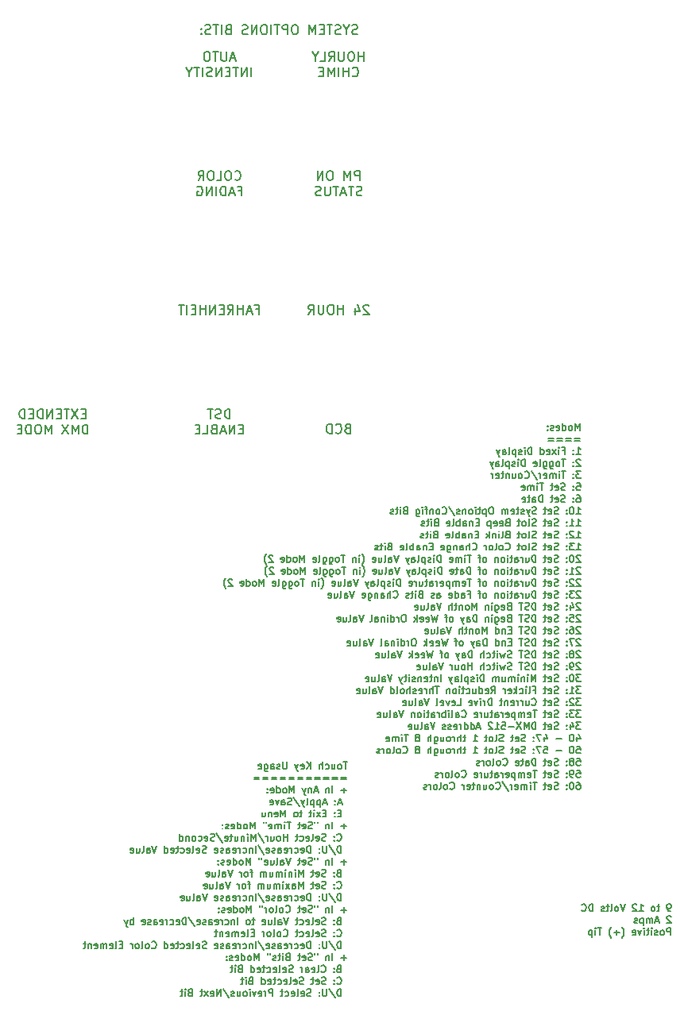
<source format=gbr>
G04 #@! TF.FileFunction,Legend,Bot*
%FSLAX46Y46*%
G04 Gerber Fmt 4.6, Leading zero omitted, Abs format (unit mm)*
G04 Created by KiCad (PCBNEW 4.0.7) date Saturday, February 17, 2018 'PMt' 06:43:40 PM*
%MOMM*%
%LPD*%
G01*
G04 APERTURE LIST*
%ADD10C,0.100000*%
%ADD11C,0.150000*%
G04 APERTURE END LIST*
D10*
D11*
X216955714Y-134446286D02*
X216812857Y-134446286D01*
X216741429Y-134410571D01*
X216705714Y-134374857D01*
X216634286Y-134267714D01*
X216598571Y-134124857D01*
X216598571Y-133839143D01*
X216634286Y-133767714D01*
X216670000Y-133732000D01*
X216741429Y-133696286D01*
X216884286Y-133696286D01*
X216955714Y-133732000D01*
X216991429Y-133767714D01*
X217027143Y-133839143D01*
X217027143Y-134017714D01*
X216991429Y-134089143D01*
X216955714Y-134124857D01*
X216884286Y-134160571D01*
X216741429Y-134160571D01*
X216670000Y-134124857D01*
X216634286Y-134089143D01*
X216598571Y-134017714D01*
X215812856Y-133946286D02*
X215527142Y-133946286D01*
X215705714Y-133696286D02*
X215705714Y-134339143D01*
X215669999Y-134410571D01*
X215598571Y-134446286D01*
X215527142Y-134446286D01*
X215170000Y-134446286D02*
X215241428Y-134410571D01*
X215277143Y-134374857D01*
X215312857Y-134303429D01*
X215312857Y-134089143D01*
X215277143Y-134017714D01*
X215241428Y-133982000D01*
X215170000Y-133946286D01*
X215062857Y-133946286D01*
X214991428Y-133982000D01*
X214955714Y-134017714D01*
X214920000Y-134089143D01*
X214920000Y-134303429D01*
X214955714Y-134374857D01*
X214991428Y-134410571D01*
X215062857Y-134446286D01*
X215170000Y-134446286D01*
X213634285Y-134446286D02*
X214062857Y-134446286D01*
X213848571Y-134446286D02*
X213848571Y-133696286D01*
X213920000Y-133803429D01*
X213991428Y-133874857D01*
X214062857Y-133910571D01*
X213348571Y-133767714D02*
X213312857Y-133732000D01*
X213241428Y-133696286D01*
X213062857Y-133696286D01*
X212991428Y-133732000D01*
X212955714Y-133767714D01*
X212919999Y-133839143D01*
X212919999Y-133910571D01*
X212955714Y-134017714D01*
X213384285Y-134446286D01*
X212919999Y-134446286D01*
X212134284Y-133696286D02*
X211884284Y-134446286D01*
X211634284Y-133696286D01*
X211277142Y-134446286D02*
X211348570Y-134410571D01*
X211384285Y-134374857D01*
X211419999Y-134303429D01*
X211419999Y-134089143D01*
X211384285Y-134017714D01*
X211348570Y-133982000D01*
X211277142Y-133946286D01*
X211169999Y-133946286D01*
X211098570Y-133982000D01*
X211062856Y-134017714D01*
X211027142Y-134089143D01*
X211027142Y-134303429D01*
X211062856Y-134374857D01*
X211098570Y-134410571D01*
X211169999Y-134446286D01*
X211277142Y-134446286D01*
X210598571Y-134446286D02*
X210669999Y-134410571D01*
X210705714Y-134339143D01*
X210705714Y-133696286D01*
X210419999Y-133946286D02*
X210134285Y-133946286D01*
X210312857Y-133696286D02*
X210312857Y-134339143D01*
X210277142Y-134410571D01*
X210205714Y-134446286D01*
X210134285Y-134446286D01*
X209920000Y-134410571D02*
X209848571Y-134446286D01*
X209705714Y-134446286D01*
X209634286Y-134410571D01*
X209598571Y-134339143D01*
X209598571Y-134303429D01*
X209634286Y-134232000D01*
X209705714Y-134196286D01*
X209812857Y-134196286D01*
X209884286Y-134160571D01*
X209920000Y-134089143D01*
X209920000Y-134053429D01*
X209884286Y-133982000D01*
X209812857Y-133946286D01*
X209705714Y-133946286D01*
X209634286Y-133982000D01*
X208705714Y-134446286D02*
X208705714Y-133696286D01*
X208527142Y-133696286D01*
X208419999Y-133732000D01*
X208348571Y-133803429D01*
X208312856Y-133874857D01*
X208277142Y-134017714D01*
X208277142Y-134124857D01*
X208312856Y-134267714D01*
X208348571Y-134339143D01*
X208419999Y-134410571D01*
X208527142Y-134446286D01*
X208705714Y-134446286D01*
X207527142Y-134374857D02*
X207562856Y-134410571D01*
X207669999Y-134446286D01*
X207741428Y-134446286D01*
X207848571Y-134410571D01*
X207919999Y-134339143D01*
X207955714Y-134267714D01*
X207991428Y-134124857D01*
X207991428Y-134017714D01*
X207955714Y-133874857D01*
X207919999Y-133803429D01*
X207848571Y-133732000D01*
X207741428Y-133696286D01*
X207669999Y-133696286D01*
X207562856Y-133732000D01*
X207527142Y-133767714D01*
X217027143Y-135042714D02*
X216991429Y-135007000D01*
X216920000Y-134971286D01*
X216741429Y-134971286D01*
X216670000Y-135007000D01*
X216634286Y-135042714D01*
X216598571Y-135114143D01*
X216598571Y-135185571D01*
X216634286Y-135292714D01*
X217062857Y-135721286D01*
X216598571Y-135721286D01*
X215741428Y-135507000D02*
X215384285Y-135507000D01*
X215812856Y-135721286D02*
X215562856Y-134971286D01*
X215312856Y-135721286D01*
X215062857Y-135721286D02*
X215062857Y-135221286D01*
X215062857Y-135292714D02*
X215027142Y-135257000D01*
X214955714Y-135221286D01*
X214848571Y-135221286D01*
X214777142Y-135257000D01*
X214741428Y-135328429D01*
X214741428Y-135721286D01*
X214741428Y-135328429D02*
X214705714Y-135257000D01*
X214634285Y-135221286D01*
X214527142Y-135221286D01*
X214455714Y-135257000D01*
X214419999Y-135328429D01*
X214419999Y-135721286D01*
X214062857Y-135221286D02*
X214062857Y-135971286D01*
X214062857Y-135257000D02*
X213991428Y-135221286D01*
X213848571Y-135221286D01*
X213777142Y-135257000D01*
X213741428Y-135292714D01*
X213705714Y-135364143D01*
X213705714Y-135578429D01*
X213741428Y-135649857D01*
X213777142Y-135685571D01*
X213848571Y-135721286D01*
X213991428Y-135721286D01*
X214062857Y-135685571D01*
X213420000Y-135685571D02*
X213348571Y-135721286D01*
X213205714Y-135721286D01*
X213134286Y-135685571D01*
X213098571Y-135614143D01*
X213098571Y-135578429D01*
X213134286Y-135507000D01*
X213205714Y-135471286D01*
X213312857Y-135471286D01*
X213384286Y-135435571D01*
X213420000Y-135364143D01*
X213420000Y-135328429D01*
X213384286Y-135257000D01*
X213312857Y-135221286D01*
X213205714Y-135221286D01*
X213134286Y-135257000D01*
X216991429Y-136996286D02*
X216991429Y-136246286D01*
X216705714Y-136246286D01*
X216634286Y-136282000D01*
X216598571Y-136317714D01*
X216562857Y-136389143D01*
X216562857Y-136496286D01*
X216598571Y-136567714D01*
X216634286Y-136603429D01*
X216705714Y-136639143D01*
X216991429Y-136639143D01*
X216134286Y-136996286D02*
X216205714Y-136960571D01*
X216241429Y-136924857D01*
X216277143Y-136853429D01*
X216277143Y-136639143D01*
X216241429Y-136567714D01*
X216205714Y-136532000D01*
X216134286Y-136496286D01*
X216027143Y-136496286D01*
X215955714Y-136532000D01*
X215920000Y-136567714D01*
X215884286Y-136639143D01*
X215884286Y-136853429D01*
X215920000Y-136924857D01*
X215955714Y-136960571D01*
X216027143Y-136996286D01*
X216134286Y-136996286D01*
X215598572Y-136960571D02*
X215527143Y-136996286D01*
X215384286Y-136996286D01*
X215312858Y-136960571D01*
X215277143Y-136889143D01*
X215277143Y-136853429D01*
X215312858Y-136782000D01*
X215384286Y-136746286D01*
X215491429Y-136746286D01*
X215562858Y-136710571D01*
X215598572Y-136639143D01*
X215598572Y-136603429D01*
X215562858Y-136532000D01*
X215491429Y-136496286D01*
X215384286Y-136496286D01*
X215312858Y-136532000D01*
X214955715Y-136996286D02*
X214955715Y-136496286D01*
X214955715Y-136246286D02*
X214991429Y-136282000D01*
X214955715Y-136317714D01*
X214920000Y-136282000D01*
X214955715Y-136246286D01*
X214955715Y-136317714D01*
X214705714Y-136496286D02*
X214420000Y-136496286D01*
X214598572Y-136246286D02*
X214598572Y-136889143D01*
X214562857Y-136960571D01*
X214491429Y-136996286D01*
X214420000Y-136996286D01*
X214170001Y-136996286D02*
X214170001Y-136496286D01*
X214170001Y-136246286D02*
X214205715Y-136282000D01*
X214170001Y-136317714D01*
X214134286Y-136282000D01*
X214170001Y-136246286D01*
X214170001Y-136317714D01*
X213884286Y-136496286D02*
X213705715Y-136996286D01*
X213527143Y-136496286D01*
X212955714Y-136960571D02*
X213027143Y-136996286D01*
X213170000Y-136996286D01*
X213241429Y-136960571D01*
X213277143Y-136889143D01*
X213277143Y-136603429D01*
X213241429Y-136532000D01*
X213170000Y-136496286D01*
X213027143Y-136496286D01*
X212955714Y-136532000D01*
X212920000Y-136603429D01*
X212920000Y-136674857D01*
X213277143Y-136746286D01*
X211812857Y-137282000D02*
X211848571Y-137246286D01*
X211920000Y-137139143D01*
X211955714Y-137067714D01*
X211991428Y-136960571D01*
X212027143Y-136782000D01*
X212027143Y-136639143D01*
X211991428Y-136460571D01*
X211955714Y-136353429D01*
X211920000Y-136282000D01*
X211848571Y-136174857D01*
X211812857Y-136139143D01*
X211527143Y-136710571D02*
X210955714Y-136710571D01*
X211241428Y-136996286D02*
X211241428Y-136424857D01*
X210670000Y-137282000D02*
X210634286Y-137246286D01*
X210562857Y-137139143D01*
X210527143Y-137067714D01*
X210491429Y-136960571D01*
X210455714Y-136782000D01*
X210455714Y-136639143D01*
X210491429Y-136460571D01*
X210527143Y-136353429D01*
X210562857Y-136282000D01*
X210634286Y-136174857D01*
X210670000Y-136139143D01*
X209634285Y-136246286D02*
X209205714Y-136246286D01*
X209420000Y-136996286D02*
X209420000Y-136246286D01*
X208955714Y-136996286D02*
X208955714Y-136496286D01*
X208955714Y-136246286D02*
X208991428Y-136282000D01*
X208955714Y-136317714D01*
X208919999Y-136282000D01*
X208955714Y-136246286D01*
X208955714Y-136317714D01*
X208598571Y-136496286D02*
X208598571Y-137246286D01*
X208598571Y-136532000D02*
X208527142Y-136496286D01*
X208384285Y-136496286D01*
X208312856Y-136532000D01*
X208277142Y-136567714D01*
X208241428Y-136639143D01*
X208241428Y-136853429D01*
X208277142Y-136924857D01*
X208312856Y-136960571D01*
X208384285Y-136996286D01*
X208527142Y-136996286D01*
X208598571Y-136960571D01*
X183617143Y-40917762D02*
X183474286Y-40965381D01*
X183236190Y-40965381D01*
X183140952Y-40917762D01*
X183093333Y-40870143D01*
X183045714Y-40774905D01*
X183045714Y-40679667D01*
X183093333Y-40584429D01*
X183140952Y-40536810D01*
X183236190Y-40489190D01*
X183426667Y-40441571D01*
X183521905Y-40393952D01*
X183569524Y-40346333D01*
X183617143Y-40251095D01*
X183617143Y-40155857D01*
X183569524Y-40060619D01*
X183521905Y-40013000D01*
X183426667Y-39965381D01*
X183188571Y-39965381D01*
X183045714Y-40013000D01*
X182426667Y-40489190D02*
X182426667Y-40965381D01*
X182760000Y-39965381D02*
X182426667Y-40489190D01*
X182093333Y-39965381D01*
X181807619Y-40917762D02*
X181664762Y-40965381D01*
X181426666Y-40965381D01*
X181331428Y-40917762D01*
X181283809Y-40870143D01*
X181236190Y-40774905D01*
X181236190Y-40679667D01*
X181283809Y-40584429D01*
X181331428Y-40536810D01*
X181426666Y-40489190D01*
X181617143Y-40441571D01*
X181712381Y-40393952D01*
X181760000Y-40346333D01*
X181807619Y-40251095D01*
X181807619Y-40155857D01*
X181760000Y-40060619D01*
X181712381Y-40013000D01*
X181617143Y-39965381D01*
X181379047Y-39965381D01*
X181236190Y-40013000D01*
X180950476Y-39965381D02*
X180379047Y-39965381D01*
X180664762Y-40965381D02*
X180664762Y-39965381D01*
X180045714Y-40441571D02*
X179712380Y-40441571D01*
X179569523Y-40965381D02*
X180045714Y-40965381D01*
X180045714Y-39965381D01*
X179569523Y-39965381D01*
X179140952Y-40965381D02*
X179140952Y-39965381D01*
X178807618Y-40679667D01*
X178474285Y-39965381D01*
X178474285Y-40965381D01*
X177045714Y-39965381D02*
X176855237Y-39965381D01*
X176759999Y-40013000D01*
X176664761Y-40108238D01*
X176617142Y-40298714D01*
X176617142Y-40632048D01*
X176664761Y-40822524D01*
X176759999Y-40917762D01*
X176855237Y-40965381D01*
X177045714Y-40965381D01*
X177140952Y-40917762D01*
X177236190Y-40822524D01*
X177283809Y-40632048D01*
X177283809Y-40298714D01*
X177236190Y-40108238D01*
X177140952Y-40013000D01*
X177045714Y-39965381D01*
X176188571Y-40965381D02*
X176188571Y-39965381D01*
X175807618Y-39965381D01*
X175712380Y-40013000D01*
X175664761Y-40060619D01*
X175617142Y-40155857D01*
X175617142Y-40298714D01*
X175664761Y-40393952D01*
X175712380Y-40441571D01*
X175807618Y-40489190D01*
X176188571Y-40489190D01*
X175331428Y-39965381D02*
X174759999Y-39965381D01*
X175045714Y-40965381D02*
X175045714Y-39965381D01*
X174426666Y-40965381D02*
X174426666Y-39965381D01*
X173760000Y-39965381D02*
X173569523Y-39965381D01*
X173474285Y-40013000D01*
X173379047Y-40108238D01*
X173331428Y-40298714D01*
X173331428Y-40632048D01*
X173379047Y-40822524D01*
X173474285Y-40917762D01*
X173569523Y-40965381D01*
X173760000Y-40965381D01*
X173855238Y-40917762D01*
X173950476Y-40822524D01*
X173998095Y-40632048D01*
X173998095Y-40298714D01*
X173950476Y-40108238D01*
X173855238Y-40013000D01*
X173760000Y-39965381D01*
X172902857Y-40965381D02*
X172902857Y-39965381D01*
X172331428Y-40965381D01*
X172331428Y-39965381D01*
X171902857Y-40917762D02*
X171760000Y-40965381D01*
X171521904Y-40965381D01*
X171426666Y-40917762D01*
X171379047Y-40870143D01*
X171331428Y-40774905D01*
X171331428Y-40679667D01*
X171379047Y-40584429D01*
X171426666Y-40536810D01*
X171521904Y-40489190D01*
X171712381Y-40441571D01*
X171807619Y-40393952D01*
X171855238Y-40346333D01*
X171902857Y-40251095D01*
X171902857Y-40155857D01*
X171855238Y-40060619D01*
X171807619Y-40013000D01*
X171712381Y-39965381D01*
X171474285Y-39965381D01*
X171331428Y-40013000D01*
X169807618Y-40441571D02*
X169664761Y-40489190D01*
X169617142Y-40536810D01*
X169569523Y-40632048D01*
X169569523Y-40774905D01*
X169617142Y-40870143D01*
X169664761Y-40917762D01*
X169759999Y-40965381D01*
X170140952Y-40965381D01*
X170140952Y-39965381D01*
X169807618Y-39965381D01*
X169712380Y-40013000D01*
X169664761Y-40060619D01*
X169617142Y-40155857D01*
X169617142Y-40251095D01*
X169664761Y-40346333D01*
X169712380Y-40393952D01*
X169807618Y-40441571D01*
X170140952Y-40441571D01*
X169140952Y-40965381D02*
X169140952Y-39965381D01*
X168807619Y-39965381D02*
X168236190Y-39965381D01*
X168521905Y-40965381D02*
X168521905Y-39965381D01*
X167950476Y-40917762D02*
X167807619Y-40965381D01*
X167569523Y-40965381D01*
X167474285Y-40917762D01*
X167426666Y-40870143D01*
X167379047Y-40774905D01*
X167379047Y-40679667D01*
X167426666Y-40584429D01*
X167474285Y-40536810D01*
X167569523Y-40489190D01*
X167760000Y-40441571D01*
X167855238Y-40393952D01*
X167902857Y-40346333D01*
X167950476Y-40251095D01*
X167950476Y-40155857D01*
X167902857Y-40060619D01*
X167855238Y-40013000D01*
X167760000Y-39965381D01*
X167521904Y-39965381D01*
X167379047Y-40013000D01*
X166950476Y-40870143D02*
X166902857Y-40917762D01*
X166950476Y-40965381D01*
X166998095Y-40917762D01*
X166950476Y-40870143D01*
X166950476Y-40965381D01*
X166950476Y-40346333D02*
X166902857Y-40393952D01*
X166950476Y-40441571D01*
X166998095Y-40393952D01*
X166950476Y-40346333D01*
X166950476Y-40441571D01*
X182554571Y-118540786D02*
X182126000Y-118540786D01*
X182340286Y-119290786D02*
X182340286Y-118540786D01*
X181768857Y-119290786D02*
X181840285Y-119255071D01*
X181876000Y-119219357D01*
X181911714Y-119147929D01*
X181911714Y-118933643D01*
X181876000Y-118862214D01*
X181840285Y-118826500D01*
X181768857Y-118790786D01*
X181661714Y-118790786D01*
X181590285Y-118826500D01*
X181554571Y-118862214D01*
X181518857Y-118933643D01*
X181518857Y-119147929D01*
X181554571Y-119219357D01*
X181590285Y-119255071D01*
X181661714Y-119290786D01*
X181768857Y-119290786D01*
X180876000Y-118790786D02*
X180876000Y-119290786D01*
X181197429Y-118790786D02*
X181197429Y-119183643D01*
X181161714Y-119255071D01*
X181090286Y-119290786D01*
X180983143Y-119290786D01*
X180911714Y-119255071D01*
X180876000Y-119219357D01*
X180197429Y-119255071D02*
X180268858Y-119290786D01*
X180411715Y-119290786D01*
X180483143Y-119255071D01*
X180518858Y-119219357D01*
X180554572Y-119147929D01*
X180554572Y-118933643D01*
X180518858Y-118862214D01*
X180483143Y-118826500D01*
X180411715Y-118790786D01*
X180268858Y-118790786D01*
X180197429Y-118826500D01*
X179876001Y-119290786D02*
X179876001Y-118540786D01*
X179554572Y-119290786D02*
X179554572Y-118897929D01*
X179590286Y-118826500D01*
X179661715Y-118790786D01*
X179768858Y-118790786D01*
X179840286Y-118826500D01*
X179876001Y-118862214D01*
X178626001Y-119290786D02*
X178626001Y-118540786D01*
X178197429Y-119290786D02*
X178518858Y-118862214D01*
X178197429Y-118540786D02*
X178626001Y-118969357D01*
X177590286Y-119255071D02*
X177661715Y-119290786D01*
X177804572Y-119290786D01*
X177876001Y-119255071D01*
X177911715Y-119183643D01*
X177911715Y-118897929D01*
X177876001Y-118826500D01*
X177804572Y-118790786D01*
X177661715Y-118790786D01*
X177590286Y-118826500D01*
X177554572Y-118897929D01*
X177554572Y-118969357D01*
X177911715Y-119040786D01*
X177304572Y-118790786D02*
X177126001Y-119290786D01*
X176947429Y-118790786D02*
X177126001Y-119290786D01*
X177197429Y-119469357D01*
X177233144Y-119505071D01*
X177304572Y-119540786D01*
X176090286Y-118540786D02*
X176090286Y-119147929D01*
X176054571Y-119219357D01*
X176018857Y-119255071D01*
X175947428Y-119290786D01*
X175804571Y-119290786D01*
X175733143Y-119255071D01*
X175697428Y-119219357D01*
X175661714Y-119147929D01*
X175661714Y-118540786D01*
X175340286Y-119255071D02*
X175268857Y-119290786D01*
X175126000Y-119290786D01*
X175054572Y-119255071D01*
X175018857Y-119183643D01*
X175018857Y-119147929D01*
X175054572Y-119076500D01*
X175126000Y-119040786D01*
X175233143Y-119040786D01*
X175304572Y-119005071D01*
X175340286Y-118933643D01*
X175340286Y-118897929D01*
X175304572Y-118826500D01*
X175233143Y-118790786D01*
X175126000Y-118790786D01*
X175054572Y-118826500D01*
X174376000Y-119290786D02*
X174376000Y-118897929D01*
X174411714Y-118826500D01*
X174483143Y-118790786D01*
X174626000Y-118790786D01*
X174697429Y-118826500D01*
X174376000Y-119255071D02*
X174447429Y-119290786D01*
X174626000Y-119290786D01*
X174697429Y-119255071D01*
X174733143Y-119183643D01*
X174733143Y-119112214D01*
X174697429Y-119040786D01*
X174626000Y-119005071D01*
X174447429Y-119005071D01*
X174376000Y-118969357D01*
X173697429Y-118790786D02*
X173697429Y-119397929D01*
X173733143Y-119469357D01*
X173768858Y-119505071D01*
X173840286Y-119540786D01*
X173947429Y-119540786D01*
X174018858Y-119505071D01*
X173697429Y-119255071D02*
X173768858Y-119290786D01*
X173911715Y-119290786D01*
X173983143Y-119255071D01*
X174018858Y-119219357D01*
X174054572Y-119147929D01*
X174054572Y-118933643D01*
X174018858Y-118862214D01*
X173983143Y-118826500D01*
X173911715Y-118790786D01*
X173768858Y-118790786D01*
X173697429Y-118826500D01*
X173054572Y-119255071D02*
X173126001Y-119290786D01*
X173268858Y-119290786D01*
X173340287Y-119255071D01*
X173376001Y-119183643D01*
X173376001Y-118897929D01*
X173340287Y-118826500D01*
X173268858Y-118790786D01*
X173126001Y-118790786D01*
X173054572Y-118826500D01*
X173018858Y-118897929D01*
X173018858Y-118969357D01*
X173376001Y-119040786D01*
X182447429Y-120172929D02*
X181876000Y-120172929D01*
X181876000Y-120387214D02*
X182447429Y-120387214D01*
X181518858Y-120172929D02*
X180947429Y-120172929D01*
X180947429Y-120387214D02*
X181518858Y-120387214D01*
X180590287Y-120172929D02*
X180018858Y-120172929D01*
X180018858Y-120387214D02*
X180590287Y-120387214D01*
X179661716Y-120172929D02*
X179090287Y-120172929D01*
X179090287Y-120387214D02*
X179661716Y-120387214D01*
X178733145Y-120172929D02*
X178161716Y-120172929D01*
X178161716Y-120387214D02*
X178733145Y-120387214D01*
X177804574Y-120172929D02*
X177233145Y-120172929D01*
X177233145Y-120387214D02*
X177804574Y-120387214D01*
X176876003Y-120172929D02*
X176304574Y-120172929D01*
X176304574Y-120387214D02*
X176876003Y-120387214D01*
X175947432Y-120172929D02*
X175376003Y-120172929D01*
X175376003Y-120387214D02*
X175947432Y-120387214D01*
X175018861Y-120172929D02*
X174447432Y-120172929D01*
X174447432Y-120387214D02*
X175018861Y-120387214D01*
X174090290Y-120172929D02*
X173518861Y-120172929D01*
X173518861Y-120387214D02*
X174090290Y-120387214D01*
X173161719Y-120172929D02*
X172590290Y-120172929D01*
X172590290Y-120387214D02*
X173161719Y-120387214D01*
X182447429Y-121555071D02*
X181876000Y-121555071D01*
X182161714Y-121840786D02*
X182161714Y-121269357D01*
X180947429Y-121840786D02*
X180947429Y-121090786D01*
X180590286Y-121340786D02*
X180590286Y-121840786D01*
X180590286Y-121412214D02*
X180554571Y-121376500D01*
X180483143Y-121340786D01*
X180376000Y-121340786D01*
X180304571Y-121376500D01*
X180268857Y-121447929D01*
X180268857Y-121840786D01*
X179376000Y-121626500D02*
X179018857Y-121626500D01*
X179447428Y-121840786D02*
X179197428Y-121090786D01*
X178947428Y-121840786D01*
X178697429Y-121340786D02*
X178697429Y-121840786D01*
X178697429Y-121412214D02*
X178661714Y-121376500D01*
X178590286Y-121340786D01*
X178483143Y-121340786D01*
X178411714Y-121376500D01*
X178376000Y-121447929D01*
X178376000Y-121840786D01*
X178090286Y-121340786D02*
X177911715Y-121840786D01*
X177733143Y-121340786D02*
X177911715Y-121840786D01*
X177983143Y-122019357D01*
X178018858Y-122055071D01*
X178090286Y-122090786D01*
X176876000Y-121840786D02*
X176876000Y-121090786D01*
X176626000Y-121626500D01*
X176376000Y-121090786D01*
X176376000Y-121840786D01*
X175911714Y-121840786D02*
X175983142Y-121805071D01*
X176018857Y-121769357D01*
X176054571Y-121697929D01*
X176054571Y-121483643D01*
X176018857Y-121412214D01*
X175983142Y-121376500D01*
X175911714Y-121340786D01*
X175804571Y-121340786D01*
X175733142Y-121376500D01*
X175697428Y-121412214D01*
X175661714Y-121483643D01*
X175661714Y-121697929D01*
X175697428Y-121769357D01*
X175733142Y-121805071D01*
X175804571Y-121840786D01*
X175911714Y-121840786D01*
X175018857Y-121840786D02*
X175018857Y-121090786D01*
X175018857Y-121805071D02*
X175090286Y-121840786D01*
X175233143Y-121840786D01*
X175304571Y-121805071D01*
X175340286Y-121769357D01*
X175376000Y-121697929D01*
X175376000Y-121483643D01*
X175340286Y-121412214D01*
X175304571Y-121376500D01*
X175233143Y-121340786D01*
X175090286Y-121340786D01*
X175018857Y-121376500D01*
X174376000Y-121805071D02*
X174447429Y-121840786D01*
X174590286Y-121840786D01*
X174661715Y-121805071D01*
X174697429Y-121733643D01*
X174697429Y-121447929D01*
X174661715Y-121376500D01*
X174590286Y-121340786D01*
X174447429Y-121340786D01*
X174376000Y-121376500D01*
X174340286Y-121447929D01*
X174340286Y-121519357D01*
X174697429Y-121590786D01*
X174018858Y-121769357D02*
X173983143Y-121805071D01*
X174018858Y-121840786D01*
X174054572Y-121805071D01*
X174018858Y-121769357D01*
X174018858Y-121840786D01*
X174018858Y-121376500D02*
X173983143Y-121412214D01*
X174018858Y-121447929D01*
X174054572Y-121412214D01*
X174018858Y-121376500D01*
X174018858Y-121447929D01*
X181911714Y-122901500D02*
X181554571Y-122901500D01*
X181983142Y-123115786D02*
X181733142Y-122365786D01*
X181483142Y-123115786D01*
X181233143Y-123044357D02*
X181197428Y-123080071D01*
X181233143Y-123115786D01*
X181268857Y-123080071D01*
X181233143Y-123044357D01*
X181233143Y-123115786D01*
X181233143Y-122651500D02*
X181197428Y-122687214D01*
X181233143Y-122722929D01*
X181268857Y-122687214D01*
X181233143Y-122651500D01*
X181233143Y-122722929D01*
X180340285Y-122901500D02*
X179983142Y-122901500D01*
X180411713Y-123115786D02*
X180161713Y-122365786D01*
X179911713Y-123115786D01*
X179661714Y-122615786D02*
X179661714Y-123365786D01*
X179661714Y-122651500D02*
X179590285Y-122615786D01*
X179447428Y-122615786D01*
X179375999Y-122651500D01*
X179340285Y-122687214D01*
X179304571Y-122758643D01*
X179304571Y-122972929D01*
X179340285Y-123044357D01*
X179375999Y-123080071D01*
X179447428Y-123115786D01*
X179590285Y-123115786D01*
X179661714Y-123080071D01*
X178983143Y-122615786D02*
X178983143Y-123365786D01*
X178983143Y-122651500D02*
X178911714Y-122615786D01*
X178768857Y-122615786D01*
X178697428Y-122651500D01*
X178661714Y-122687214D01*
X178626000Y-122758643D01*
X178626000Y-122972929D01*
X178661714Y-123044357D01*
X178697428Y-123080071D01*
X178768857Y-123115786D01*
X178911714Y-123115786D01*
X178983143Y-123080071D01*
X178197429Y-123115786D02*
X178268857Y-123080071D01*
X178304572Y-123008643D01*
X178304572Y-122365786D01*
X177983143Y-122615786D02*
X177804572Y-123115786D01*
X177626000Y-122615786D02*
X177804572Y-123115786D01*
X177876000Y-123294357D01*
X177911715Y-123330071D01*
X177983143Y-123365786D01*
X176804571Y-122330071D02*
X177447428Y-123294357D01*
X176590286Y-123080071D02*
X176483143Y-123115786D01*
X176304572Y-123115786D01*
X176233143Y-123080071D01*
X176197429Y-123044357D01*
X176161714Y-122972929D01*
X176161714Y-122901500D01*
X176197429Y-122830071D01*
X176233143Y-122794357D01*
X176304572Y-122758643D01*
X176447429Y-122722929D01*
X176518857Y-122687214D01*
X176554572Y-122651500D01*
X176590286Y-122580071D01*
X176590286Y-122508643D01*
X176554572Y-122437214D01*
X176518857Y-122401500D01*
X176447429Y-122365786D01*
X176268857Y-122365786D01*
X176161714Y-122401500D01*
X175518857Y-123115786D02*
X175518857Y-122722929D01*
X175554571Y-122651500D01*
X175626000Y-122615786D01*
X175768857Y-122615786D01*
X175840286Y-122651500D01*
X175518857Y-123080071D02*
X175590286Y-123115786D01*
X175768857Y-123115786D01*
X175840286Y-123080071D01*
X175876000Y-123008643D01*
X175876000Y-122937214D01*
X175840286Y-122865786D01*
X175768857Y-122830071D01*
X175590286Y-122830071D01*
X175518857Y-122794357D01*
X175233143Y-122615786D02*
X175054572Y-123115786D01*
X174876000Y-122615786D01*
X174304571Y-123080071D02*
X174376000Y-123115786D01*
X174518857Y-123115786D01*
X174590286Y-123080071D01*
X174626000Y-123008643D01*
X174626000Y-122722929D01*
X174590286Y-122651500D01*
X174518857Y-122615786D01*
X174376000Y-122615786D01*
X174304571Y-122651500D01*
X174268857Y-122722929D01*
X174268857Y-122794357D01*
X174626000Y-122865786D01*
X181876000Y-123997929D02*
X181626000Y-123997929D01*
X181518857Y-124390786D02*
X181876000Y-124390786D01*
X181876000Y-123640786D01*
X181518857Y-123640786D01*
X181197429Y-124319357D02*
X181161714Y-124355071D01*
X181197429Y-124390786D01*
X181233143Y-124355071D01*
X181197429Y-124319357D01*
X181197429Y-124390786D01*
X181197429Y-123926500D02*
X181161714Y-123962214D01*
X181197429Y-123997929D01*
X181233143Y-123962214D01*
X181197429Y-123926500D01*
X181197429Y-123997929D01*
X180268857Y-123997929D02*
X180018857Y-123997929D01*
X179911714Y-124390786D02*
X180268857Y-124390786D01*
X180268857Y-123640786D01*
X179911714Y-123640786D01*
X179661714Y-124390786D02*
X179268857Y-123890786D01*
X179661714Y-123890786D02*
X179268857Y-124390786D01*
X178983143Y-124390786D02*
X178983143Y-123890786D01*
X178983143Y-123640786D02*
X179018857Y-123676500D01*
X178983143Y-123712214D01*
X178947428Y-123676500D01*
X178983143Y-123640786D01*
X178983143Y-123712214D01*
X178733142Y-123890786D02*
X178447428Y-123890786D01*
X178626000Y-123640786D02*
X178626000Y-124283643D01*
X178590285Y-124355071D01*
X178518857Y-124390786D01*
X178447428Y-124390786D01*
X177733142Y-123890786D02*
X177447428Y-123890786D01*
X177626000Y-123640786D02*
X177626000Y-124283643D01*
X177590285Y-124355071D01*
X177518857Y-124390786D01*
X177447428Y-124390786D01*
X177090286Y-124390786D02*
X177161714Y-124355071D01*
X177197429Y-124319357D01*
X177233143Y-124247929D01*
X177233143Y-124033643D01*
X177197429Y-123962214D01*
X177161714Y-123926500D01*
X177090286Y-123890786D01*
X176983143Y-123890786D01*
X176911714Y-123926500D01*
X176876000Y-123962214D01*
X176840286Y-124033643D01*
X176840286Y-124247929D01*
X176876000Y-124319357D01*
X176911714Y-124355071D01*
X176983143Y-124390786D01*
X177090286Y-124390786D01*
X175947429Y-124390786D02*
X175947429Y-123640786D01*
X175697429Y-124176500D01*
X175447429Y-123640786D01*
X175447429Y-124390786D01*
X174804571Y-124355071D02*
X174876000Y-124390786D01*
X175018857Y-124390786D01*
X175090286Y-124355071D01*
X175126000Y-124283643D01*
X175126000Y-123997929D01*
X175090286Y-123926500D01*
X175018857Y-123890786D01*
X174876000Y-123890786D01*
X174804571Y-123926500D01*
X174768857Y-123997929D01*
X174768857Y-124069357D01*
X175126000Y-124140786D01*
X174447429Y-123890786D02*
X174447429Y-124390786D01*
X174447429Y-123962214D02*
X174411714Y-123926500D01*
X174340286Y-123890786D01*
X174233143Y-123890786D01*
X174161714Y-123926500D01*
X174126000Y-123997929D01*
X174126000Y-124390786D01*
X173447429Y-123890786D02*
X173447429Y-124390786D01*
X173768858Y-123890786D02*
X173768858Y-124283643D01*
X173733143Y-124355071D01*
X173661715Y-124390786D01*
X173554572Y-124390786D01*
X173483143Y-124355071D01*
X173447429Y-124319357D01*
X182447429Y-125380071D02*
X181876000Y-125380071D01*
X182161714Y-125665786D02*
X182161714Y-125094357D01*
X180947429Y-125665786D02*
X180947429Y-124915786D01*
X180590286Y-125165786D02*
X180590286Y-125665786D01*
X180590286Y-125237214D02*
X180554571Y-125201500D01*
X180483143Y-125165786D01*
X180376000Y-125165786D01*
X180304571Y-125201500D01*
X180268857Y-125272929D01*
X180268857Y-125665786D01*
X179376000Y-124915786D02*
X179376000Y-125058643D01*
X179090286Y-124915786D02*
X179090286Y-125058643D01*
X178804571Y-125630071D02*
X178697428Y-125665786D01*
X178518857Y-125665786D01*
X178447428Y-125630071D01*
X178411714Y-125594357D01*
X178375999Y-125522929D01*
X178375999Y-125451500D01*
X178411714Y-125380071D01*
X178447428Y-125344357D01*
X178518857Y-125308643D01*
X178661714Y-125272929D01*
X178733142Y-125237214D01*
X178768857Y-125201500D01*
X178804571Y-125130071D01*
X178804571Y-125058643D01*
X178768857Y-124987214D01*
X178733142Y-124951500D01*
X178661714Y-124915786D01*
X178483142Y-124915786D01*
X178375999Y-124951500D01*
X177768856Y-125630071D02*
X177840285Y-125665786D01*
X177983142Y-125665786D01*
X178054571Y-125630071D01*
X178090285Y-125558643D01*
X178090285Y-125272929D01*
X178054571Y-125201500D01*
X177983142Y-125165786D01*
X177840285Y-125165786D01*
X177768856Y-125201500D01*
X177733142Y-125272929D01*
X177733142Y-125344357D01*
X178090285Y-125415786D01*
X177518856Y-125165786D02*
X177233142Y-125165786D01*
X177411714Y-124915786D02*
X177411714Y-125558643D01*
X177375999Y-125630071D01*
X177304571Y-125665786D01*
X177233142Y-125665786D01*
X176518856Y-124915786D02*
X176090285Y-124915786D01*
X176304571Y-125665786D02*
X176304571Y-124915786D01*
X175840285Y-125665786D02*
X175840285Y-125165786D01*
X175840285Y-124915786D02*
X175875999Y-124951500D01*
X175840285Y-124987214D01*
X175804570Y-124951500D01*
X175840285Y-124915786D01*
X175840285Y-124987214D01*
X175483142Y-125665786D02*
X175483142Y-125165786D01*
X175483142Y-125237214D02*
X175447427Y-125201500D01*
X175375999Y-125165786D01*
X175268856Y-125165786D01*
X175197427Y-125201500D01*
X175161713Y-125272929D01*
X175161713Y-125665786D01*
X175161713Y-125272929D02*
X175125999Y-125201500D01*
X175054570Y-125165786D01*
X174947427Y-125165786D01*
X174875999Y-125201500D01*
X174840284Y-125272929D01*
X174840284Y-125665786D01*
X174197427Y-125630071D02*
X174268856Y-125665786D01*
X174411713Y-125665786D01*
X174483142Y-125630071D01*
X174518856Y-125558643D01*
X174518856Y-125272929D01*
X174483142Y-125201500D01*
X174411713Y-125165786D01*
X174268856Y-125165786D01*
X174197427Y-125201500D01*
X174161713Y-125272929D01*
X174161713Y-125344357D01*
X174518856Y-125415786D01*
X173875999Y-124915786D02*
X173875999Y-125058643D01*
X173590285Y-124915786D02*
X173590285Y-125058643D01*
X172697427Y-125665786D02*
X172697427Y-124915786D01*
X172447427Y-125451500D01*
X172197427Y-124915786D01*
X172197427Y-125665786D01*
X171733141Y-125665786D02*
X171804569Y-125630071D01*
X171840284Y-125594357D01*
X171875998Y-125522929D01*
X171875998Y-125308643D01*
X171840284Y-125237214D01*
X171804569Y-125201500D01*
X171733141Y-125165786D01*
X171625998Y-125165786D01*
X171554569Y-125201500D01*
X171518855Y-125237214D01*
X171483141Y-125308643D01*
X171483141Y-125522929D01*
X171518855Y-125594357D01*
X171554569Y-125630071D01*
X171625998Y-125665786D01*
X171733141Y-125665786D01*
X170840284Y-125665786D02*
X170840284Y-124915786D01*
X170840284Y-125630071D02*
X170911713Y-125665786D01*
X171054570Y-125665786D01*
X171125998Y-125630071D01*
X171161713Y-125594357D01*
X171197427Y-125522929D01*
X171197427Y-125308643D01*
X171161713Y-125237214D01*
X171125998Y-125201500D01*
X171054570Y-125165786D01*
X170911713Y-125165786D01*
X170840284Y-125201500D01*
X170197427Y-125630071D02*
X170268856Y-125665786D01*
X170411713Y-125665786D01*
X170483142Y-125630071D01*
X170518856Y-125558643D01*
X170518856Y-125272929D01*
X170483142Y-125201500D01*
X170411713Y-125165786D01*
X170268856Y-125165786D01*
X170197427Y-125201500D01*
X170161713Y-125272929D01*
X170161713Y-125344357D01*
X170518856Y-125415786D01*
X169875999Y-125630071D02*
X169804570Y-125665786D01*
X169661713Y-125665786D01*
X169590285Y-125630071D01*
X169554570Y-125558643D01*
X169554570Y-125522929D01*
X169590285Y-125451500D01*
X169661713Y-125415786D01*
X169768856Y-125415786D01*
X169840285Y-125380071D01*
X169875999Y-125308643D01*
X169875999Y-125272929D01*
X169840285Y-125201500D01*
X169768856Y-125165786D01*
X169661713Y-125165786D01*
X169590285Y-125201500D01*
X169233142Y-125594357D02*
X169197427Y-125630071D01*
X169233142Y-125665786D01*
X169268856Y-125630071D01*
X169233142Y-125594357D01*
X169233142Y-125665786D01*
X169233142Y-125201500D02*
X169197427Y-125237214D01*
X169233142Y-125272929D01*
X169268856Y-125237214D01*
X169233142Y-125201500D01*
X169233142Y-125272929D01*
X181447428Y-126869357D02*
X181483142Y-126905071D01*
X181590285Y-126940786D01*
X181661714Y-126940786D01*
X181768857Y-126905071D01*
X181840285Y-126833643D01*
X181876000Y-126762214D01*
X181911714Y-126619357D01*
X181911714Y-126512214D01*
X181876000Y-126369357D01*
X181840285Y-126297929D01*
X181768857Y-126226500D01*
X181661714Y-126190786D01*
X181590285Y-126190786D01*
X181483142Y-126226500D01*
X181447428Y-126262214D01*
X181126000Y-126869357D02*
X181090285Y-126905071D01*
X181126000Y-126940786D01*
X181161714Y-126905071D01*
X181126000Y-126869357D01*
X181126000Y-126940786D01*
X181126000Y-126476500D02*
X181090285Y-126512214D01*
X181126000Y-126547929D01*
X181161714Y-126512214D01*
X181126000Y-126476500D01*
X181126000Y-126547929D01*
X180233142Y-126905071D02*
X180125999Y-126940786D01*
X179947428Y-126940786D01*
X179875999Y-126905071D01*
X179840285Y-126869357D01*
X179804570Y-126797929D01*
X179804570Y-126726500D01*
X179840285Y-126655071D01*
X179875999Y-126619357D01*
X179947428Y-126583643D01*
X180090285Y-126547929D01*
X180161713Y-126512214D01*
X180197428Y-126476500D01*
X180233142Y-126405071D01*
X180233142Y-126333643D01*
X180197428Y-126262214D01*
X180161713Y-126226500D01*
X180090285Y-126190786D01*
X179911713Y-126190786D01*
X179804570Y-126226500D01*
X179197427Y-126905071D02*
X179268856Y-126940786D01*
X179411713Y-126940786D01*
X179483142Y-126905071D01*
X179518856Y-126833643D01*
X179518856Y-126547929D01*
X179483142Y-126476500D01*
X179411713Y-126440786D01*
X179268856Y-126440786D01*
X179197427Y-126476500D01*
X179161713Y-126547929D01*
X179161713Y-126619357D01*
X179518856Y-126690786D01*
X178733142Y-126940786D02*
X178804570Y-126905071D01*
X178840285Y-126833643D01*
X178840285Y-126190786D01*
X178161713Y-126905071D02*
X178233142Y-126940786D01*
X178375999Y-126940786D01*
X178447428Y-126905071D01*
X178483142Y-126833643D01*
X178483142Y-126547929D01*
X178447428Y-126476500D01*
X178375999Y-126440786D01*
X178233142Y-126440786D01*
X178161713Y-126476500D01*
X178125999Y-126547929D01*
X178125999Y-126619357D01*
X178483142Y-126690786D01*
X177483142Y-126905071D02*
X177554571Y-126940786D01*
X177697428Y-126940786D01*
X177768856Y-126905071D01*
X177804571Y-126869357D01*
X177840285Y-126797929D01*
X177840285Y-126583643D01*
X177804571Y-126512214D01*
X177768856Y-126476500D01*
X177697428Y-126440786D01*
X177554571Y-126440786D01*
X177483142Y-126476500D01*
X177268856Y-126440786D02*
X176983142Y-126440786D01*
X177161714Y-126190786D02*
X177161714Y-126833643D01*
X177125999Y-126905071D01*
X177054571Y-126940786D01*
X176983142Y-126940786D01*
X176161714Y-126940786D02*
X176161714Y-126190786D01*
X176161714Y-126547929D02*
X175733142Y-126547929D01*
X175733142Y-126940786D02*
X175733142Y-126190786D01*
X175268857Y-126940786D02*
X175340285Y-126905071D01*
X175376000Y-126869357D01*
X175411714Y-126797929D01*
X175411714Y-126583643D01*
X175376000Y-126512214D01*
X175340285Y-126476500D01*
X175268857Y-126440786D01*
X175161714Y-126440786D01*
X175090285Y-126476500D01*
X175054571Y-126512214D01*
X175018857Y-126583643D01*
X175018857Y-126797929D01*
X175054571Y-126869357D01*
X175090285Y-126905071D01*
X175161714Y-126940786D01*
X175268857Y-126940786D01*
X174376000Y-126440786D02*
X174376000Y-126940786D01*
X174697429Y-126440786D02*
X174697429Y-126833643D01*
X174661714Y-126905071D01*
X174590286Y-126940786D01*
X174483143Y-126940786D01*
X174411714Y-126905071D01*
X174376000Y-126869357D01*
X174018858Y-126940786D02*
X174018858Y-126440786D01*
X174018858Y-126583643D02*
X173983143Y-126512214D01*
X173947429Y-126476500D01*
X173876000Y-126440786D01*
X173804572Y-126440786D01*
X173018857Y-126155071D02*
X173661714Y-127119357D01*
X172768858Y-126940786D02*
X172768858Y-126190786D01*
X172518858Y-126726500D01*
X172268858Y-126190786D01*
X172268858Y-126940786D01*
X171911715Y-126940786D02*
X171911715Y-126440786D01*
X171911715Y-126190786D02*
X171947429Y-126226500D01*
X171911715Y-126262214D01*
X171876000Y-126226500D01*
X171911715Y-126190786D01*
X171911715Y-126262214D01*
X171554572Y-126440786D02*
X171554572Y-126940786D01*
X171554572Y-126512214D02*
X171518857Y-126476500D01*
X171447429Y-126440786D01*
X171340286Y-126440786D01*
X171268857Y-126476500D01*
X171233143Y-126547929D01*
X171233143Y-126940786D01*
X170554572Y-126440786D02*
X170554572Y-126940786D01*
X170876001Y-126440786D02*
X170876001Y-126833643D01*
X170840286Y-126905071D01*
X170768858Y-126940786D01*
X170661715Y-126940786D01*
X170590286Y-126905071D01*
X170554572Y-126869357D01*
X170304572Y-126440786D02*
X170018858Y-126440786D01*
X170197430Y-126190786D02*
X170197430Y-126833643D01*
X170161715Y-126905071D01*
X170090287Y-126940786D01*
X170018858Y-126940786D01*
X169483144Y-126905071D02*
X169554573Y-126940786D01*
X169697430Y-126940786D01*
X169768859Y-126905071D01*
X169804573Y-126833643D01*
X169804573Y-126547929D01*
X169768859Y-126476500D01*
X169697430Y-126440786D01*
X169554573Y-126440786D01*
X169483144Y-126476500D01*
X169447430Y-126547929D01*
X169447430Y-126619357D01*
X169804573Y-126690786D01*
X168590287Y-126155071D02*
X169233144Y-127119357D01*
X168376002Y-126905071D02*
X168268859Y-126940786D01*
X168090288Y-126940786D01*
X168018859Y-126905071D01*
X167983145Y-126869357D01*
X167947430Y-126797929D01*
X167947430Y-126726500D01*
X167983145Y-126655071D01*
X168018859Y-126619357D01*
X168090288Y-126583643D01*
X168233145Y-126547929D01*
X168304573Y-126512214D01*
X168340288Y-126476500D01*
X168376002Y-126405071D01*
X168376002Y-126333643D01*
X168340288Y-126262214D01*
X168304573Y-126226500D01*
X168233145Y-126190786D01*
X168054573Y-126190786D01*
X167947430Y-126226500D01*
X167340287Y-126905071D02*
X167411716Y-126940786D01*
X167554573Y-126940786D01*
X167626002Y-126905071D01*
X167661716Y-126833643D01*
X167661716Y-126547929D01*
X167626002Y-126476500D01*
X167554573Y-126440786D01*
X167411716Y-126440786D01*
X167340287Y-126476500D01*
X167304573Y-126547929D01*
X167304573Y-126619357D01*
X167661716Y-126690786D01*
X166661716Y-126905071D02*
X166733145Y-126940786D01*
X166876002Y-126940786D01*
X166947430Y-126905071D01*
X166983145Y-126869357D01*
X167018859Y-126797929D01*
X167018859Y-126583643D01*
X166983145Y-126512214D01*
X166947430Y-126476500D01*
X166876002Y-126440786D01*
X166733145Y-126440786D01*
X166661716Y-126476500D01*
X166233145Y-126940786D02*
X166304573Y-126905071D01*
X166340288Y-126869357D01*
X166376002Y-126797929D01*
X166376002Y-126583643D01*
X166340288Y-126512214D01*
X166304573Y-126476500D01*
X166233145Y-126440786D01*
X166126002Y-126440786D01*
X166054573Y-126476500D01*
X166018859Y-126512214D01*
X165983145Y-126583643D01*
X165983145Y-126797929D01*
X166018859Y-126869357D01*
X166054573Y-126905071D01*
X166126002Y-126940786D01*
X166233145Y-126940786D01*
X165661717Y-126440786D02*
X165661717Y-126940786D01*
X165661717Y-126512214D02*
X165626002Y-126476500D01*
X165554574Y-126440786D01*
X165447431Y-126440786D01*
X165376002Y-126476500D01*
X165340288Y-126547929D01*
X165340288Y-126940786D01*
X164661717Y-126940786D02*
X164661717Y-126190786D01*
X164661717Y-126905071D02*
X164733146Y-126940786D01*
X164876003Y-126940786D01*
X164947431Y-126905071D01*
X164983146Y-126869357D01*
X165018860Y-126797929D01*
X165018860Y-126583643D01*
X164983146Y-126512214D01*
X164947431Y-126476500D01*
X164876003Y-126440786D01*
X164733146Y-126440786D01*
X164661717Y-126476500D01*
X181876000Y-128215786D02*
X181876000Y-127465786D01*
X181697428Y-127465786D01*
X181590285Y-127501500D01*
X181518857Y-127572929D01*
X181483142Y-127644357D01*
X181447428Y-127787214D01*
X181447428Y-127894357D01*
X181483142Y-128037214D01*
X181518857Y-128108643D01*
X181590285Y-128180071D01*
X181697428Y-128215786D01*
X181876000Y-128215786D01*
X180590285Y-127430071D02*
X181233142Y-128394357D01*
X180340286Y-127465786D02*
X180340286Y-128072929D01*
X180304571Y-128144357D01*
X180268857Y-128180071D01*
X180197428Y-128215786D01*
X180054571Y-128215786D01*
X179983143Y-128180071D01*
X179947428Y-128144357D01*
X179911714Y-128072929D01*
X179911714Y-127465786D01*
X179554572Y-128144357D02*
X179518857Y-128180071D01*
X179554572Y-128215786D01*
X179590286Y-128180071D01*
X179554572Y-128144357D01*
X179554572Y-128215786D01*
X179554572Y-127751500D02*
X179518857Y-127787214D01*
X179554572Y-127822929D01*
X179590286Y-127787214D01*
X179554572Y-127751500D01*
X179554572Y-127822929D01*
X178626000Y-128215786D02*
X178626000Y-127465786D01*
X178447428Y-127465786D01*
X178340285Y-127501500D01*
X178268857Y-127572929D01*
X178233142Y-127644357D01*
X178197428Y-127787214D01*
X178197428Y-127894357D01*
X178233142Y-128037214D01*
X178268857Y-128108643D01*
X178340285Y-128180071D01*
X178447428Y-128215786D01*
X178626000Y-128215786D01*
X177590285Y-128180071D02*
X177661714Y-128215786D01*
X177804571Y-128215786D01*
X177876000Y-128180071D01*
X177911714Y-128108643D01*
X177911714Y-127822929D01*
X177876000Y-127751500D01*
X177804571Y-127715786D01*
X177661714Y-127715786D01*
X177590285Y-127751500D01*
X177554571Y-127822929D01*
X177554571Y-127894357D01*
X177911714Y-127965786D01*
X176911714Y-128180071D02*
X176983143Y-128215786D01*
X177126000Y-128215786D01*
X177197428Y-128180071D01*
X177233143Y-128144357D01*
X177268857Y-128072929D01*
X177268857Y-127858643D01*
X177233143Y-127787214D01*
X177197428Y-127751500D01*
X177126000Y-127715786D01*
X176983143Y-127715786D01*
X176911714Y-127751500D01*
X176590286Y-128215786D02*
X176590286Y-127715786D01*
X176590286Y-127858643D02*
X176554571Y-127787214D01*
X176518857Y-127751500D01*
X176447428Y-127715786D01*
X176376000Y-127715786D01*
X175840285Y-128180071D02*
X175911714Y-128215786D01*
X176054571Y-128215786D01*
X176126000Y-128180071D01*
X176161714Y-128108643D01*
X176161714Y-127822929D01*
X176126000Y-127751500D01*
X176054571Y-127715786D01*
X175911714Y-127715786D01*
X175840285Y-127751500D01*
X175804571Y-127822929D01*
X175804571Y-127894357D01*
X176161714Y-127965786D01*
X175161714Y-128215786D02*
X175161714Y-127822929D01*
X175197428Y-127751500D01*
X175268857Y-127715786D01*
X175411714Y-127715786D01*
X175483143Y-127751500D01*
X175161714Y-128180071D02*
X175233143Y-128215786D01*
X175411714Y-128215786D01*
X175483143Y-128180071D01*
X175518857Y-128108643D01*
X175518857Y-128037214D01*
X175483143Y-127965786D01*
X175411714Y-127930071D01*
X175233143Y-127930071D01*
X175161714Y-127894357D01*
X174840286Y-128180071D02*
X174768857Y-128215786D01*
X174626000Y-128215786D01*
X174554572Y-128180071D01*
X174518857Y-128108643D01*
X174518857Y-128072929D01*
X174554572Y-128001500D01*
X174626000Y-127965786D01*
X174733143Y-127965786D01*
X174804572Y-127930071D01*
X174840286Y-127858643D01*
X174840286Y-127822929D01*
X174804572Y-127751500D01*
X174733143Y-127715786D01*
X174626000Y-127715786D01*
X174554572Y-127751500D01*
X173911714Y-128180071D02*
X173983143Y-128215786D01*
X174126000Y-128215786D01*
X174197429Y-128180071D01*
X174233143Y-128108643D01*
X174233143Y-127822929D01*
X174197429Y-127751500D01*
X174126000Y-127715786D01*
X173983143Y-127715786D01*
X173911714Y-127751500D01*
X173876000Y-127822929D01*
X173876000Y-127894357D01*
X174233143Y-127965786D01*
X173018857Y-127430071D02*
X173661714Y-128394357D01*
X172768858Y-128215786D02*
X172768858Y-127465786D01*
X172411715Y-127715786D02*
X172411715Y-128215786D01*
X172411715Y-127787214D02*
X172376000Y-127751500D01*
X172304572Y-127715786D01*
X172197429Y-127715786D01*
X172126000Y-127751500D01*
X172090286Y-127822929D01*
X172090286Y-128215786D01*
X171411715Y-128180071D02*
X171483144Y-128215786D01*
X171626001Y-128215786D01*
X171697429Y-128180071D01*
X171733144Y-128144357D01*
X171768858Y-128072929D01*
X171768858Y-127858643D01*
X171733144Y-127787214D01*
X171697429Y-127751500D01*
X171626001Y-127715786D01*
X171483144Y-127715786D01*
X171411715Y-127751500D01*
X171090287Y-128215786D02*
X171090287Y-127715786D01*
X171090287Y-127858643D02*
X171054572Y-127787214D01*
X171018858Y-127751500D01*
X170947429Y-127715786D01*
X170876001Y-127715786D01*
X170340286Y-128180071D02*
X170411715Y-128215786D01*
X170554572Y-128215786D01*
X170626001Y-128180071D01*
X170661715Y-128108643D01*
X170661715Y-127822929D01*
X170626001Y-127751500D01*
X170554572Y-127715786D01*
X170411715Y-127715786D01*
X170340286Y-127751500D01*
X170304572Y-127822929D01*
X170304572Y-127894357D01*
X170661715Y-127965786D01*
X169661715Y-128215786D02*
X169661715Y-127822929D01*
X169697429Y-127751500D01*
X169768858Y-127715786D01*
X169911715Y-127715786D01*
X169983144Y-127751500D01*
X169661715Y-128180071D02*
X169733144Y-128215786D01*
X169911715Y-128215786D01*
X169983144Y-128180071D01*
X170018858Y-128108643D01*
X170018858Y-128037214D01*
X169983144Y-127965786D01*
X169911715Y-127930071D01*
X169733144Y-127930071D01*
X169661715Y-127894357D01*
X169340287Y-128180071D02*
X169268858Y-128215786D01*
X169126001Y-128215786D01*
X169054573Y-128180071D01*
X169018858Y-128108643D01*
X169018858Y-128072929D01*
X169054573Y-128001500D01*
X169126001Y-127965786D01*
X169233144Y-127965786D01*
X169304573Y-127930071D01*
X169340287Y-127858643D01*
X169340287Y-127822929D01*
X169304573Y-127751500D01*
X169233144Y-127715786D01*
X169126001Y-127715786D01*
X169054573Y-127751500D01*
X168411715Y-128180071D02*
X168483144Y-128215786D01*
X168626001Y-128215786D01*
X168697430Y-128180071D01*
X168733144Y-128108643D01*
X168733144Y-127822929D01*
X168697430Y-127751500D01*
X168626001Y-127715786D01*
X168483144Y-127715786D01*
X168411715Y-127751500D01*
X168376001Y-127822929D01*
X168376001Y-127894357D01*
X168733144Y-127965786D01*
X167518858Y-128180071D02*
X167411715Y-128215786D01*
X167233144Y-128215786D01*
X167161715Y-128180071D01*
X167126001Y-128144357D01*
X167090286Y-128072929D01*
X167090286Y-128001500D01*
X167126001Y-127930071D01*
X167161715Y-127894357D01*
X167233144Y-127858643D01*
X167376001Y-127822929D01*
X167447429Y-127787214D01*
X167483144Y-127751500D01*
X167518858Y-127680071D01*
X167518858Y-127608643D01*
X167483144Y-127537214D01*
X167447429Y-127501500D01*
X167376001Y-127465786D01*
X167197429Y-127465786D01*
X167090286Y-127501500D01*
X166483143Y-128180071D02*
X166554572Y-128215786D01*
X166697429Y-128215786D01*
X166768858Y-128180071D01*
X166804572Y-128108643D01*
X166804572Y-127822929D01*
X166768858Y-127751500D01*
X166697429Y-127715786D01*
X166554572Y-127715786D01*
X166483143Y-127751500D01*
X166447429Y-127822929D01*
X166447429Y-127894357D01*
X166804572Y-127965786D01*
X166018858Y-128215786D02*
X166090286Y-128180071D01*
X166126001Y-128108643D01*
X166126001Y-127465786D01*
X165447429Y-128180071D02*
X165518858Y-128215786D01*
X165661715Y-128215786D01*
X165733144Y-128180071D01*
X165768858Y-128108643D01*
X165768858Y-127822929D01*
X165733144Y-127751500D01*
X165661715Y-127715786D01*
X165518858Y-127715786D01*
X165447429Y-127751500D01*
X165411715Y-127822929D01*
X165411715Y-127894357D01*
X165768858Y-127965786D01*
X164768858Y-128180071D02*
X164840287Y-128215786D01*
X164983144Y-128215786D01*
X165054572Y-128180071D01*
X165090287Y-128144357D01*
X165126001Y-128072929D01*
X165126001Y-127858643D01*
X165090287Y-127787214D01*
X165054572Y-127751500D01*
X164983144Y-127715786D01*
X164840287Y-127715786D01*
X164768858Y-127751500D01*
X164554572Y-127715786D02*
X164268858Y-127715786D01*
X164447430Y-127465786D02*
X164447430Y-128108643D01*
X164411715Y-128180071D01*
X164340287Y-128215786D01*
X164268858Y-128215786D01*
X163733144Y-128180071D02*
X163804573Y-128215786D01*
X163947430Y-128215786D01*
X164018859Y-128180071D01*
X164054573Y-128108643D01*
X164054573Y-127822929D01*
X164018859Y-127751500D01*
X163947430Y-127715786D01*
X163804573Y-127715786D01*
X163733144Y-127751500D01*
X163697430Y-127822929D01*
X163697430Y-127894357D01*
X164054573Y-127965786D01*
X163054573Y-128215786D02*
X163054573Y-127465786D01*
X163054573Y-128180071D02*
X163126002Y-128215786D01*
X163268859Y-128215786D01*
X163340287Y-128180071D01*
X163376002Y-128144357D01*
X163411716Y-128072929D01*
X163411716Y-127858643D01*
X163376002Y-127787214D01*
X163340287Y-127751500D01*
X163268859Y-127715786D01*
X163126002Y-127715786D01*
X163054573Y-127751500D01*
X162233144Y-127465786D02*
X161983144Y-128215786D01*
X161733144Y-127465786D01*
X161161716Y-128215786D02*
X161161716Y-127822929D01*
X161197430Y-127751500D01*
X161268859Y-127715786D01*
X161411716Y-127715786D01*
X161483145Y-127751500D01*
X161161716Y-128180071D02*
X161233145Y-128215786D01*
X161411716Y-128215786D01*
X161483145Y-128180071D01*
X161518859Y-128108643D01*
X161518859Y-128037214D01*
X161483145Y-127965786D01*
X161411716Y-127930071D01*
X161233145Y-127930071D01*
X161161716Y-127894357D01*
X160697431Y-128215786D02*
X160768859Y-128180071D01*
X160804574Y-128108643D01*
X160804574Y-127465786D01*
X160090288Y-127715786D02*
X160090288Y-128215786D01*
X160411717Y-127715786D02*
X160411717Y-128108643D01*
X160376002Y-128180071D01*
X160304574Y-128215786D01*
X160197431Y-128215786D01*
X160126002Y-128180071D01*
X160090288Y-128144357D01*
X159447431Y-128180071D02*
X159518860Y-128215786D01*
X159661717Y-128215786D01*
X159733146Y-128180071D01*
X159768860Y-128108643D01*
X159768860Y-127822929D01*
X159733146Y-127751500D01*
X159661717Y-127715786D01*
X159518860Y-127715786D01*
X159447431Y-127751500D01*
X159411717Y-127822929D01*
X159411717Y-127894357D01*
X159768860Y-127965786D01*
X182447429Y-129205071D02*
X181876000Y-129205071D01*
X182161714Y-129490786D02*
X182161714Y-128919357D01*
X180947429Y-129490786D02*
X180947429Y-128740786D01*
X180590286Y-128990786D02*
X180590286Y-129490786D01*
X180590286Y-129062214D02*
X180554571Y-129026500D01*
X180483143Y-128990786D01*
X180376000Y-128990786D01*
X180304571Y-129026500D01*
X180268857Y-129097929D01*
X180268857Y-129490786D01*
X179376000Y-128740786D02*
X179376000Y-128883643D01*
X179090286Y-128740786D02*
X179090286Y-128883643D01*
X178804571Y-129455071D02*
X178697428Y-129490786D01*
X178518857Y-129490786D01*
X178447428Y-129455071D01*
X178411714Y-129419357D01*
X178375999Y-129347929D01*
X178375999Y-129276500D01*
X178411714Y-129205071D01*
X178447428Y-129169357D01*
X178518857Y-129133643D01*
X178661714Y-129097929D01*
X178733142Y-129062214D01*
X178768857Y-129026500D01*
X178804571Y-128955071D01*
X178804571Y-128883643D01*
X178768857Y-128812214D01*
X178733142Y-128776500D01*
X178661714Y-128740786D01*
X178483142Y-128740786D01*
X178375999Y-128776500D01*
X177768856Y-129455071D02*
X177840285Y-129490786D01*
X177983142Y-129490786D01*
X178054571Y-129455071D01*
X178090285Y-129383643D01*
X178090285Y-129097929D01*
X178054571Y-129026500D01*
X177983142Y-128990786D01*
X177840285Y-128990786D01*
X177768856Y-129026500D01*
X177733142Y-129097929D01*
X177733142Y-129169357D01*
X178090285Y-129240786D01*
X177518856Y-128990786D02*
X177233142Y-128990786D01*
X177411714Y-128740786D02*
X177411714Y-129383643D01*
X177375999Y-129455071D01*
X177304571Y-129490786D01*
X177233142Y-129490786D01*
X176518856Y-128740786D02*
X176268856Y-129490786D01*
X176018856Y-128740786D01*
X175447428Y-129490786D02*
X175447428Y-129097929D01*
X175483142Y-129026500D01*
X175554571Y-128990786D01*
X175697428Y-128990786D01*
X175768857Y-129026500D01*
X175447428Y-129455071D02*
X175518857Y-129490786D01*
X175697428Y-129490786D01*
X175768857Y-129455071D01*
X175804571Y-129383643D01*
X175804571Y-129312214D01*
X175768857Y-129240786D01*
X175697428Y-129205071D01*
X175518857Y-129205071D01*
X175447428Y-129169357D01*
X174983143Y-129490786D02*
X175054571Y-129455071D01*
X175090286Y-129383643D01*
X175090286Y-128740786D01*
X174376000Y-128990786D02*
X174376000Y-129490786D01*
X174697429Y-128990786D02*
X174697429Y-129383643D01*
X174661714Y-129455071D01*
X174590286Y-129490786D01*
X174483143Y-129490786D01*
X174411714Y-129455071D01*
X174376000Y-129419357D01*
X173733143Y-129455071D02*
X173804572Y-129490786D01*
X173947429Y-129490786D01*
X174018858Y-129455071D01*
X174054572Y-129383643D01*
X174054572Y-129097929D01*
X174018858Y-129026500D01*
X173947429Y-128990786D01*
X173804572Y-128990786D01*
X173733143Y-129026500D01*
X173697429Y-129097929D01*
X173697429Y-129169357D01*
X174054572Y-129240786D01*
X173411715Y-128740786D02*
X173411715Y-128883643D01*
X173126001Y-128740786D02*
X173126001Y-128883643D01*
X172233143Y-129490786D02*
X172233143Y-128740786D01*
X171983143Y-129276500D01*
X171733143Y-128740786D01*
X171733143Y-129490786D01*
X171268857Y-129490786D02*
X171340285Y-129455071D01*
X171376000Y-129419357D01*
X171411714Y-129347929D01*
X171411714Y-129133643D01*
X171376000Y-129062214D01*
X171340285Y-129026500D01*
X171268857Y-128990786D01*
X171161714Y-128990786D01*
X171090285Y-129026500D01*
X171054571Y-129062214D01*
X171018857Y-129133643D01*
X171018857Y-129347929D01*
X171054571Y-129419357D01*
X171090285Y-129455071D01*
X171161714Y-129490786D01*
X171268857Y-129490786D01*
X170376000Y-129490786D02*
X170376000Y-128740786D01*
X170376000Y-129455071D02*
X170447429Y-129490786D01*
X170590286Y-129490786D01*
X170661714Y-129455071D01*
X170697429Y-129419357D01*
X170733143Y-129347929D01*
X170733143Y-129133643D01*
X170697429Y-129062214D01*
X170661714Y-129026500D01*
X170590286Y-128990786D01*
X170447429Y-128990786D01*
X170376000Y-129026500D01*
X169733143Y-129455071D02*
X169804572Y-129490786D01*
X169947429Y-129490786D01*
X170018858Y-129455071D01*
X170054572Y-129383643D01*
X170054572Y-129097929D01*
X170018858Y-129026500D01*
X169947429Y-128990786D01*
X169804572Y-128990786D01*
X169733143Y-129026500D01*
X169697429Y-129097929D01*
X169697429Y-129169357D01*
X170054572Y-129240786D01*
X169411715Y-129455071D02*
X169340286Y-129490786D01*
X169197429Y-129490786D01*
X169126001Y-129455071D01*
X169090286Y-129383643D01*
X169090286Y-129347929D01*
X169126001Y-129276500D01*
X169197429Y-129240786D01*
X169304572Y-129240786D01*
X169376001Y-129205071D01*
X169411715Y-129133643D01*
X169411715Y-129097929D01*
X169376001Y-129026500D01*
X169304572Y-128990786D01*
X169197429Y-128990786D01*
X169126001Y-129026500D01*
X168768858Y-129419357D02*
X168733143Y-129455071D01*
X168768858Y-129490786D01*
X168804572Y-129455071D01*
X168768858Y-129419357D01*
X168768858Y-129490786D01*
X168768858Y-129026500D02*
X168733143Y-129062214D01*
X168768858Y-129097929D01*
X168804572Y-129062214D01*
X168768858Y-129026500D01*
X168768858Y-129097929D01*
X181626000Y-130372929D02*
X181518857Y-130408643D01*
X181483142Y-130444357D01*
X181447428Y-130515786D01*
X181447428Y-130622929D01*
X181483142Y-130694357D01*
X181518857Y-130730071D01*
X181590285Y-130765786D01*
X181876000Y-130765786D01*
X181876000Y-130015786D01*
X181626000Y-130015786D01*
X181554571Y-130051500D01*
X181518857Y-130087214D01*
X181483142Y-130158643D01*
X181483142Y-130230071D01*
X181518857Y-130301500D01*
X181554571Y-130337214D01*
X181626000Y-130372929D01*
X181876000Y-130372929D01*
X181126000Y-130694357D02*
X181090285Y-130730071D01*
X181126000Y-130765786D01*
X181161714Y-130730071D01*
X181126000Y-130694357D01*
X181126000Y-130765786D01*
X181126000Y-130301500D02*
X181090285Y-130337214D01*
X181126000Y-130372929D01*
X181161714Y-130337214D01*
X181126000Y-130301500D01*
X181126000Y-130372929D01*
X180233142Y-130730071D02*
X180125999Y-130765786D01*
X179947428Y-130765786D01*
X179875999Y-130730071D01*
X179840285Y-130694357D01*
X179804570Y-130622929D01*
X179804570Y-130551500D01*
X179840285Y-130480071D01*
X179875999Y-130444357D01*
X179947428Y-130408643D01*
X180090285Y-130372929D01*
X180161713Y-130337214D01*
X180197428Y-130301500D01*
X180233142Y-130230071D01*
X180233142Y-130158643D01*
X180197428Y-130087214D01*
X180161713Y-130051500D01*
X180090285Y-130015786D01*
X179911713Y-130015786D01*
X179804570Y-130051500D01*
X179197427Y-130730071D02*
X179268856Y-130765786D01*
X179411713Y-130765786D01*
X179483142Y-130730071D01*
X179518856Y-130658643D01*
X179518856Y-130372929D01*
X179483142Y-130301500D01*
X179411713Y-130265786D01*
X179268856Y-130265786D01*
X179197427Y-130301500D01*
X179161713Y-130372929D01*
X179161713Y-130444357D01*
X179518856Y-130515786D01*
X178947427Y-130265786D02*
X178661713Y-130265786D01*
X178840285Y-130015786D02*
X178840285Y-130658643D01*
X178804570Y-130730071D01*
X178733142Y-130765786D01*
X178661713Y-130765786D01*
X177840285Y-130765786D02*
X177840285Y-130015786D01*
X177590285Y-130551500D01*
X177340285Y-130015786D01*
X177340285Y-130765786D01*
X176983142Y-130765786D02*
X176983142Y-130265786D01*
X176983142Y-130015786D02*
X177018856Y-130051500D01*
X176983142Y-130087214D01*
X176947427Y-130051500D01*
X176983142Y-130015786D01*
X176983142Y-130087214D01*
X176625999Y-130265786D02*
X176625999Y-130765786D01*
X176625999Y-130337214D02*
X176590284Y-130301500D01*
X176518856Y-130265786D01*
X176411713Y-130265786D01*
X176340284Y-130301500D01*
X176304570Y-130372929D01*
X176304570Y-130765786D01*
X175947428Y-130765786D02*
X175947428Y-130265786D01*
X175947428Y-130015786D02*
X175983142Y-130051500D01*
X175947428Y-130087214D01*
X175911713Y-130051500D01*
X175947428Y-130015786D01*
X175947428Y-130087214D01*
X175590285Y-130765786D02*
X175590285Y-130265786D01*
X175590285Y-130337214D02*
X175554570Y-130301500D01*
X175483142Y-130265786D01*
X175375999Y-130265786D01*
X175304570Y-130301500D01*
X175268856Y-130372929D01*
X175268856Y-130765786D01*
X175268856Y-130372929D02*
X175233142Y-130301500D01*
X175161713Y-130265786D01*
X175054570Y-130265786D01*
X174983142Y-130301500D01*
X174947427Y-130372929D01*
X174947427Y-130765786D01*
X174268856Y-130265786D02*
X174268856Y-130765786D01*
X174590285Y-130265786D02*
X174590285Y-130658643D01*
X174554570Y-130730071D01*
X174483142Y-130765786D01*
X174375999Y-130765786D01*
X174304570Y-130730071D01*
X174268856Y-130694357D01*
X173911714Y-130765786D02*
X173911714Y-130265786D01*
X173911714Y-130337214D02*
X173875999Y-130301500D01*
X173804571Y-130265786D01*
X173697428Y-130265786D01*
X173625999Y-130301500D01*
X173590285Y-130372929D01*
X173590285Y-130765786D01*
X173590285Y-130372929D02*
X173554571Y-130301500D01*
X173483142Y-130265786D01*
X173375999Y-130265786D01*
X173304571Y-130301500D01*
X173268856Y-130372929D01*
X173268856Y-130765786D01*
X172447427Y-130265786D02*
X172161713Y-130265786D01*
X172340285Y-130765786D02*
X172340285Y-130122929D01*
X172304570Y-130051500D01*
X172233142Y-130015786D01*
X172161713Y-130015786D01*
X171804571Y-130765786D02*
X171875999Y-130730071D01*
X171911714Y-130694357D01*
X171947428Y-130622929D01*
X171947428Y-130408643D01*
X171911714Y-130337214D01*
X171875999Y-130301500D01*
X171804571Y-130265786D01*
X171697428Y-130265786D01*
X171625999Y-130301500D01*
X171590285Y-130337214D01*
X171554571Y-130408643D01*
X171554571Y-130622929D01*
X171590285Y-130694357D01*
X171625999Y-130730071D01*
X171697428Y-130765786D01*
X171804571Y-130765786D01*
X171233143Y-130765786D02*
X171233143Y-130265786D01*
X171233143Y-130408643D02*
X171197428Y-130337214D01*
X171161714Y-130301500D01*
X171090285Y-130265786D01*
X171018857Y-130265786D01*
X170304570Y-130015786D02*
X170054570Y-130765786D01*
X169804570Y-130015786D01*
X169233142Y-130765786D02*
X169233142Y-130372929D01*
X169268856Y-130301500D01*
X169340285Y-130265786D01*
X169483142Y-130265786D01*
X169554571Y-130301500D01*
X169233142Y-130730071D02*
X169304571Y-130765786D01*
X169483142Y-130765786D01*
X169554571Y-130730071D01*
X169590285Y-130658643D01*
X169590285Y-130587214D01*
X169554571Y-130515786D01*
X169483142Y-130480071D01*
X169304571Y-130480071D01*
X169233142Y-130444357D01*
X168768857Y-130765786D02*
X168840285Y-130730071D01*
X168876000Y-130658643D01*
X168876000Y-130015786D01*
X168161714Y-130265786D02*
X168161714Y-130765786D01*
X168483143Y-130265786D02*
X168483143Y-130658643D01*
X168447428Y-130730071D01*
X168376000Y-130765786D01*
X168268857Y-130765786D01*
X168197428Y-130730071D01*
X168161714Y-130694357D01*
X167518857Y-130730071D02*
X167590286Y-130765786D01*
X167733143Y-130765786D01*
X167804572Y-130730071D01*
X167840286Y-130658643D01*
X167840286Y-130372929D01*
X167804572Y-130301500D01*
X167733143Y-130265786D01*
X167590286Y-130265786D01*
X167518857Y-130301500D01*
X167483143Y-130372929D01*
X167483143Y-130444357D01*
X167840286Y-130515786D01*
X181447428Y-131969357D02*
X181483142Y-132005071D01*
X181590285Y-132040786D01*
X181661714Y-132040786D01*
X181768857Y-132005071D01*
X181840285Y-131933643D01*
X181876000Y-131862214D01*
X181911714Y-131719357D01*
X181911714Y-131612214D01*
X181876000Y-131469357D01*
X181840285Y-131397929D01*
X181768857Y-131326500D01*
X181661714Y-131290786D01*
X181590285Y-131290786D01*
X181483142Y-131326500D01*
X181447428Y-131362214D01*
X181126000Y-131969357D02*
X181090285Y-132005071D01*
X181126000Y-132040786D01*
X181161714Y-132005071D01*
X181126000Y-131969357D01*
X181126000Y-132040786D01*
X181126000Y-131576500D02*
X181090285Y-131612214D01*
X181126000Y-131647929D01*
X181161714Y-131612214D01*
X181126000Y-131576500D01*
X181126000Y-131647929D01*
X180233142Y-132005071D02*
X180125999Y-132040786D01*
X179947428Y-132040786D01*
X179875999Y-132005071D01*
X179840285Y-131969357D01*
X179804570Y-131897929D01*
X179804570Y-131826500D01*
X179840285Y-131755071D01*
X179875999Y-131719357D01*
X179947428Y-131683643D01*
X180090285Y-131647929D01*
X180161713Y-131612214D01*
X180197428Y-131576500D01*
X180233142Y-131505071D01*
X180233142Y-131433643D01*
X180197428Y-131362214D01*
X180161713Y-131326500D01*
X180090285Y-131290786D01*
X179911713Y-131290786D01*
X179804570Y-131326500D01*
X179197427Y-132005071D02*
X179268856Y-132040786D01*
X179411713Y-132040786D01*
X179483142Y-132005071D01*
X179518856Y-131933643D01*
X179518856Y-131647929D01*
X179483142Y-131576500D01*
X179411713Y-131540786D01*
X179268856Y-131540786D01*
X179197427Y-131576500D01*
X179161713Y-131647929D01*
X179161713Y-131719357D01*
X179518856Y-131790786D01*
X178947427Y-131540786D02*
X178661713Y-131540786D01*
X178840285Y-131290786D02*
X178840285Y-131933643D01*
X178804570Y-132005071D01*
X178733142Y-132040786D01*
X178661713Y-132040786D01*
X177840285Y-132040786D02*
X177840285Y-131290786D01*
X177590285Y-131826500D01*
X177340285Y-131290786D01*
X177340285Y-132040786D01*
X176661713Y-132040786D02*
X176661713Y-131647929D01*
X176697427Y-131576500D01*
X176768856Y-131540786D01*
X176911713Y-131540786D01*
X176983142Y-131576500D01*
X176661713Y-132005071D02*
X176733142Y-132040786D01*
X176911713Y-132040786D01*
X176983142Y-132005071D01*
X177018856Y-131933643D01*
X177018856Y-131862214D01*
X176983142Y-131790786D01*
X176911713Y-131755071D01*
X176733142Y-131755071D01*
X176661713Y-131719357D01*
X176375999Y-132040786D02*
X175983142Y-131540786D01*
X176375999Y-131540786D02*
X175983142Y-132040786D01*
X175697428Y-132040786D02*
X175697428Y-131540786D01*
X175697428Y-131290786D02*
X175733142Y-131326500D01*
X175697428Y-131362214D01*
X175661713Y-131326500D01*
X175697428Y-131290786D01*
X175697428Y-131362214D01*
X175340285Y-132040786D02*
X175340285Y-131540786D01*
X175340285Y-131612214D02*
X175304570Y-131576500D01*
X175233142Y-131540786D01*
X175125999Y-131540786D01*
X175054570Y-131576500D01*
X175018856Y-131647929D01*
X175018856Y-132040786D01*
X175018856Y-131647929D02*
X174983142Y-131576500D01*
X174911713Y-131540786D01*
X174804570Y-131540786D01*
X174733142Y-131576500D01*
X174697427Y-131647929D01*
X174697427Y-132040786D01*
X174018856Y-131540786D02*
X174018856Y-132040786D01*
X174340285Y-131540786D02*
X174340285Y-131933643D01*
X174304570Y-132005071D01*
X174233142Y-132040786D01*
X174125999Y-132040786D01*
X174054570Y-132005071D01*
X174018856Y-131969357D01*
X173661714Y-132040786D02*
X173661714Y-131540786D01*
X173661714Y-131612214D02*
X173625999Y-131576500D01*
X173554571Y-131540786D01*
X173447428Y-131540786D01*
X173375999Y-131576500D01*
X173340285Y-131647929D01*
X173340285Y-132040786D01*
X173340285Y-131647929D02*
X173304571Y-131576500D01*
X173233142Y-131540786D01*
X173125999Y-131540786D01*
X173054571Y-131576500D01*
X173018856Y-131647929D01*
X173018856Y-132040786D01*
X172197427Y-131540786D02*
X171911713Y-131540786D01*
X172090285Y-132040786D02*
X172090285Y-131397929D01*
X172054570Y-131326500D01*
X171983142Y-131290786D01*
X171911713Y-131290786D01*
X171554571Y-132040786D02*
X171625999Y-132005071D01*
X171661714Y-131969357D01*
X171697428Y-131897929D01*
X171697428Y-131683643D01*
X171661714Y-131612214D01*
X171625999Y-131576500D01*
X171554571Y-131540786D01*
X171447428Y-131540786D01*
X171375999Y-131576500D01*
X171340285Y-131612214D01*
X171304571Y-131683643D01*
X171304571Y-131897929D01*
X171340285Y-131969357D01*
X171375999Y-132005071D01*
X171447428Y-132040786D01*
X171554571Y-132040786D01*
X170983143Y-132040786D02*
X170983143Y-131540786D01*
X170983143Y-131683643D02*
X170947428Y-131612214D01*
X170911714Y-131576500D01*
X170840285Y-131540786D01*
X170768857Y-131540786D01*
X170054570Y-131290786D02*
X169804570Y-132040786D01*
X169554570Y-131290786D01*
X168983142Y-132040786D02*
X168983142Y-131647929D01*
X169018856Y-131576500D01*
X169090285Y-131540786D01*
X169233142Y-131540786D01*
X169304571Y-131576500D01*
X168983142Y-132005071D02*
X169054571Y-132040786D01*
X169233142Y-132040786D01*
X169304571Y-132005071D01*
X169340285Y-131933643D01*
X169340285Y-131862214D01*
X169304571Y-131790786D01*
X169233142Y-131755071D01*
X169054571Y-131755071D01*
X168983142Y-131719357D01*
X168518857Y-132040786D02*
X168590285Y-132005071D01*
X168626000Y-131933643D01*
X168626000Y-131290786D01*
X167911714Y-131540786D02*
X167911714Y-132040786D01*
X168233143Y-131540786D02*
X168233143Y-131933643D01*
X168197428Y-132005071D01*
X168126000Y-132040786D01*
X168018857Y-132040786D01*
X167947428Y-132005071D01*
X167911714Y-131969357D01*
X167268857Y-132005071D02*
X167340286Y-132040786D01*
X167483143Y-132040786D01*
X167554572Y-132005071D01*
X167590286Y-131933643D01*
X167590286Y-131647929D01*
X167554572Y-131576500D01*
X167483143Y-131540786D01*
X167340286Y-131540786D01*
X167268857Y-131576500D01*
X167233143Y-131647929D01*
X167233143Y-131719357D01*
X167590286Y-131790786D01*
X181876000Y-133315786D02*
X181876000Y-132565786D01*
X181697428Y-132565786D01*
X181590285Y-132601500D01*
X181518857Y-132672929D01*
X181483142Y-132744357D01*
X181447428Y-132887214D01*
X181447428Y-132994357D01*
X181483142Y-133137214D01*
X181518857Y-133208643D01*
X181590285Y-133280071D01*
X181697428Y-133315786D01*
X181876000Y-133315786D01*
X180590285Y-132530071D02*
X181233142Y-133494357D01*
X180340286Y-132565786D02*
X180340286Y-133172929D01*
X180304571Y-133244357D01*
X180268857Y-133280071D01*
X180197428Y-133315786D01*
X180054571Y-133315786D01*
X179983143Y-133280071D01*
X179947428Y-133244357D01*
X179911714Y-133172929D01*
X179911714Y-132565786D01*
X179554572Y-133244357D02*
X179518857Y-133280071D01*
X179554572Y-133315786D01*
X179590286Y-133280071D01*
X179554572Y-133244357D01*
X179554572Y-133315786D01*
X179554572Y-132851500D02*
X179518857Y-132887214D01*
X179554572Y-132922929D01*
X179590286Y-132887214D01*
X179554572Y-132851500D01*
X179554572Y-132922929D01*
X178626000Y-133315786D02*
X178626000Y-132565786D01*
X178447428Y-132565786D01*
X178340285Y-132601500D01*
X178268857Y-132672929D01*
X178233142Y-132744357D01*
X178197428Y-132887214D01*
X178197428Y-132994357D01*
X178233142Y-133137214D01*
X178268857Y-133208643D01*
X178340285Y-133280071D01*
X178447428Y-133315786D01*
X178626000Y-133315786D01*
X177590285Y-133280071D02*
X177661714Y-133315786D01*
X177804571Y-133315786D01*
X177876000Y-133280071D01*
X177911714Y-133208643D01*
X177911714Y-132922929D01*
X177876000Y-132851500D01*
X177804571Y-132815786D01*
X177661714Y-132815786D01*
X177590285Y-132851500D01*
X177554571Y-132922929D01*
X177554571Y-132994357D01*
X177911714Y-133065786D01*
X176911714Y-133280071D02*
X176983143Y-133315786D01*
X177126000Y-133315786D01*
X177197428Y-133280071D01*
X177233143Y-133244357D01*
X177268857Y-133172929D01*
X177268857Y-132958643D01*
X177233143Y-132887214D01*
X177197428Y-132851500D01*
X177126000Y-132815786D01*
X176983143Y-132815786D01*
X176911714Y-132851500D01*
X176590286Y-133315786D02*
X176590286Y-132815786D01*
X176590286Y-132958643D02*
X176554571Y-132887214D01*
X176518857Y-132851500D01*
X176447428Y-132815786D01*
X176376000Y-132815786D01*
X175840285Y-133280071D02*
X175911714Y-133315786D01*
X176054571Y-133315786D01*
X176126000Y-133280071D01*
X176161714Y-133208643D01*
X176161714Y-132922929D01*
X176126000Y-132851500D01*
X176054571Y-132815786D01*
X175911714Y-132815786D01*
X175840285Y-132851500D01*
X175804571Y-132922929D01*
X175804571Y-132994357D01*
X176161714Y-133065786D01*
X175161714Y-133315786D02*
X175161714Y-132922929D01*
X175197428Y-132851500D01*
X175268857Y-132815786D01*
X175411714Y-132815786D01*
X175483143Y-132851500D01*
X175161714Y-133280071D02*
X175233143Y-133315786D01*
X175411714Y-133315786D01*
X175483143Y-133280071D01*
X175518857Y-133208643D01*
X175518857Y-133137214D01*
X175483143Y-133065786D01*
X175411714Y-133030071D01*
X175233143Y-133030071D01*
X175161714Y-132994357D01*
X174840286Y-133280071D02*
X174768857Y-133315786D01*
X174626000Y-133315786D01*
X174554572Y-133280071D01*
X174518857Y-133208643D01*
X174518857Y-133172929D01*
X174554572Y-133101500D01*
X174626000Y-133065786D01*
X174733143Y-133065786D01*
X174804572Y-133030071D01*
X174840286Y-132958643D01*
X174840286Y-132922929D01*
X174804572Y-132851500D01*
X174733143Y-132815786D01*
X174626000Y-132815786D01*
X174554572Y-132851500D01*
X173911714Y-133280071D02*
X173983143Y-133315786D01*
X174126000Y-133315786D01*
X174197429Y-133280071D01*
X174233143Y-133208643D01*
X174233143Y-132922929D01*
X174197429Y-132851500D01*
X174126000Y-132815786D01*
X173983143Y-132815786D01*
X173911714Y-132851500D01*
X173876000Y-132922929D01*
X173876000Y-132994357D01*
X174233143Y-133065786D01*
X173018857Y-132530071D02*
X173661714Y-133494357D01*
X172768858Y-133315786D02*
X172768858Y-132565786D01*
X172411715Y-132815786D02*
X172411715Y-133315786D01*
X172411715Y-132887214D02*
X172376000Y-132851500D01*
X172304572Y-132815786D01*
X172197429Y-132815786D01*
X172126000Y-132851500D01*
X172090286Y-132922929D01*
X172090286Y-133315786D01*
X171411715Y-133280071D02*
X171483144Y-133315786D01*
X171626001Y-133315786D01*
X171697429Y-133280071D01*
X171733144Y-133244357D01*
X171768858Y-133172929D01*
X171768858Y-132958643D01*
X171733144Y-132887214D01*
X171697429Y-132851500D01*
X171626001Y-132815786D01*
X171483144Y-132815786D01*
X171411715Y-132851500D01*
X171090287Y-133315786D02*
X171090287Y-132815786D01*
X171090287Y-132958643D02*
X171054572Y-132887214D01*
X171018858Y-132851500D01*
X170947429Y-132815786D01*
X170876001Y-132815786D01*
X170340286Y-133280071D02*
X170411715Y-133315786D01*
X170554572Y-133315786D01*
X170626001Y-133280071D01*
X170661715Y-133208643D01*
X170661715Y-132922929D01*
X170626001Y-132851500D01*
X170554572Y-132815786D01*
X170411715Y-132815786D01*
X170340286Y-132851500D01*
X170304572Y-132922929D01*
X170304572Y-132994357D01*
X170661715Y-133065786D01*
X169661715Y-133315786D02*
X169661715Y-132922929D01*
X169697429Y-132851500D01*
X169768858Y-132815786D01*
X169911715Y-132815786D01*
X169983144Y-132851500D01*
X169661715Y-133280071D02*
X169733144Y-133315786D01*
X169911715Y-133315786D01*
X169983144Y-133280071D01*
X170018858Y-133208643D01*
X170018858Y-133137214D01*
X169983144Y-133065786D01*
X169911715Y-133030071D01*
X169733144Y-133030071D01*
X169661715Y-132994357D01*
X169340287Y-133280071D02*
X169268858Y-133315786D01*
X169126001Y-133315786D01*
X169054573Y-133280071D01*
X169018858Y-133208643D01*
X169018858Y-133172929D01*
X169054573Y-133101500D01*
X169126001Y-133065786D01*
X169233144Y-133065786D01*
X169304573Y-133030071D01*
X169340287Y-132958643D01*
X169340287Y-132922929D01*
X169304573Y-132851500D01*
X169233144Y-132815786D01*
X169126001Y-132815786D01*
X169054573Y-132851500D01*
X168411715Y-133280071D02*
X168483144Y-133315786D01*
X168626001Y-133315786D01*
X168697430Y-133280071D01*
X168733144Y-133208643D01*
X168733144Y-132922929D01*
X168697430Y-132851500D01*
X168626001Y-132815786D01*
X168483144Y-132815786D01*
X168411715Y-132851500D01*
X168376001Y-132922929D01*
X168376001Y-132994357D01*
X168733144Y-133065786D01*
X167590286Y-132565786D02*
X167340286Y-133315786D01*
X167090286Y-132565786D01*
X166518858Y-133315786D02*
X166518858Y-132922929D01*
X166554572Y-132851500D01*
X166626001Y-132815786D01*
X166768858Y-132815786D01*
X166840287Y-132851500D01*
X166518858Y-133280071D02*
X166590287Y-133315786D01*
X166768858Y-133315786D01*
X166840287Y-133280071D01*
X166876001Y-133208643D01*
X166876001Y-133137214D01*
X166840287Y-133065786D01*
X166768858Y-133030071D01*
X166590287Y-133030071D01*
X166518858Y-132994357D01*
X166054573Y-133315786D02*
X166126001Y-133280071D01*
X166161716Y-133208643D01*
X166161716Y-132565786D01*
X165447430Y-132815786D02*
X165447430Y-133315786D01*
X165768859Y-132815786D02*
X165768859Y-133208643D01*
X165733144Y-133280071D01*
X165661716Y-133315786D01*
X165554573Y-133315786D01*
X165483144Y-133280071D01*
X165447430Y-133244357D01*
X164804573Y-133280071D02*
X164876002Y-133315786D01*
X165018859Y-133315786D01*
X165090288Y-133280071D01*
X165126002Y-133208643D01*
X165126002Y-132922929D01*
X165090288Y-132851500D01*
X165018859Y-132815786D01*
X164876002Y-132815786D01*
X164804573Y-132851500D01*
X164768859Y-132922929D01*
X164768859Y-132994357D01*
X165126002Y-133065786D01*
X182447429Y-134305071D02*
X181876000Y-134305071D01*
X182161714Y-134590786D02*
X182161714Y-134019357D01*
X180947429Y-134590786D02*
X180947429Y-133840786D01*
X180590286Y-134090786D02*
X180590286Y-134590786D01*
X180590286Y-134162214D02*
X180554571Y-134126500D01*
X180483143Y-134090786D01*
X180376000Y-134090786D01*
X180304571Y-134126500D01*
X180268857Y-134197929D01*
X180268857Y-134590786D01*
X179376000Y-133840786D02*
X179376000Y-133983643D01*
X179090286Y-133840786D02*
X179090286Y-133983643D01*
X178804571Y-134555071D02*
X178697428Y-134590786D01*
X178518857Y-134590786D01*
X178447428Y-134555071D01*
X178411714Y-134519357D01*
X178375999Y-134447929D01*
X178375999Y-134376500D01*
X178411714Y-134305071D01*
X178447428Y-134269357D01*
X178518857Y-134233643D01*
X178661714Y-134197929D01*
X178733142Y-134162214D01*
X178768857Y-134126500D01*
X178804571Y-134055071D01*
X178804571Y-133983643D01*
X178768857Y-133912214D01*
X178733142Y-133876500D01*
X178661714Y-133840786D01*
X178483142Y-133840786D01*
X178375999Y-133876500D01*
X177768856Y-134555071D02*
X177840285Y-134590786D01*
X177983142Y-134590786D01*
X178054571Y-134555071D01*
X178090285Y-134483643D01*
X178090285Y-134197929D01*
X178054571Y-134126500D01*
X177983142Y-134090786D01*
X177840285Y-134090786D01*
X177768856Y-134126500D01*
X177733142Y-134197929D01*
X177733142Y-134269357D01*
X178090285Y-134340786D01*
X177518856Y-134090786D02*
X177233142Y-134090786D01*
X177411714Y-133840786D02*
X177411714Y-134483643D01*
X177375999Y-134555071D01*
X177304571Y-134590786D01*
X177233142Y-134590786D01*
X175983142Y-134519357D02*
X176018856Y-134555071D01*
X176125999Y-134590786D01*
X176197428Y-134590786D01*
X176304571Y-134555071D01*
X176375999Y-134483643D01*
X176411714Y-134412214D01*
X176447428Y-134269357D01*
X176447428Y-134162214D01*
X176411714Y-134019357D01*
X176375999Y-133947929D01*
X176304571Y-133876500D01*
X176197428Y-133840786D01*
X176125999Y-133840786D01*
X176018856Y-133876500D01*
X175983142Y-133912214D01*
X175554571Y-134590786D02*
X175625999Y-134555071D01*
X175661714Y-134519357D01*
X175697428Y-134447929D01*
X175697428Y-134233643D01*
X175661714Y-134162214D01*
X175625999Y-134126500D01*
X175554571Y-134090786D01*
X175447428Y-134090786D01*
X175375999Y-134126500D01*
X175340285Y-134162214D01*
X175304571Y-134233643D01*
X175304571Y-134447929D01*
X175340285Y-134519357D01*
X175375999Y-134555071D01*
X175447428Y-134590786D01*
X175554571Y-134590786D01*
X174876000Y-134590786D02*
X174947428Y-134555071D01*
X174983143Y-134483643D01*
X174983143Y-133840786D01*
X174483143Y-134590786D02*
X174554571Y-134555071D01*
X174590286Y-134519357D01*
X174626000Y-134447929D01*
X174626000Y-134233643D01*
X174590286Y-134162214D01*
X174554571Y-134126500D01*
X174483143Y-134090786D01*
X174376000Y-134090786D01*
X174304571Y-134126500D01*
X174268857Y-134162214D01*
X174233143Y-134233643D01*
X174233143Y-134447929D01*
X174268857Y-134519357D01*
X174304571Y-134555071D01*
X174376000Y-134590786D01*
X174483143Y-134590786D01*
X173911715Y-134590786D02*
X173911715Y-134090786D01*
X173911715Y-134233643D02*
X173876000Y-134162214D01*
X173840286Y-134126500D01*
X173768857Y-134090786D01*
X173697429Y-134090786D01*
X173483143Y-133840786D02*
X173483143Y-133983643D01*
X173197429Y-133840786D02*
X173197429Y-133983643D01*
X172304571Y-134590786D02*
X172304571Y-133840786D01*
X172054571Y-134376500D01*
X171804571Y-133840786D01*
X171804571Y-134590786D01*
X171340285Y-134590786D02*
X171411713Y-134555071D01*
X171447428Y-134519357D01*
X171483142Y-134447929D01*
X171483142Y-134233643D01*
X171447428Y-134162214D01*
X171411713Y-134126500D01*
X171340285Y-134090786D01*
X171233142Y-134090786D01*
X171161713Y-134126500D01*
X171125999Y-134162214D01*
X171090285Y-134233643D01*
X171090285Y-134447929D01*
X171125999Y-134519357D01*
X171161713Y-134555071D01*
X171233142Y-134590786D01*
X171340285Y-134590786D01*
X170447428Y-134590786D02*
X170447428Y-133840786D01*
X170447428Y-134555071D02*
X170518857Y-134590786D01*
X170661714Y-134590786D01*
X170733142Y-134555071D01*
X170768857Y-134519357D01*
X170804571Y-134447929D01*
X170804571Y-134233643D01*
X170768857Y-134162214D01*
X170733142Y-134126500D01*
X170661714Y-134090786D01*
X170518857Y-134090786D01*
X170447428Y-134126500D01*
X169804571Y-134555071D02*
X169876000Y-134590786D01*
X170018857Y-134590786D01*
X170090286Y-134555071D01*
X170126000Y-134483643D01*
X170126000Y-134197929D01*
X170090286Y-134126500D01*
X170018857Y-134090786D01*
X169876000Y-134090786D01*
X169804571Y-134126500D01*
X169768857Y-134197929D01*
X169768857Y-134269357D01*
X170126000Y-134340786D01*
X169483143Y-134555071D02*
X169411714Y-134590786D01*
X169268857Y-134590786D01*
X169197429Y-134555071D01*
X169161714Y-134483643D01*
X169161714Y-134447929D01*
X169197429Y-134376500D01*
X169268857Y-134340786D01*
X169376000Y-134340786D01*
X169447429Y-134305071D01*
X169483143Y-134233643D01*
X169483143Y-134197929D01*
X169447429Y-134126500D01*
X169376000Y-134090786D01*
X169268857Y-134090786D01*
X169197429Y-134126500D01*
X168840286Y-134519357D02*
X168804571Y-134555071D01*
X168840286Y-134590786D01*
X168876000Y-134555071D01*
X168840286Y-134519357D01*
X168840286Y-134590786D01*
X168840286Y-134126500D02*
X168804571Y-134162214D01*
X168840286Y-134197929D01*
X168876000Y-134162214D01*
X168840286Y-134126500D01*
X168840286Y-134197929D01*
X181626000Y-135472929D02*
X181518857Y-135508643D01*
X181483142Y-135544357D01*
X181447428Y-135615786D01*
X181447428Y-135722929D01*
X181483142Y-135794357D01*
X181518857Y-135830071D01*
X181590285Y-135865786D01*
X181876000Y-135865786D01*
X181876000Y-135115786D01*
X181626000Y-135115786D01*
X181554571Y-135151500D01*
X181518857Y-135187214D01*
X181483142Y-135258643D01*
X181483142Y-135330071D01*
X181518857Y-135401500D01*
X181554571Y-135437214D01*
X181626000Y-135472929D01*
X181876000Y-135472929D01*
X181126000Y-135794357D02*
X181090285Y-135830071D01*
X181126000Y-135865786D01*
X181161714Y-135830071D01*
X181126000Y-135794357D01*
X181126000Y-135865786D01*
X181126000Y-135401500D02*
X181090285Y-135437214D01*
X181126000Y-135472929D01*
X181161714Y-135437214D01*
X181126000Y-135401500D01*
X181126000Y-135472929D01*
X180233142Y-135830071D02*
X180125999Y-135865786D01*
X179947428Y-135865786D01*
X179875999Y-135830071D01*
X179840285Y-135794357D01*
X179804570Y-135722929D01*
X179804570Y-135651500D01*
X179840285Y-135580071D01*
X179875999Y-135544357D01*
X179947428Y-135508643D01*
X180090285Y-135472929D01*
X180161713Y-135437214D01*
X180197428Y-135401500D01*
X180233142Y-135330071D01*
X180233142Y-135258643D01*
X180197428Y-135187214D01*
X180161713Y-135151500D01*
X180090285Y-135115786D01*
X179911713Y-135115786D01*
X179804570Y-135151500D01*
X179197427Y-135830071D02*
X179268856Y-135865786D01*
X179411713Y-135865786D01*
X179483142Y-135830071D01*
X179518856Y-135758643D01*
X179518856Y-135472929D01*
X179483142Y-135401500D01*
X179411713Y-135365786D01*
X179268856Y-135365786D01*
X179197427Y-135401500D01*
X179161713Y-135472929D01*
X179161713Y-135544357D01*
X179518856Y-135615786D01*
X178733142Y-135865786D02*
X178804570Y-135830071D01*
X178840285Y-135758643D01*
X178840285Y-135115786D01*
X178161713Y-135830071D02*
X178233142Y-135865786D01*
X178375999Y-135865786D01*
X178447428Y-135830071D01*
X178483142Y-135758643D01*
X178483142Y-135472929D01*
X178447428Y-135401500D01*
X178375999Y-135365786D01*
X178233142Y-135365786D01*
X178161713Y-135401500D01*
X178125999Y-135472929D01*
X178125999Y-135544357D01*
X178483142Y-135615786D01*
X177483142Y-135830071D02*
X177554571Y-135865786D01*
X177697428Y-135865786D01*
X177768856Y-135830071D01*
X177804571Y-135794357D01*
X177840285Y-135722929D01*
X177840285Y-135508643D01*
X177804571Y-135437214D01*
X177768856Y-135401500D01*
X177697428Y-135365786D01*
X177554571Y-135365786D01*
X177483142Y-135401500D01*
X177268856Y-135365786D02*
X176983142Y-135365786D01*
X177161714Y-135115786D02*
X177161714Y-135758643D01*
X177125999Y-135830071D01*
X177054571Y-135865786D01*
X176983142Y-135865786D01*
X176268856Y-135115786D02*
X176018856Y-135865786D01*
X175768856Y-135115786D01*
X175197428Y-135865786D02*
X175197428Y-135472929D01*
X175233142Y-135401500D01*
X175304571Y-135365786D01*
X175447428Y-135365786D01*
X175518857Y-135401500D01*
X175197428Y-135830071D02*
X175268857Y-135865786D01*
X175447428Y-135865786D01*
X175518857Y-135830071D01*
X175554571Y-135758643D01*
X175554571Y-135687214D01*
X175518857Y-135615786D01*
X175447428Y-135580071D01*
X175268857Y-135580071D01*
X175197428Y-135544357D01*
X174733143Y-135865786D02*
X174804571Y-135830071D01*
X174840286Y-135758643D01*
X174840286Y-135115786D01*
X174126000Y-135365786D02*
X174126000Y-135865786D01*
X174447429Y-135365786D02*
X174447429Y-135758643D01*
X174411714Y-135830071D01*
X174340286Y-135865786D01*
X174233143Y-135865786D01*
X174161714Y-135830071D01*
X174126000Y-135794357D01*
X173483143Y-135830071D02*
X173554572Y-135865786D01*
X173697429Y-135865786D01*
X173768858Y-135830071D01*
X173804572Y-135758643D01*
X173804572Y-135472929D01*
X173768858Y-135401500D01*
X173697429Y-135365786D01*
X173554572Y-135365786D01*
X173483143Y-135401500D01*
X173447429Y-135472929D01*
X173447429Y-135544357D01*
X173804572Y-135615786D01*
X172661714Y-135365786D02*
X172376000Y-135365786D01*
X172554572Y-135115786D02*
X172554572Y-135758643D01*
X172518857Y-135830071D01*
X172447429Y-135865786D01*
X172376000Y-135865786D01*
X172018858Y-135865786D02*
X172090286Y-135830071D01*
X172126001Y-135794357D01*
X172161715Y-135722929D01*
X172161715Y-135508643D01*
X172126001Y-135437214D01*
X172090286Y-135401500D01*
X172018858Y-135365786D01*
X171911715Y-135365786D01*
X171840286Y-135401500D01*
X171804572Y-135437214D01*
X171768858Y-135508643D01*
X171768858Y-135722929D01*
X171804572Y-135794357D01*
X171840286Y-135830071D01*
X171911715Y-135865786D01*
X172018858Y-135865786D01*
X170876001Y-135865786D02*
X170876001Y-135115786D01*
X170518858Y-135365786D02*
X170518858Y-135865786D01*
X170518858Y-135437214D02*
X170483143Y-135401500D01*
X170411715Y-135365786D01*
X170304572Y-135365786D01*
X170233143Y-135401500D01*
X170197429Y-135472929D01*
X170197429Y-135865786D01*
X169518858Y-135830071D02*
X169590287Y-135865786D01*
X169733144Y-135865786D01*
X169804572Y-135830071D01*
X169840287Y-135794357D01*
X169876001Y-135722929D01*
X169876001Y-135508643D01*
X169840287Y-135437214D01*
X169804572Y-135401500D01*
X169733144Y-135365786D01*
X169590287Y-135365786D01*
X169518858Y-135401500D01*
X169197430Y-135865786D02*
X169197430Y-135365786D01*
X169197430Y-135508643D02*
X169161715Y-135437214D01*
X169126001Y-135401500D01*
X169054572Y-135365786D01*
X168983144Y-135365786D01*
X168447429Y-135830071D02*
X168518858Y-135865786D01*
X168661715Y-135865786D01*
X168733144Y-135830071D01*
X168768858Y-135758643D01*
X168768858Y-135472929D01*
X168733144Y-135401500D01*
X168661715Y-135365786D01*
X168518858Y-135365786D01*
X168447429Y-135401500D01*
X168411715Y-135472929D01*
X168411715Y-135544357D01*
X168768858Y-135615786D01*
X167768858Y-135865786D02*
X167768858Y-135472929D01*
X167804572Y-135401500D01*
X167876001Y-135365786D01*
X168018858Y-135365786D01*
X168090287Y-135401500D01*
X167768858Y-135830071D02*
X167840287Y-135865786D01*
X168018858Y-135865786D01*
X168090287Y-135830071D01*
X168126001Y-135758643D01*
X168126001Y-135687214D01*
X168090287Y-135615786D01*
X168018858Y-135580071D01*
X167840287Y-135580071D01*
X167768858Y-135544357D01*
X167447430Y-135830071D02*
X167376001Y-135865786D01*
X167233144Y-135865786D01*
X167161716Y-135830071D01*
X167126001Y-135758643D01*
X167126001Y-135722929D01*
X167161716Y-135651500D01*
X167233144Y-135615786D01*
X167340287Y-135615786D01*
X167411716Y-135580071D01*
X167447430Y-135508643D01*
X167447430Y-135472929D01*
X167411716Y-135401500D01*
X167340287Y-135365786D01*
X167233144Y-135365786D01*
X167161716Y-135401500D01*
X166518858Y-135830071D02*
X166590287Y-135865786D01*
X166733144Y-135865786D01*
X166804573Y-135830071D01*
X166840287Y-135758643D01*
X166840287Y-135472929D01*
X166804573Y-135401500D01*
X166733144Y-135365786D01*
X166590287Y-135365786D01*
X166518858Y-135401500D01*
X166483144Y-135472929D01*
X166483144Y-135544357D01*
X166840287Y-135615786D01*
X165626001Y-135080071D02*
X166268858Y-136044357D01*
X165376002Y-135865786D02*
X165376002Y-135115786D01*
X165197430Y-135115786D01*
X165090287Y-135151500D01*
X165018859Y-135222929D01*
X164983144Y-135294357D01*
X164947430Y-135437214D01*
X164947430Y-135544357D01*
X164983144Y-135687214D01*
X165018859Y-135758643D01*
X165090287Y-135830071D01*
X165197430Y-135865786D01*
X165376002Y-135865786D01*
X164340287Y-135830071D02*
X164411716Y-135865786D01*
X164554573Y-135865786D01*
X164626002Y-135830071D01*
X164661716Y-135758643D01*
X164661716Y-135472929D01*
X164626002Y-135401500D01*
X164554573Y-135365786D01*
X164411716Y-135365786D01*
X164340287Y-135401500D01*
X164304573Y-135472929D01*
X164304573Y-135544357D01*
X164661716Y-135615786D01*
X163661716Y-135830071D02*
X163733145Y-135865786D01*
X163876002Y-135865786D01*
X163947430Y-135830071D01*
X163983145Y-135794357D01*
X164018859Y-135722929D01*
X164018859Y-135508643D01*
X163983145Y-135437214D01*
X163947430Y-135401500D01*
X163876002Y-135365786D01*
X163733145Y-135365786D01*
X163661716Y-135401500D01*
X163340288Y-135865786D02*
X163340288Y-135365786D01*
X163340288Y-135508643D02*
X163304573Y-135437214D01*
X163268859Y-135401500D01*
X163197430Y-135365786D01*
X163126002Y-135365786D01*
X162590287Y-135830071D02*
X162661716Y-135865786D01*
X162804573Y-135865786D01*
X162876002Y-135830071D01*
X162911716Y-135758643D01*
X162911716Y-135472929D01*
X162876002Y-135401500D01*
X162804573Y-135365786D01*
X162661716Y-135365786D01*
X162590287Y-135401500D01*
X162554573Y-135472929D01*
X162554573Y-135544357D01*
X162911716Y-135615786D01*
X161911716Y-135865786D02*
X161911716Y-135472929D01*
X161947430Y-135401500D01*
X162018859Y-135365786D01*
X162161716Y-135365786D01*
X162233145Y-135401500D01*
X161911716Y-135830071D02*
X161983145Y-135865786D01*
X162161716Y-135865786D01*
X162233145Y-135830071D01*
X162268859Y-135758643D01*
X162268859Y-135687214D01*
X162233145Y-135615786D01*
X162161716Y-135580071D01*
X161983145Y-135580071D01*
X161911716Y-135544357D01*
X161590288Y-135830071D02*
X161518859Y-135865786D01*
X161376002Y-135865786D01*
X161304574Y-135830071D01*
X161268859Y-135758643D01*
X161268859Y-135722929D01*
X161304574Y-135651500D01*
X161376002Y-135615786D01*
X161483145Y-135615786D01*
X161554574Y-135580071D01*
X161590288Y-135508643D01*
X161590288Y-135472929D01*
X161554574Y-135401500D01*
X161483145Y-135365786D01*
X161376002Y-135365786D01*
X161304574Y-135401500D01*
X160661716Y-135830071D02*
X160733145Y-135865786D01*
X160876002Y-135865786D01*
X160947431Y-135830071D01*
X160983145Y-135758643D01*
X160983145Y-135472929D01*
X160947431Y-135401500D01*
X160876002Y-135365786D01*
X160733145Y-135365786D01*
X160661716Y-135401500D01*
X160626002Y-135472929D01*
X160626002Y-135544357D01*
X160983145Y-135615786D01*
X159733145Y-135865786D02*
X159733145Y-135115786D01*
X159733145Y-135401500D02*
X159661716Y-135365786D01*
X159518859Y-135365786D01*
X159447430Y-135401500D01*
X159411716Y-135437214D01*
X159376002Y-135508643D01*
X159376002Y-135722929D01*
X159411716Y-135794357D01*
X159447430Y-135830071D01*
X159518859Y-135865786D01*
X159661716Y-135865786D01*
X159733145Y-135830071D01*
X159126002Y-135365786D02*
X158947431Y-135865786D01*
X158768859Y-135365786D02*
X158947431Y-135865786D01*
X159018859Y-136044357D01*
X159054574Y-136080071D01*
X159126002Y-136115786D01*
X181447428Y-137069357D02*
X181483142Y-137105071D01*
X181590285Y-137140786D01*
X181661714Y-137140786D01*
X181768857Y-137105071D01*
X181840285Y-137033643D01*
X181876000Y-136962214D01*
X181911714Y-136819357D01*
X181911714Y-136712214D01*
X181876000Y-136569357D01*
X181840285Y-136497929D01*
X181768857Y-136426500D01*
X181661714Y-136390786D01*
X181590285Y-136390786D01*
X181483142Y-136426500D01*
X181447428Y-136462214D01*
X181126000Y-137069357D02*
X181090285Y-137105071D01*
X181126000Y-137140786D01*
X181161714Y-137105071D01*
X181126000Y-137069357D01*
X181126000Y-137140786D01*
X181126000Y-136676500D02*
X181090285Y-136712214D01*
X181126000Y-136747929D01*
X181161714Y-136712214D01*
X181126000Y-136676500D01*
X181126000Y-136747929D01*
X180233142Y-137105071D02*
X180125999Y-137140786D01*
X179947428Y-137140786D01*
X179875999Y-137105071D01*
X179840285Y-137069357D01*
X179804570Y-136997929D01*
X179804570Y-136926500D01*
X179840285Y-136855071D01*
X179875999Y-136819357D01*
X179947428Y-136783643D01*
X180090285Y-136747929D01*
X180161713Y-136712214D01*
X180197428Y-136676500D01*
X180233142Y-136605071D01*
X180233142Y-136533643D01*
X180197428Y-136462214D01*
X180161713Y-136426500D01*
X180090285Y-136390786D01*
X179911713Y-136390786D01*
X179804570Y-136426500D01*
X179197427Y-137105071D02*
X179268856Y-137140786D01*
X179411713Y-137140786D01*
X179483142Y-137105071D01*
X179518856Y-137033643D01*
X179518856Y-136747929D01*
X179483142Y-136676500D01*
X179411713Y-136640786D01*
X179268856Y-136640786D01*
X179197427Y-136676500D01*
X179161713Y-136747929D01*
X179161713Y-136819357D01*
X179518856Y-136890786D01*
X178733142Y-137140786D02*
X178804570Y-137105071D01*
X178840285Y-137033643D01*
X178840285Y-136390786D01*
X178161713Y-137105071D02*
X178233142Y-137140786D01*
X178375999Y-137140786D01*
X178447428Y-137105071D01*
X178483142Y-137033643D01*
X178483142Y-136747929D01*
X178447428Y-136676500D01*
X178375999Y-136640786D01*
X178233142Y-136640786D01*
X178161713Y-136676500D01*
X178125999Y-136747929D01*
X178125999Y-136819357D01*
X178483142Y-136890786D01*
X177483142Y-137105071D02*
X177554571Y-137140786D01*
X177697428Y-137140786D01*
X177768856Y-137105071D01*
X177804571Y-137069357D01*
X177840285Y-136997929D01*
X177840285Y-136783643D01*
X177804571Y-136712214D01*
X177768856Y-136676500D01*
X177697428Y-136640786D01*
X177554571Y-136640786D01*
X177483142Y-136676500D01*
X177268856Y-136640786D02*
X176983142Y-136640786D01*
X177161714Y-136390786D02*
X177161714Y-137033643D01*
X177125999Y-137105071D01*
X177054571Y-137140786D01*
X176983142Y-137140786D01*
X175733142Y-137069357D02*
X175768856Y-137105071D01*
X175875999Y-137140786D01*
X175947428Y-137140786D01*
X176054571Y-137105071D01*
X176125999Y-137033643D01*
X176161714Y-136962214D01*
X176197428Y-136819357D01*
X176197428Y-136712214D01*
X176161714Y-136569357D01*
X176125999Y-136497929D01*
X176054571Y-136426500D01*
X175947428Y-136390786D01*
X175875999Y-136390786D01*
X175768856Y-136426500D01*
X175733142Y-136462214D01*
X175304571Y-137140786D02*
X175375999Y-137105071D01*
X175411714Y-137069357D01*
X175447428Y-136997929D01*
X175447428Y-136783643D01*
X175411714Y-136712214D01*
X175375999Y-136676500D01*
X175304571Y-136640786D01*
X175197428Y-136640786D01*
X175125999Y-136676500D01*
X175090285Y-136712214D01*
X175054571Y-136783643D01*
X175054571Y-136997929D01*
X175090285Y-137069357D01*
X175125999Y-137105071D01*
X175197428Y-137140786D01*
X175304571Y-137140786D01*
X174626000Y-137140786D02*
X174697428Y-137105071D01*
X174733143Y-137033643D01*
X174733143Y-136390786D01*
X174233143Y-137140786D02*
X174304571Y-137105071D01*
X174340286Y-137069357D01*
X174376000Y-136997929D01*
X174376000Y-136783643D01*
X174340286Y-136712214D01*
X174304571Y-136676500D01*
X174233143Y-136640786D01*
X174126000Y-136640786D01*
X174054571Y-136676500D01*
X174018857Y-136712214D01*
X173983143Y-136783643D01*
X173983143Y-136997929D01*
X174018857Y-137069357D01*
X174054571Y-137105071D01*
X174126000Y-137140786D01*
X174233143Y-137140786D01*
X173661715Y-137140786D02*
X173661715Y-136640786D01*
X173661715Y-136783643D02*
X173626000Y-136712214D01*
X173590286Y-136676500D01*
X173518857Y-136640786D01*
X173447429Y-136640786D01*
X172626000Y-136747929D02*
X172376000Y-136747929D01*
X172268857Y-137140786D02*
X172626000Y-137140786D01*
X172626000Y-136390786D01*
X172268857Y-136390786D01*
X171840286Y-137140786D02*
X171911714Y-137105071D01*
X171947429Y-137033643D01*
X171947429Y-136390786D01*
X171268857Y-137105071D02*
X171340286Y-137140786D01*
X171483143Y-137140786D01*
X171554572Y-137105071D01*
X171590286Y-137033643D01*
X171590286Y-136747929D01*
X171554572Y-136676500D01*
X171483143Y-136640786D01*
X171340286Y-136640786D01*
X171268857Y-136676500D01*
X171233143Y-136747929D01*
X171233143Y-136819357D01*
X171590286Y-136890786D01*
X170911715Y-137140786D02*
X170911715Y-136640786D01*
X170911715Y-136712214D02*
X170876000Y-136676500D01*
X170804572Y-136640786D01*
X170697429Y-136640786D01*
X170626000Y-136676500D01*
X170590286Y-136747929D01*
X170590286Y-137140786D01*
X170590286Y-136747929D02*
X170554572Y-136676500D01*
X170483143Y-136640786D01*
X170376000Y-136640786D01*
X170304572Y-136676500D01*
X170268857Y-136747929D01*
X170268857Y-137140786D01*
X169626000Y-137105071D02*
X169697429Y-137140786D01*
X169840286Y-137140786D01*
X169911715Y-137105071D01*
X169947429Y-137033643D01*
X169947429Y-136747929D01*
X169911715Y-136676500D01*
X169840286Y-136640786D01*
X169697429Y-136640786D01*
X169626000Y-136676500D01*
X169590286Y-136747929D01*
X169590286Y-136819357D01*
X169947429Y-136890786D01*
X169268858Y-136640786D02*
X169268858Y-137140786D01*
X169268858Y-136712214D02*
X169233143Y-136676500D01*
X169161715Y-136640786D01*
X169054572Y-136640786D01*
X168983143Y-136676500D01*
X168947429Y-136747929D01*
X168947429Y-137140786D01*
X168697429Y-136640786D02*
X168411715Y-136640786D01*
X168590287Y-136390786D02*
X168590287Y-137033643D01*
X168554572Y-137105071D01*
X168483144Y-137140786D01*
X168411715Y-137140786D01*
X181876000Y-138415786D02*
X181876000Y-137665786D01*
X181697428Y-137665786D01*
X181590285Y-137701500D01*
X181518857Y-137772929D01*
X181483142Y-137844357D01*
X181447428Y-137987214D01*
X181447428Y-138094357D01*
X181483142Y-138237214D01*
X181518857Y-138308643D01*
X181590285Y-138380071D01*
X181697428Y-138415786D01*
X181876000Y-138415786D01*
X180590285Y-137630071D02*
X181233142Y-138594357D01*
X180340286Y-137665786D02*
X180340286Y-138272929D01*
X180304571Y-138344357D01*
X180268857Y-138380071D01*
X180197428Y-138415786D01*
X180054571Y-138415786D01*
X179983143Y-138380071D01*
X179947428Y-138344357D01*
X179911714Y-138272929D01*
X179911714Y-137665786D01*
X179554572Y-138344357D02*
X179518857Y-138380071D01*
X179554572Y-138415786D01*
X179590286Y-138380071D01*
X179554572Y-138344357D01*
X179554572Y-138415786D01*
X179554572Y-137951500D02*
X179518857Y-137987214D01*
X179554572Y-138022929D01*
X179590286Y-137987214D01*
X179554572Y-137951500D01*
X179554572Y-138022929D01*
X178626000Y-138415786D02*
X178626000Y-137665786D01*
X178447428Y-137665786D01*
X178340285Y-137701500D01*
X178268857Y-137772929D01*
X178233142Y-137844357D01*
X178197428Y-137987214D01*
X178197428Y-138094357D01*
X178233142Y-138237214D01*
X178268857Y-138308643D01*
X178340285Y-138380071D01*
X178447428Y-138415786D01*
X178626000Y-138415786D01*
X177590285Y-138380071D02*
X177661714Y-138415786D01*
X177804571Y-138415786D01*
X177876000Y-138380071D01*
X177911714Y-138308643D01*
X177911714Y-138022929D01*
X177876000Y-137951500D01*
X177804571Y-137915786D01*
X177661714Y-137915786D01*
X177590285Y-137951500D01*
X177554571Y-138022929D01*
X177554571Y-138094357D01*
X177911714Y-138165786D01*
X176911714Y-138380071D02*
X176983143Y-138415786D01*
X177126000Y-138415786D01*
X177197428Y-138380071D01*
X177233143Y-138344357D01*
X177268857Y-138272929D01*
X177268857Y-138058643D01*
X177233143Y-137987214D01*
X177197428Y-137951500D01*
X177126000Y-137915786D01*
X176983143Y-137915786D01*
X176911714Y-137951500D01*
X176590286Y-138415786D02*
X176590286Y-137915786D01*
X176590286Y-138058643D02*
X176554571Y-137987214D01*
X176518857Y-137951500D01*
X176447428Y-137915786D01*
X176376000Y-137915786D01*
X175840285Y-138380071D02*
X175911714Y-138415786D01*
X176054571Y-138415786D01*
X176126000Y-138380071D01*
X176161714Y-138308643D01*
X176161714Y-138022929D01*
X176126000Y-137951500D01*
X176054571Y-137915786D01*
X175911714Y-137915786D01*
X175840285Y-137951500D01*
X175804571Y-138022929D01*
X175804571Y-138094357D01*
X176161714Y-138165786D01*
X175161714Y-138415786D02*
X175161714Y-138022929D01*
X175197428Y-137951500D01*
X175268857Y-137915786D01*
X175411714Y-137915786D01*
X175483143Y-137951500D01*
X175161714Y-138380071D02*
X175233143Y-138415786D01*
X175411714Y-138415786D01*
X175483143Y-138380071D01*
X175518857Y-138308643D01*
X175518857Y-138237214D01*
X175483143Y-138165786D01*
X175411714Y-138130071D01*
X175233143Y-138130071D01*
X175161714Y-138094357D01*
X174840286Y-138380071D02*
X174768857Y-138415786D01*
X174626000Y-138415786D01*
X174554572Y-138380071D01*
X174518857Y-138308643D01*
X174518857Y-138272929D01*
X174554572Y-138201500D01*
X174626000Y-138165786D01*
X174733143Y-138165786D01*
X174804572Y-138130071D01*
X174840286Y-138058643D01*
X174840286Y-138022929D01*
X174804572Y-137951500D01*
X174733143Y-137915786D01*
X174626000Y-137915786D01*
X174554572Y-137951500D01*
X173911714Y-138380071D02*
X173983143Y-138415786D01*
X174126000Y-138415786D01*
X174197429Y-138380071D01*
X174233143Y-138308643D01*
X174233143Y-138022929D01*
X174197429Y-137951500D01*
X174126000Y-137915786D01*
X173983143Y-137915786D01*
X173911714Y-137951500D01*
X173876000Y-138022929D01*
X173876000Y-138094357D01*
X174233143Y-138165786D01*
X173018857Y-137630071D02*
X173661714Y-138594357D01*
X172768858Y-138415786D02*
X172768858Y-137665786D01*
X172411715Y-137915786D02*
X172411715Y-138415786D01*
X172411715Y-137987214D02*
X172376000Y-137951500D01*
X172304572Y-137915786D01*
X172197429Y-137915786D01*
X172126000Y-137951500D01*
X172090286Y-138022929D01*
X172090286Y-138415786D01*
X171411715Y-138380071D02*
X171483144Y-138415786D01*
X171626001Y-138415786D01*
X171697429Y-138380071D01*
X171733144Y-138344357D01*
X171768858Y-138272929D01*
X171768858Y-138058643D01*
X171733144Y-137987214D01*
X171697429Y-137951500D01*
X171626001Y-137915786D01*
X171483144Y-137915786D01*
X171411715Y-137951500D01*
X171090287Y-138415786D02*
X171090287Y-137915786D01*
X171090287Y-138058643D02*
X171054572Y-137987214D01*
X171018858Y-137951500D01*
X170947429Y-137915786D01*
X170876001Y-137915786D01*
X170340286Y-138380071D02*
X170411715Y-138415786D01*
X170554572Y-138415786D01*
X170626001Y-138380071D01*
X170661715Y-138308643D01*
X170661715Y-138022929D01*
X170626001Y-137951500D01*
X170554572Y-137915786D01*
X170411715Y-137915786D01*
X170340286Y-137951500D01*
X170304572Y-138022929D01*
X170304572Y-138094357D01*
X170661715Y-138165786D01*
X169661715Y-138415786D02*
X169661715Y-138022929D01*
X169697429Y-137951500D01*
X169768858Y-137915786D01*
X169911715Y-137915786D01*
X169983144Y-137951500D01*
X169661715Y-138380071D02*
X169733144Y-138415786D01*
X169911715Y-138415786D01*
X169983144Y-138380071D01*
X170018858Y-138308643D01*
X170018858Y-138237214D01*
X169983144Y-138165786D01*
X169911715Y-138130071D01*
X169733144Y-138130071D01*
X169661715Y-138094357D01*
X169340287Y-138380071D02*
X169268858Y-138415786D01*
X169126001Y-138415786D01*
X169054573Y-138380071D01*
X169018858Y-138308643D01*
X169018858Y-138272929D01*
X169054573Y-138201500D01*
X169126001Y-138165786D01*
X169233144Y-138165786D01*
X169304573Y-138130071D01*
X169340287Y-138058643D01*
X169340287Y-138022929D01*
X169304573Y-137951500D01*
X169233144Y-137915786D01*
X169126001Y-137915786D01*
X169054573Y-137951500D01*
X168411715Y-138380071D02*
X168483144Y-138415786D01*
X168626001Y-138415786D01*
X168697430Y-138380071D01*
X168733144Y-138308643D01*
X168733144Y-138022929D01*
X168697430Y-137951500D01*
X168626001Y-137915786D01*
X168483144Y-137915786D01*
X168411715Y-137951500D01*
X168376001Y-138022929D01*
X168376001Y-138094357D01*
X168733144Y-138165786D01*
X167518858Y-138380071D02*
X167411715Y-138415786D01*
X167233144Y-138415786D01*
X167161715Y-138380071D01*
X167126001Y-138344357D01*
X167090286Y-138272929D01*
X167090286Y-138201500D01*
X167126001Y-138130071D01*
X167161715Y-138094357D01*
X167233144Y-138058643D01*
X167376001Y-138022929D01*
X167447429Y-137987214D01*
X167483144Y-137951500D01*
X167518858Y-137880071D01*
X167518858Y-137808643D01*
X167483144Y-137737214D01*
X167447429Y-137701500D01*
X167376001Y-137665786D01*
X167197429Y-137665786D01*
X167090286Y-137701500D01*
X166483143Y-138380071D02*
X166554572Y-138415786D01*
X166697429Y-138415786D01*
X166768858Y-138380071D01*
X166804572Y-138308643D01*
X166804572Y-138022929D01*
X166768858Y-137951500D01*
X166697429Y-137915786D01*
X166554572Y-137915786D01*
X166483143Y-137951500D01*
X166447429Y-138022929D01*
X166447429Y-138094357D01*
X166804572Y-138165786D01*
X166018858Y-138415786D02*
X166090286Y-138380071D01*
X166126001Y-138308643D01*
X166126001Y-137665786D01*
X165447429Y-138380071D02*
X165518858Y-138415786D01*
X165661715Y-138415786D01*
X165733144Y-138380071D01*
X165768858Y-138308643D01*
X165768858Y-138022929D01*
X165733144Y-137951500D01*
X165661715Y-137915786D01*
X165518858Y-137915786D01*
X165447429Y-137951500D01*
X165411715Y-138022929D01*
X165411715Y-138094357D01*
X165768858Y-138165786D01*
X164768858Y-138380071D02*
X164840287Y-138415786D01*
X164983144Y-138415786D01*
X165054572Y-138380071D01*
X165090287Y-138344357D01*
X165126001Y-138272929D01*
X165126001Y-138058643D01*
X165090287Y-137987214D01*
X165054572Y-137951500D01*
X164983144Y-137915786D01*
X164840287Y-137915786D01*
X164768858Y-137951500D01*
X164554572Y-137915786D02*
X164268858Y-137915786D01*
X164447430Y-137665786D02*
X164447430Y-138308643D01*
X164411715Y-138380071D01*
X164340287Y-138415786D01*
X164268858Y-138415786D01*
X163733144Y-138380071D02*
X163804573Y-138415786D01*
X163947430Y-138415786D01*
X164018859Y-138380071D01*
X164054573Y-138308643D01*
X164054573Y-138022929D01*
X164018859Y-137951500D01*
X163947430Y-137915786D01*
X163804573Y-137915786D01*
X163733144Y-137951500D01*
X163697430Y-138022929D01*
X163697430Y-138094357D01*
X164054573Y-138165786D01*
X163054573Y-138415786D02*
X163054573Y-137665786D01*
X163054573Y-138380071D02*
X163126002Y-138415786D01*
X163268859Y-138415786D01*
X163340287Y-138380071D01*
X163376002Y-138344357D01*
X163411716Y-138272929D01*
X163411716Y-138058643D01*
X163376002Y-137987214D01*
X163340287Y-137951500D01*
X163268859Y-137915786D01*
X163126002Y-137915786D01*
X163054573Y-137951500D01*
X161697430Y-138344357D02*
X161733144Y-138380071D01*
X161840287Y-138415786D01*
X161911716Y-138415786D01*
X162018859Y-138380071D01*
X162090287Y-138308643D01*
X162126002Y-138237214D01*
X162161716Y-138094357D01*
X162161716Y-137987214D01*
X162126002Y-137844357D01*
X162090287Y-137772929D01*
X162018859Y-137701500D01*
X161911716Y-137665786D01*
X161840287Y-137665786D01*
X161733144Y-137701500D01*
X161697430Y-137737214D01*
X161268859Y-138415786D02*
X161340287Y-138380071D01*
X161376002Y-138344357D01*
X161411716Y-138272929D01*
X161411716Y-138058643D01*
X161376002Y-137987214D01*
X161340287Y-137951500D01*
X161268859Y-137915786D01*
X161161716Y-137915786D01*
X161090287Y-137951500D01*
X161054573Y-137987214D01*
X161018859Y-138058643D01*
X161018859Y-138272929D01*
X161054573Y-138344357D01*
X161090287Y-138380071D01*
X161161716Y-138415786D01*
X161268859Y-138415786D01*
X160590288Y-138415786D02*
X160661716Y-138380071D01*
X160697431Y-138308643D01*
X160697431Y-137665786D01*
X160197431Y-138415786D02*
X160268859Y-138380071D01*
X160304574Y-138344357D01*
X160340288Y-138272929D01*
X160340288Y-138058643D01*
X160304574Y-137987214D01*
X160268859Y-137951500D01*
X160197431Y-137915786D01*
X160090288Y-137915786D01*
X160018859Y-137951500D01*
X159983145Y-137987214D01*
X159947431Y-138058643D01*
X159947431Y-138272929D01*
X159983145Y-138344357D01*
X160018859Y-138380071D01*
X160090288Y-138415786D01*
X160197431Y-138415786D01*
X159626003Y-138415786D02*
X159626003Y-137915786D01*
X159626003Y-138058643D02*
X159590288Y-137987214D01*
X159554574Y-137951500D01*
X159483145Y-137915786D01*
X159411717Y-137915786D01*
X158590288Y-138022929D02*
X158340288Y-138022929D01*
X158233145Y-138415786D02*
X158590288Y-138415786D01*
X158590288Y-137665786D01*
X158233145Y-137665786D01*
X157804574Y-138415786D02*
X157876002Y-138380071D01*
X157911717Y-138308643D01*
X157911717Y-137665786D01*
X157233145Y-138380071D02*
X157304574Y-138415786D01*
X157447431Y-138415786D01*
X157518860Y-138380071D01*
X157554574Y-138308643D01*
X157554574Y-138022929D01*
X157518860Y-137951500D01*
X157447431Y-137915786D01*
X157304574Y-137915786D01*
X157233145Y-137951500D01*
X157197431Y-138022929D01*
X157197431Y-138094357D01*
X157554574Y-138165786D01*
X156876003Y-138415786D02*
X156876003Y-137915786D01*
X156876003Y-137987214D02*
X156840288Y-137951500D01*
X156768860Y-137915786D01*
X156661717Y-137915786D01*
X156590288Y-137951500D01*
X156554574Y-138022929D01*
X156554574Y-138415786D01*
X156554574Y-138022929D02*
X156518860Y-137951500D01*
X156447431Y-137915786D01*
X156340288Y-137915786D01*
X156268860Y-137951500D01*
X156233145Y-138022929D01*
X156233145Y-138415786D01*
X155590288Y-138380071D02*
X155661717Y-138415786D01*
X155804574Y-138415786D01*
X155876003Y-138380071D01*
X155911717Y-138308643D01*
X155911717Y-138022929D01*
X155876003Y-137951500D01*
X155804574Y-137915786D01*
X155661717Y-137915786D01*
X155590288Y-137951500D01*
X155554574Y-138022929D01*
X155554574Y-138094357D01*
X155911717Y-138165786D01*
X155233146Y-137915786D02*
X155233146Y-138415786D01*
X155233146Y-137987214D02*
X155197431Y-137951500D01*
X155126003Y-137915786D01*
X155018860Y-137915786D01*
X154947431Y-137951500D01*
X154911717Y-138022929D01*
X154911717Y-138415786D01*
X154661717Y-137915786D02*
X154376003Y-137915786D01*
X154554575Y-137665786D02*
X154554575Y-138308643D01*
X154518860Y-138380071D01*
X154447432Y-138415786D01*
X154376003Y-138415786D01*
X182447429Y-139405071D02*
X181876000Y-139405071D01*
X182161714Y-139690786D02*
X182161714Y-139119357D01*
X180947429Y-139690786D02*
X180947429Y-138940786D01*
X180590286Y-139190786D02*
X180590286Y-139690786D01*
X180590286Y-139262214D02*
X180554571Y-139226500D01*
X180483143Y-139190786D01*
X180376000Y-139190786D01*
X180304571Y-139226500D01*
X180268857Y-139297929D01*
X180268857Y-139690786D01*
X179376000Y-138940786D02*
X179376000Y-139083643D01*
X179090286Y-138940786D02*
X179090286Y-139083643D01*
X178804571Y-139655071D02*
X178697428Y-139690786D01*
X178518857Y-139690786D01*
X178447428Y-139655071D01*
X178411714Y-139619357D01*
X178375999Y-139547929D01*
X178375999Y-139476500D01*
X178411714Y-139405071D01*
X178447428Y-139369357D01*
X178518857Y-139333643D01*
X178661714Y-139297929D01*
X178733142Y-139262214D01*
X178768857Y-139226500D01*
X178804571Y-139155071D01*
X178804571Y-139083643D01*
X178768857Y-139012214D01*
X178733142Y-138976500D01*
X178661714Y-138940786D01*
X178483142Y-138940786D01*
X178375999Y-138976500D01*
X177768856Y-139655071D02*
X177840285Y-139690786D01*
X177983142Y-139690786D01*
X178054571Y-139655071D01*
X178090285Y-139583643D01*
X178090285Y-139297929D01*
X178054571Y-139226500D01*
X177983142Y-139190786D01*
X177840285Y-139190786D01*
X177768856Y-139226500D01*
X177733142Y-139297929D01*
X177733142Y-139369357D01*
X178090285Y-139440786D01*
X177518856Y-139190786D02*
X177233142Y-139190786D01*
X177411714Y-138940786D02*
X177411714Y-139583643D01*
X177375999Y-139655071D01*
X177304571Y-139690786D01*
X177233142Y-139690786D01*
X176161714Y-139297929D02*
X176054571Y-139333643D01*
X176018856Y-139369357D01*
X175983142Y-139440786D01*
X175983142Y-139547929D01*
X176018856Y-139619357D01*
X176054571Y-139655071D01*
X176125999Y-139690786D01*
X176411714Y-139690786D01*
X176411714Y-138940786D01*
X176161714Y-138940786D01*
X176090285Y-138976500D01*
X176054571Y-139012214D01*
X176018856Y-139083643D01*
X176018856Y-139155071D01*
X176054571Y-139226500D01*
X176090285Y-139262214D01*
X176161714Y-139297929D01*
X176411714Y-139297929D01*
X175661714Y-139690786D02*
X175661714Y-139190786D01*
X175661714Y-138940786D02*
X175697428Y-138976500D01*
X175661714Y-139012214D01*
X175625999Y-138976500D01*
X175661714Y-138940786D01*
X175661714Y-139012214D01*
X175411713Y-139190786D02*
X175125999Y-139190786D01*
X175304571Y-138940786D02*
X175304571Y-139583643D01*
X175268856Y-139655071D01*
X175197428Y-139690786D01*
X175125999Y-139690786D01*
X174911714Y-139655071D02*
X174840285Y-139690786D01*
X174697428Y-139690786D01*
X174626000Y-139655071D01*
X174590285Y-139583643D01*
X174590285Y-139547929D01*
X174626000Y-139476500D01*
X174697428Y-139440786D01*
X174804571Y-139440786D01*
X174876000Y-139405071D01*
X174911714Y-139333643D01*
X174911714Y-139297929D01*
X174876000Y-139226500D01*
X174804571Y-139190786D01*
X174697428Y-139190786D01*
X174626000Y-139226500D01*
X174304571Y-138940786D02*
X174304571Y-139083643D01*
X174018857Y-138940786D02*
X174018857Y-139083643D01*
X173125999Y-139690786D02*
X173125999Y-138940786D01*
X172875999Y-139476500D01*
X172625999Y-138940786D01*
X172625999Y-139690786D01*
X172161713Y-139690786D02*
X172233141Y-139655071D01*
X172268856Y-139619357D01*
X172304570Y-139547929D01*
X172304570Y-139333643D01*
X172268856Y-139262214D01*
X172233141Y-139226500D01*
X172161713Y-139190786D01*
X172054570Y-139190786D01*
X171983141Y-139226500D01*
X171947427Y-139262214D01*
X171911713Y-139333643D01*
X171911713Y-139547929D01*
X171947427Y-139619357D01*
X171983141Y-139655071D01*
X172054570Y-139690786D01*
X172161713Y-139690786D01*
X171268856Y-139690786D02*
X171268856Y-138940786D01*
X171268856Y-139655071D02*
X171340285Y-139690786D01*
X171483142Y-139690786D01*
X171554570Y-139655071D01*
X171590285Y-139619357D01*
X171625999Y-139547929D01*
X171625999Y-139333643D01*
X171590285Y-139262214D01*
X171554570Y-139226500D01*
X171483142Y-139190786D01*
X171340285Y-139190786D01*
X171268856Y-139226500D01*
X170625999Y-139655071D02*
X170697428Y-139690786D01*
X170840285Y-139690786D01*
X170911714Y-139655071D01*
X170947428Y-139583643D01*
X170947428Y-139297929D01*
X170911714Y-139226500D01*
X170840285Y-139190786D01*
X170697428Y-139190786D01*
X170625999Y-139226500D01*
X170590285Y-139297929D01*
X170590285Y-139369357D01*
X170947428Y-139440786D01*
X170304571Y-139655071D02*
X170233142Y-139690786D01*
X170090285Y-139690786D01*
X170018857Y-139655071D01*
X169983142Y-139583643D01*
X169983142Y-139547929D01*
X170018857Y-139476500D01*
X170090285Y-139440786D01*
X170197428Y-139440786D01*
X170268857Y-139405071D01*
X170304571Y-139333643D01*
X170304571Y-139297929D01*
X170268857Y-139226500D01*
X170197428Y-139190786D01*
X170090285Y-139190786D01*
X170018857Y-139226500D01*
X169661714Y-139619357D02*
X169625999Y-139655071D01*
X169661714Y-139690786D01*
X169697428Y-139655071D01*
X169661714Y-139619357D01*
X169661714Y-139690786D01*
X169661714Y-139226500D02*
X169625999Y-139262214D01*
X169661714Y-139297929D01*
X169697428Y-139262214D01*
X169661714Y-139226500D01*
X169661714Y-139297929D01*
X181626000Y-140572929D02*
X181518857Y-140608643D01*
X181483142Y-140644357D01*
X181447428Y-140715786D01*
X181447428Y-140822929D01*
X181483142Y-140894357D01*
X181518857Y-140930071D01*
X181590285Y-140965786D01*
X181876000Y-140965786D01*
X181876000Y-140215786D01*
X181626000Y-140215786D01*
X181554571Y-140251500D01*
X181518857Y-140287214D01*
X181483142Y-140358643D01*
X181483142Y-140430071D01*
X181518857Y-140501500D01*
X181554571Y-140537214D01*
X181626000Y-140572929D01*
X181876000Y-140572929D01*
X181126000Y-140894357D02*
X181090285Y-140930071D01*
X181126000Y-140965786D01*
X181161714Y-140930071D01*
X181126000Y-140894357D01*
X181126000Y-140965786D01*
X181126000Y-140501500D02*
X181090285Y-140537214D01*
X181126000Y-140572929D01*
X181161714Y-140537214D01*
X181126000Y-140501500D01*
X181126000Y-140572929D01*
X179768856Y-140894357D02*
X179804570Y-140930071D01*
X179911713Y-140965786D01*
X179983142Y-140965786D01*
X180090285Y-140930071D01*
X180161713Y-140858643D01*
X180197428Y-140787214D01*
X180233142Y-140644357D01*
X180233142Y-140537214D01*
X180197428Y-140394357D01*
X180161713Y-140322929D01*
X180090285Y-140251500D01*
X179983142Y-140215786D01*
X179911713Y-140215786D01*
X179804570Y-140251500D01*
X179768856Y-140287214D01*
X179340285Y-140965786D02*
X179411713Y-140930071D01*
X179447428Y-140858643D01*
X179447428Y-140215786D01*
X178768856Y-140930071D02*
X178840285Y-140965786D01*
X178983142Y-140965786D01*
X179054571Y-140930071D01*
X179090285Y-140858643D01*
X179090285Y-140572929D01*
X179054571Y-140501500D01*
X178983142Y-140465786D01*
X178840285Y-140465786D01*
X178768856Y-140501500D01*
X178733142Y-140572929D01*
X178733142Y-140644357D01*
X179090285Y-140715786D01*
X178090285Y-140965786D02*
X178090285Y-140572929D01*
X178125999Y-140501500D01*
X178197428Y-140465786D01*
X178340285Y-140465786D01*
X178411714Y-140501500D01*
X178090285Y-140930071D02*
X178161714Y-140965786D01*
X178340285Y-140965786D01*
X178411714Y-140930071D01*
X178447428Y-140858643D01*
X178447428Y-140787214D01*
X178411714Y-140715786D01*
X178340285Y-140680071D01*
X178161714Y-140680071D01*
X178090285Y-140644357D01*
X177733143Y-140965786D02*
X177733143Y-140465786D01*
X177733143Y-140608643D02*
X177697428Y-140537214D01*
X177661714Y-140501500D01*
X177590285Y-140465786D01*
X177518857Y-140465786D01*
X176733142Y-140930071D02*
X176625999Y-140965786D01*
X176447428Y-140965786D01*
X176375999Y-140930071D01*
X176340285Y-140894357D01*
X176304570Y-140822929D01*
X176304570Y-140751500D01*
X176340285Y-140680071D01*
X176375999Y-140644357D01*
X176447428Y-140608643D01*
X176590285Y-140572929D01*
X176661713Y-140537214D01*
X176697428Y-140501500D01*
X176733142Y-140430071D01*
X176733142Y-140358643D01*
X176697428Y-140287214D01*
X176661713Y-140251500D01*
X176590285Y-140215786D01*
X176411713Y-140215786D01*
X176304570Y-140251500D01*
X175697427Y-140930071D02*
X175768856Y-140965786D01*
X175911713Y-140965786D01*
X175983142Y-140930071D01*
X176018856Y-140858643D01*
X176018856Y-140572929D01*
X175983142Y-140501500D01*
X175911713Y-140465786D01*
X175768856Y-140465786D01*
X175697427Y-140501500D01*
X175661713Y-140572929D01*
X175661713Y-140644357D01*
X176018856Y-140715786D01*
X175233142Y-140965786D02*
X175304570Y-140930071D01*
X175340285Y-140858643D01*
X175340285Y-140215786D01*
X174661713Y-140930071D02*
X174733142Y-140965786D01*
X174875999Y-140965786D01*
X174947428Y-140930071D01*
X174983142Y-140858643D01*
X174983142Y-140572929D01*
X174947428Y-140501500D01*
X174875999Y-140465786D01*
X174733142Y-140465786D01*
X174661713Y-140501500D01*
X174625999Y-140572929D01*
X174625999Y-140644357D01*
X174983142Y-140715786D01*
X173983142Y-140930071D02*
X174054571Y-140965786D01*
X174197428Y-140965786D01*
X174268856Y-140930071D01*
X174304571Y-140894357D01*
X174340285Y-140822929D01*
X174340285Y-140608643D01*
X174304571Y-140537214D01*
X174268856Y-140501500D01*
X174197428Y-140465786D01*
X174054571Y-140465786D01*
X173983142Y-140501500D01*
X173768856Y-140465786D02*
X173483142Y-140465786D01*
X173661714Y-140215786D02*
X173661714Y-140858643D01*
X173625999Y-140930071D01*
X173554571Y-140965786D01*
X173483142Y-140965786D01*
X172947428Y-140930071D02*
X173018857Y-140965786D01*
X173161714Y-140965786D01*
X173233143Y-140930071D01*
X173268857Y-140858643D01*
X173268857Y-140572929D01*
X173233143Y-140501500D01*
X173161714Y-140465786D01*
X173018857Y-140465786D01*
X172947428Y-140501500D01*
X172911714Y-140572929D01*
X172911714Y-140644357D01*
X173268857Y-140715786D01*
X172268857Y-140965786D02*
X172268857Y-140215786D01*
X172268857Y-140930071D02*
X172340286Y-140965786D01*
X172483143Y-140965786D01*
X172554571Y-140930071D01*
X172590286Y-140894357D01*
X172626000Y-140822929D01*
X172626000Y-140608643D01*
X172590286Y-140537214D01*
X172554571Y-140501500D01*
X172483143Y-140465786D01*
X172340286Y-140465786D01*
X172268857Y-140501500D01*
X171090286Y-140572929D02*
X170983143Y-140608643D01*
X170947428Y-140644357D01*
X170911714Y-140715786D01*
X170911714Y-140822929D01*
X170947428Y-140894357D01*
X170983143Y-140930071D01*
X171054571Y-140965786D01*
X171340286Y-140965786D01*
X171340286Y-140215786D01*
X171090286Y-140215786D01*
X171018857Y-140251500D01*
X170983143Y-140287214D01*
X170947428Y-140358643D01*
X170947428Y-140430071D01*
X170983143Y-140501500D01*
X171018857Y-140537214D01*
X171090286Y-140572929D01*
X171340286Y-140572929D01*
X170590286Y-140965786D02*
X170590286Y-140465786D01*
X170590286Y-140215786D02*
X170626000Y-140251500D01*
X170590286Y-140287214D01*
X170554571Y-140251500D01*
X170590286Y-140215786D01*
X170590286Y-140287214D01*
X170340285Y-140465786D02*
X170054571Y-140465786D01*
X170233143Y-140215786D02*
X170233143Y-140858643D01*
X170197428Y-140930071D01*
X170126000Y-140965786D01*
X170054571Y-140965786D01*
X181447428Y-142169357D02*
X181483142Y-142205071D01*
X181590285Y-142240786D01*
X181661714Y-142240786D01*
X181768857Y-142205071D01*
X181840285Y-142133643D01*
X181876000Y-142062214D01*
X181911714Y-141919357D01*
X181911714Y-141812214D01*
X181876000Y-141669357D01*
X181840285Y-141597929D01*
X181768857Y-141526500D01*
X181661714Y-141490786D01*
X181590285Y-141490786D01*
X181483142Y-141526500D01*
X181447428Y-141562214D01*
X181126000Y-142169357D02*
X181090285Y-142205071D01*
X181126000Y-142240786D01*
X181161714Y-142205071D01*
X181126000Y-142169357D01*
X181126000Y-142240786D01*
X181126000Y-141776500D02*
X181090285Y-141812214D01*
X181126000Y-141847929D01*
X181161714Y-141812214D01*
X181126000Y-141776500D01*
X181126000Y-141847929D01*
X180233142Y-142205071D02*
X180125999Y-142240786D01*
X179947428Y-142240786D01*
X179875999Y-142205071D01*
X179840285Y-142169357D01*
X179804570Y-142097929D01*
X179804570Y-142026500D01*
X179840285Y-141955071D01*
X179875999Y-141919357D01*
X179947428Y-141883643D01*
X180090285Y-141847929D01*
X180161713Y-141812214D01*
X180197428Y-141776500D01*
X180233142Y-141705071D01*
X180233142Y-141633643D01*
X180197428Y-141562214D01*
X180161713Y-141526500D01*
X180090285Y-141490786D01*
X179911713Y-141490786D01*
X179804570Y-141526500D01*
X179197427Y-142205071D02*
X179268856Y-142240786D01*
X179411713Y-142240786D01*
X179483142Y-142205071D01*
X179518856Y-142133643D01*
X179518856Y-141847929D01*
X179483142Y-141776500D01*
X179411713Y-141740786D01*
X179268856Y-141740786D01*
X179197427Y-141776500D01*
X179161713Y-141847929D01*
X179161713Y-141919357D01*
X179518856Y-141990786D01*
X178947427Y-141740786D02*
X178661713Y-141740786D01*
X178840285Y-141490786D02*
X178840285Y-142133643D01*
X178804570Y-142205071D01*
X178733142Y-142240786D01*
X178661713Y-142240786D01*
X177875999Y-142205071D02*
X177768856Y-142240786D01*
X177590285Y-142240786D01*
X177518856Y-142205071D01*
X177483142Y-142169357D01*
X177447427Y-142097929D01*
X177447427Y-142026500D01*
X177483142Y-141955071D01*
X177518856Y-141919357D01*
X177590285Y-141883643D01*
X177733142Y-141847929D01*
X177804570Y-141812214D01*
X177840285Y-141776500D01*
X177875999Y-141705071D01*
X177875999Y-141633643D01*
X177840285Y-141562214D01*
X177804570Y-141526500D01*
X177733142Y-141490786D01*
X177554570Y-141490786D01*
X177447427Y-141526500D01*
X176840284Y-142205071D02*
X176911713Y-142240786D01*
X177054570Y-142240786D01*
X177125999Y-142205071D01*
X177161713Y-142133643D01*
X177161713Y-141847929D01*
X177125999Y-141776500D01*
X177054570Y-141740786D01*
X176911713Y-141740786D01*
X176840284Y-141776500D01*
X176804570Y-141847929D01*
X176804570Y-141919357D01*
X177161713Y-141990786D01*
X176375999Y-142240786D02*
X176447427Y-142205071D01*
X176483142Y-142133643D01*
X176483142Y-141490786D01*
X175804570Y-142205071D02*
X175875999Y-142240786D01*
X176018856Y-142240786D01*
X176090285Y-142205071D01*
X176125999Y-142133643D01*
X176125999Y-141847929D01*
X176090285Y-141776500D01*
X176018856Y-141740786D01*
X175875999Y-141740786D01*
X175804570Y-141776500D01*
X175768856Y-141847929D01*
X175768856Y-141919357D01*
X176125999Y-141990786D01*
X175125999Y-142205071D02*
X175197428Y-142240786D01*
X175340285Y-142240786D01*
X175411713Y-142205071D01*
X175447428Y-142169357D01*
X175483142Y-142097929D01*
X175483142Y-141883643D01*
X175447428Y-141812214D01*
X175411713Y-141776500D01*
X175340285Y-141740786D01*
X175197428Y-141740786D01*
X175125999Y-141776500D01*
X174911713Y-141740786D02*
X174625999Y-141740786D01*
X174804571Y-141490786D02*
X174804571Y-142133643D01*
X174768856Y-142205071D01*
X174697428Y-142240786D01*
X174625999Y-142240786D01*
X174090285Y-142205071D02*
X174161714Y-142240786D01*
X174304571Y-142240786D01*
X174376000Y-142205071D01*
X174411714Y-142133643D01*
X174411714Y-141847929D01*
X174376000Y-141776500D01*
X174304571Y-141740786D01*
X174161714Y-141740786D01*
X174090285Y-141776500D01*
X174054571Y-141847929D01*
X174054571Y-141919357D01*
X174411714Y-141990786D01*
X173411714Y-142240786D02*
X173411714Y-141490786D01*
X173411714Y-142205071D02*
X173483143Y-142240786D01*
X173626000Y-142240786D01*
X173697428Y-142205071D01*
X173733143Y-142169357D01*
X173768857Y-142097929D01*
X173768857Y-141883643D01*
X173733143Y-141812214D01*
X173697428Y-141776500D01*
X173626000Y-141740786D01*
X173483143Y-141740786D01*
X173411714Y-141776500D01*
X172233143Y-141847929D02*
X172126000Y-141883643D01*
X172090285Y-141919357D01*
X172054571Y-141990786D01*
X172054571Y-142097929D01*
X172090285Y-142169357D01*
X172126000Y-142205071D01*
X172197428Y-142240786D01*
X172483143Y-142240786D01*
X172483143Y-141490786D01*
X172233143Y-141490786D01*
X172161714Y-141526500D01*
X172126000Y-141562214D01*
X172090285Y-141633643D01*
X172090285Y-141705071D01*
X172126000Y-141776500D01*
X172161714Y-141812214D01*
X172233143Y-141847929D01*
X172483143Y-141847929D01*
X171733143Y-142240786D02*
X171733143Y-141740786D01*
X171733143Y-141490786D02*
X171768857Y-141526500D01*
X171733143Y-141562214D01*
X171697428Y-141526500D01*
X171733143Y-141490786D01*
X171733143Y-141562214D01*
X171483142Y-141740786D02*
X171197428Y-141740786D01*
X171376000Y-141490786D02*
X171376000Y-142133643D01*
X171340285Y-142205071D01*
X171268857Y-142240786D01*
X171197428Y-142240786D01*
X181876000Y-143515786D02*
X181876000Y-142765786D01*
X181697428Y-142765786D01*
X181590285Y-142801500D01*
X181518857Y-142872929D01*
X181483142Y-142944357D01*
X181447428Y-143087214D01*
X181447428Y-143194357D01*
X181483142Y-143337214D01*
X181518857Y-143408643D01*
X181590285Y-143480071D01*
X181697428Y-143515786D01*
X181876000Y-143515786D01*
X180590285Y-142730071D02*
X181233142Y-143694357D01*
X180340286Y-142765786D02*
X180340286Y-143372929D01*
X180304571Y-143444357D01*
X180268857Y-143480071D01*
X180197428Y-143515786D01*
X180054571Y-143515786D01*
X179983143Y-143480071D01*
X179947428Y-143444357D01*
X179911714Y-143372929D01*
X179911714Y-142765786D01*
X179554572Y-143444357D02*
X179518857Y-143480071D01*
X179554572Y-143515786D01*
X179590286Y-143480071D01*
X179554572Y-143444357D01*
X179554572Y-143515786D01*
X179554572Y-143051500D02*
X179518857Y-143087214D01*
X179554572Y-143122929D01*
X179590286Y-143087214D01*
X179554572Y-143051500D01*
X179554572Y-143122929D01*
X178661714Y-143480071D02*
X178554571Y-143515786D01*
X178376000Y-143515786D01*
X178304571Y-143480071D01*
X178268857Y-143444357D01*
X178233142Y-143372929D01*
X178233142Y-143301500D01*
X178268857Y-143230071D01*
X178304571Y-143194357D01*
X178376000Y-143158643D01*
X178518857Y-143122929D01*
X178590285Y-143087214D01*
X178626000Y-143051500D01*
X178661714Y-142980071D01*
X178661714Y-142908643D01*
X178626000Y-142837214D01*
X178590285Y-142801500D01*
X178518857Y-142765786D01*
X178340285Y-142765786D01*
X178233142Y-142801500D01*
X177625999Y-143480071D02*
X177697428Y-143515786D01*
X177840285Y-143515786D01*
X177911714Y-143480071D01*
X177947428Y-143408643D01*
X177947428Y-143122929D01*
X177911714Y-143051500D01*
X177840285Y-143015786D01*
X177697428Y-143015786D01*
X177625999Y-143051500D01*
X177590285Y-143122929D01*
X177590285Y-143194357D01*
X177947428Y-143265786D01*
X177161714Y-143515786D02*
X177233142Y-143480071D01*
X177268857Y-143408643D01*
X177268857Y-142765786D01*
X176590285Y-143480071D02*
X176661714Y-143515786D01*
X176804571Y-143515786D01*
X176876000Y-143480071D01*
X176911714Y-143408643D01*
X176911714Y-143122929D01*
X176876000Y-143051500D01*
X176804571Y-143015786D01*
X176661714Y-143015786D01*
X176590285Y-143051500D01*
X176554571Y-143122929D01*
X176554571Y-143194357D01*
X176911714Y-143265786D01*
X175911714Y-143480071D02*
X175983143Y-143515786D01*
X176126000Y-143515786D01*
X176197428Y-143480071D01*
X176233143Y-143444357D01*
X176268857Y-143372929D01*
X176268857Y-143158643D01*
X176233143Y-143087214D01*
X176197428Y-143051500D01*
X176126000Y-143015786D01*
X175983143Y-143015786D01*
X175911714Y-143051500D01*
X175697428Y-143015786D02*
X175411714Y-143015786D01*
X175590286Y-142765786D02*
X175590286Y-143408643D01*
X175554571Y-143480071D01*
X175483143Y-143515786D01*
X175411714Y-143515786D01*
X174590286Y-143515786D02*
X174590286Y-142765786D01*
X174304571Y-142765786D01*
X174233143Y-142801500D01*
X174197428Y-142837214D01*
X174161714Y-142908643D01*
X174161714Y-143015786D01*
X174197428Y-143087214D01*
X174233143Y-143122929D01*
X174304571Y-143158643D01*
X174590286Y-143158643D01*
X173840286Y-143515786D02*
X173840286Y-143015786D01*
X173840286Y-143158643D02*
X173804571Y-143087214D01*
X173768857Y-143051500D01*
X173697428Y-143015786D01*
X173626000Y-143015786D01*
X173090285Y-143480071D02*
X173161714Y-143515786D01*
X173304571Y-143515786D01*
X173376000Y-143480071D01*
X173411714Y-143408643D01*
X173411714Y-143122929D01*
X173376000Y-143051500D01*
X173304571Y-143015786D01*
X173161714Y-143015786D01*
X173090285Y-143051500D01*
X173054571Y-143122929D01*
X173054571Y-143194357D01*
X173411714Y-143265786D01*
X172804571Y-143015786D02*
X172626000Y-143515786D01*
X172447428Y-143015786D01*
X172161714Y-143515786D02*
X172161714Y-143015786D01*
X172161714Y-142765786D02*
X172197428Y-142801500D01*
X172161714Y-142837214D01*
X172125999Y-142801500D01*
X172161714Y-142765786D01*
X172161714Y-142837214D01*
X171697428Y-143515786D02*
X171768856Y-143480071D01*
X171804571Y-143444357D01*
X171840285Y-143372929D01*
X171840285Y-143158643D01*
X171804571Y-143087214D01*
X171768856Y-143051500D01*
X171697428Y-143015786D01*
X171590285Y-143015786D01*
X171518856Y-143051500D01*
X171483142Y-143087214D01*
X171447428Y-143158643D01*
X171447428Y-143372929D01*
X171483142Y-143444357D01*
X171518856Y-143480071D01*
X171590285Y-143515786D01*
X171697428Y-143515786D01*
X170804571Y-143015786D02*
X170804571Y-143515786D01*
X171126000Y-143015786D02*
X171126000Y-143408643D01*
X171090285Y-143480071D01*
X171018857Y-143515786D01*
X170911714Y-143515786D01*
X170840285Y-143480071D01*
X170804571Y-143444357D01*
X170483143Y-143480071D02*
X170411714Y-143515786D01*
X170268857Y-143515786D01*
X170197429Y-143480071D01*
X170161714Y-143408643D01*
X170161714Y-143372929D01*
X170197429Y-143301500D01*
X170268857Y-143265786D01*
X170376000Y-143265786D01*
X170447429Y-143230071D01*
X170483143Y-143158643D01*
X170483143Y-143122929D01*
X170447429Y-143051500D01*
X170376000Y-143015786D01*
X170268857Y-143015786D01*
X170197429Y-143051500D01*
X169304571Y-142730071D02*
X169947428Y-143694357D01*
X169054572Y-143515786D02*
X169054572Y-142765786D01*
X168626000Y-143515786D01*
X168626000Y-142765786D01*
X167983143Y-143480071D02*
X168054572Y-143515786D01*
X168197429Y-143515786D01*
X168268858Y-143480071D01*
X168304572Y-143408643D01*
X168304572Y-143122929D01*
X168268858Y-143051500D01*
X168197429Y-143015786D01*
X168054572Y-143015786D01*
X167983143Y-143051500D01*
X167947429Y-143122929D01*
X167947429Y-143194357D01*
X168304572Y-143265786D01*
X167697429Y-143515786D02*
X167304572Y-143015786D01*
X167697429Y-143015786D02*
X167304572Y-143515786D01*
X167126000Y-143015786D02*
X166840286Y-143015786D01*
X167018858Y-142765786D02*
X167018858Y-143408643D01*
X166983143Y-143480071D01*
X166911715Y-143515786D01*
X166840286Y-143515786D01*
X165768858Y-143122929D02*
X165661715Y-143158643D01*
X165626000Y-143194357D01*
X165590286Y-143265786D01*
X165590286Y-143372929D01*
X165626000Y-143444357D01*
X165661715Y-143480071D01*
X165733143Y-143515786D01*
X166018858Y-143515786D01*
X166018858Y-142765786D01*
X165768858Y-142765786D01*
X165697429Y-142801500D01*
X165661715Y-142837214D01*
X165626000Y-142908643D01*
X165626000Y-142980071D01*
X165661715Y-143051500D01*
X165697429Y-143087214D01*
X165768858Y-143122929D01*
X166018858Y-143122929D01*
X165268858Y-143515786D02*
X165268858Y-143015786D01*
X165268858Y-142765786D02*
X165304572Y-142801500D01*
X165268858Y-142837214D01*
X165233143Y-142801500D01*
X165268858Y-142765786D01*
X165268858Y-142837214D01*
X165018857Y-143015786D02*
X164733143Y-143015786D01*
X164911715Y-142765786D02*
X164911715Y-143408643D01*
X164876000Y-143480071D01*
X164804572Y-143515786D01*
X164733143Y-143515786D01*
X207339429Y-83195286D02*
X207339429Y-82445286D01*
X207089429Y-82981000D01*
X206839429Y-82445286D01*
X206839429Y-83195286D01*
X206375143Y-83195286D02*
X206446571Y-83159571D01*
X206482286Y-83123857D01*
X206518000Y-83052429D01*
X206518000Y-82838143D01*
X206482286Y-82766714D01*
X206446571Y-82731000D01*
X206375143Y-82695286D01*
X206268000Y-82695286D01*
X206196571Y-82731000D01*
X206160857Y-82766714D01*
X206125143Y-82838143D01*
X206125143Y-83052429D01*
X206160857Y-83123857D01*
X206196571Y-83159571D01*
X206268000Y-83195286D01*
X206375143Y-83195286D01*
X205482286Y-83195286D02*
X205482286Y-82445286D01*
X205482286Y-83159571D02*
X205553715Y-83195286D01*
X205696572Y-83195286D01*
X205768000Y-83159571D01*
X205803715Y-83123857D01*
X205839429Y-83052429D01*
X205839429Y-82838143D01*
X205803715Y-82766714D01*
X205768000Y-82731000D01*
X205696572Y-82695286D01*
X205553715Y-82695286D01*
X205482286Y-82731000D01*
X204839429Y-83159571D02*
X204910858Y-83195286D01*
X205053715Y-83195286D01*
X205125144Y-83159571D01*
X205160858Y-83088143D01*
X205160858Y-82802429D01*
X205125144Y-82731000D01*
X205053715Y-82695286D01*
X204910858Y-82695286D01*
X204839429Y-82731000D01*
X204803715Y-82802429D01*
X204803715Y-82873857D01*
X205160858Y-82945286D01*
X204518001Y-83159571D02*
X204446572Y-83195286D01*
X204303715Y-83195286D01*
X204232287Y-83159571D01*
X204196572Y-83088143D01*
X204196572Y-83052429D01*
X204232287Y-82981000D01*
X204303715Y-82945286D01*
X204410858Y-82945286D01*
X204482287Y-82909571D01*
X204518001Y-82838143D01*
X204518001Y-82802429D01*
X204482287Y-82731000D01*
X204410858Y-82695286D01*
X204303715Y-82695286D01*
X204232287Y-82731000D01*
X203875144Y-83123857D02*
X203839429Y-83159571D01*
X203875144Y-83195286D01*
X203910858Y-83159571D01*
X203875144Y-83123857D01*
X203875144Y-83195286D01*
X203875144Y-82731000D02*
X203839429Y-82766714D01*
X203875144Y-82802429D01*
X203910858Y-82766714D01*
X203875144Y-82731000D01*
X203875144Y-82802429D01*
X207339429Y-84077429D02*
X206768000Y-84077429D01*
X206768000Y-84291714D02*
X207339429Y-84291714D01*
X206410858Y-84077429D02*
X205839429Y-84077429D01*
X205839429Y-84291714D02*
X206410858Y-84291714D01*
X205482287Y-84077429D02*
X204910858Y-84077429D01*
X204910858Y-84291714D02*
X205482287Y-84291714D01*
X204553716Y-84077429D02*
X203982287Y-84077429D01*
X203982287Y-84291714D02*
X204553716Y-84291714D01*
X206946571Y-85745286D02*
X207375143Y-85745286D01*
X207160857Y-85745286D02*
X207160857Y-84995286D01*
X207232286Y-85102429D01*
X207303714Y-85173857D01*
X207375143Y-85209571D01*
X206625143Y-85673857D02*
X206589428Y-85709571D01*
X206625143Y-85745286D01*
X206660857Y-85709571D01*
X206625143Y-85673857D01*
X206625143Y-85745286D01*
X206625143Y-85281000D02*
X206589428Y-85316714D01*
X206625143Y-85352429D01*
X206660857Y-85316714D01*
X206625143Y-85281000D01*
X206625143Y-85352429D01*
X205446571Y-85352429D02*
X205696571Y-85352429D01*
X205696571Y-85745286D02*
X205696571Y-84995286D01*
X205339428Y-84995286D01*
X205053714Y-85745286D02*
X205053714Y-85245286D01*
X205053714Y-84995286D02*
X205089428Y-85031000D01*
X205053714Y-85066714D01*
X205017999Y-85031000D01*
X205053714Y-84995286D01*
X205053714Y-85066714D01*
X204767999Y-85745286D02*
X204375142Y-85245286D01*
X204767999Y-85245286D02*
X204375142Y-85745286D01*
X203803713Y-85709571D02*
X203875142Y-85745286D01*
X204017999Y-85745286D01*
X204089428Y-85709571D01*
X204125142Y-85638143D01*
X204125142Y-85352429D01*
X204089428Y-85281000D01*
X204017999Y-85245286D01*
X203875142Y-85245286D01*
X203803713Y-85281000D01*
X203767999Y-85352429D01*
X203767999Y-85423857D01*
X204125142Y-85495286D01*
X203125142Y-85745286D02*
X203125142Y-84995286D01*
X203125142Y-85709571D02*
X203196571Y-85745286D01*
X203339428Y-85745286D01*
X203410856Y-85709571D01*
X203446571Y-85673857D01*
X203482285Y-85602429D01*
X203482285Y-85388143D01*
X203446571Y-85316714D01*
X203410856Y-85281000D01*
X203339428Y-85245286D01*
X203196571Y-85245286D01*
X203125142Y-85281000D01*
X202196571Y-85745286D02*
X202196571Y-84995286D01*
X202017999Y-84995286D01*
X201910856Y-85031000D01*
X201839428Y-85102429D01*
X201803713Y-85173857D01*
X201767999Y-85316714D01*
X201767999Y-85423857D01*
X201803713Y-85566714D01*
X201839428Y-85638143D01*
X201910856Y-85709571D01*
X202017999Y-85745286D01*
X202196571Y-85745286D01*
X201446571Y-85745286D02*
X201446571Y-85245286D01*
X201446571Y-84995286D02*
X201482285Y-85031000D01*
X201446571Y-85066714D01*
X201410856Y-85031000D01*
X201446571Y-84995286D01*
X201446571Y-85066714D01*
X201125142Y-85709571D02*
X201053713Y-85745286D01*
X200910856Y-85745286D01*
X200839428Y-85709571D01*
X200803713Y-85638143D01*
X200803713Y-85602429D01*
X200839428Y-85531000D01*
X200910856Y-85495286D01*
X201017999Y-85495286D01*
X201089428Y-85459571D01*
X201125142Y-85388143D01*
X201125142Y-85352429D01*
X201089428Y-85281000D01*
X201017999Y-85245286D01*
X200910856Y-85245286D01*
X200839428Y-85281000D01*
X200482285Y-85245286D02*
X200482285Y-85995286D01*
X200482285Y-85281000D02*
X200410856Y-85245286D01*
X200267999Y-85245286D01*
X200196570Y-85281000D01*
X200160856Y-85316714D01*
X200125142Y-85388143D01*
X200125142Y-85602429D01*
X200160856Y-85673857D01*
X200196570Y-85709571D01*
X200267999Y-85745286D01*
X200410856Y-85745286D01*
X200482285Y-85709571D01*
X199696571Y-85745286D02*
X199767999Y-85709571D01*
X199803714Y-85638143D01*
X199803714Y-84995286D01*
X199089428Y-85745286D02*
X199089428Y-85352429D01*
X199125142Y-85281000D01*
X199196571Y-85245286D01*
X199339428Y-85245286D01*
X199410857Y-85281000D01*
X199089428Y-85709571D02*
X199160857Y-85745286D01*
X199339428Y-85745286D01*
X199410857Y-85709571D01*
X199446571Y-85638143D01*
X199446571Y-85566714D01*
X199410857Y-85495286D01*
X199339428Y-85459571D01*
X199160857Y-85459571D01*
X199089428Y-85423857D01*
X198803714Y-85245286D02*
X198625143Y-85745286D01*
X198446571Y-85245286D02*
X198625143Y-85745286D01*
X198696571Y-85923857D01*
X198732286Y-85959571D01*
X198803714Y-85995286D01*
X207375143Y-86341714D02*
X207339429Y-86306000D01*
X207268000Y-86270286D01*
X207089429Y-86270286D01*
X207018000Y-86306000D01*
X206982286Y-86341714D01*
X206946571Y-86413143D01*
X206946571Y-86484571D01*
X206982286Y-86591714D01*
X207410857Y-87020286D01*
X206946571Y-87020286D01*
X206625143Y-86948857D02*
X206589428Y-86984571D01*
X206625143Y-87020286D01*
X206660857Y-86984571D01*
X206625143Y-86948857D01*
X206625143Y-87020286D01*
X206625143Y-86556000D02*
X206589428Y-86591714D01*
X206625143Y-86627429D01*
X206660857Y-86591714D01*
X206625143Y-86556000D01*
X206625143Y-86627429D01*
X205803713Y-86270286D02*
X205375142Y-86270286D01*
X205589428Y-87020286D02*
X205589428Y-86270286D01*
X205017999Y-87020286D02*
X205089427Y-86984571D01*
X205125142Y-86948857D01*
X205160856Y-86877429D01*
X205160856Y-86663143D01*
X205125142Y-86591714D01*
X205089427Y-86556000D01*
X205017999Y-86520286D01*
X204910856Y-86520286D01*
X204839427Y-86556000D01*
X204803713Y-86591714D01*
X204767999Y-86663143D01*
X204767999Y-86877429D01*
X204803713Y-86948857D01*
X204839427Y-86984571D01*
X204910856Y-87020286D01*
X205017999Y-87020286D01*
X204125142Y-86520286D02*
X204125142Y-87127429D01*
X204160856Y-87198857D01*
X204196571Y-87234571D01*
X204267999Y-87270286D01*
X204375142Y-87270286D01*
X204446571Y-87234571D01*
X204125142Y-86984571D02*
X204196571Y-87020286D01*
X204339428Y-87020286D01*
X204410856Y-86984571D01*
X204446571Y-86948857D01*
X204482285Y-86877429D01*
X204482285Y-86663143D01*
X204446571Y-86591714D01*
X204410856Y-86556000D01*
X204339428Y-86520286D01*
X204196571Y-86520286D01*
X204125142Y-86556000D01*
X203446571Y-86520286D02*
X203446571Y-87127429D01*
X203482285Y-87198857D01*
X203518000Y-87234571D01*
X203589428Y-87270286D01*
X203696571Y-87270286D01*
X203768000Y-87234571D01*
X203446571Y-86984571D02*
X203518000Y-87020286D01*
X203660857Y-87020286D01*
X203732285Y-86984571D01*
X203768000Y-86948857D01*
X203803714Y-86877429D01*
X203803714Y-86663143D01*
X203768000Y-86591714D01*
X203732285Y-86556000D01*
X203660857Y-86520286D01*
X203518000Y-86520286D01*
X203446571Y-86556000D01*
X202982286Y-87020286D02*
X203053714Y-86984571D01*
X203089429Y-86913143D01*
X203089429Y-86270286D01*
X202410857Y-86984571D02*
X202482286Y-87020286D01*
X202625143Y-87020286D01*
X202696572Y-86984571D01*
X202732286Y-86913143D01*
X202732286Y-86627429D01*
X202696572Y-86556000D01*
X202625143Y-86520286D01*
X202482286Y-86520286D01*
X202410857Y-86556000D01*
X202375143Y-86627429D01*
X202375143Y-86698857D01*
X202732286Y-86770286D01*
X201482286Y-87020286D02*
X201482286Y-86270286D01*
X201303714Y-86270286D01*
X201196571Y-86306000D01*
X201125143Y-86377429D01*
X201089428Y-86448857D01*
X201053714Y-86591714D01*
X201053714Y-86698857D01*
X201089428Y-86841714D01*
X201125143Y-86913143D01*
X201196571Y-86984571D01*
X201303714Y-87020286D01*
X201482286Y-87020286D01*
X200732286Y-87020286D02*
X200732286Y-86520286D01*
X200732286Y-86270286D02*
X200768000Y-86306000D01*
X200732286Y-86341714D01*
X200696571Y-86306000D01*
X200732286Y-86270286D01*
X200732286Y-86341714D01*
X200410857Y-86984571D02*
X200339428Y-87020286D01*
X200196571Y-87020286D01*
X200125143Y-86984571D01*
X200089428Y-86913143D01*
X200089428Y-86877429D01*
X200125143Y-86806000D01*
X200196571Y-86770286D01*
X200303714Y-86770286D01*
X200375143Y-86734571D01*
X200410857Y-86663143D01*
X200410857Y-86627429D01*
X200375143Y-86556000D01*
X200303714Y-86520286D01*
X200196571Y-86520286D01*
X200125143Y-86556000D01*
X199768000Y-86520286D02*
X199768000Y-87270286D01*
X199768000Y-86556000D02*
X199696571Y-86520286D01*
X199553714Y-86520286D01*
X199482285Y-86556000D01*
X199446571Y-86591714D01*
X199410857Y-86663143D01*
X199410857Y-86877429D01*
X199446571Y-86948857D01*
X199482285Y-86984571D01*
X199553714Y-87020286D01*
X199696571Y-87020286D01*
X199768000Y-86984571D01*
X198982286Y-87020286D02*
X199053714Y-86984571D01*
X199089429Y-86913143D01*
X199089429Y-86270286D01*
X198375143Y-87020286D02*
X198375143Y-86627429D01*
X198410857Y-86556000D01*
X198482286Y-86520286D01*
X198625143Y-86520286D01*
X198696572Y-86556000D01*
X198375143Y-86984571D02*
X198446572Y-87020286D01*
X198625143Y-87020286D01*
X198696572Y-86984571D01*
X198732286Y-86913143D01*
X198732286Y-86841714D01*
X198696572Y-86770286D01*
X198625143Y-86734571D01*
X198446572Y-86734571D01*
X198375143Y-86698857D01*
X198089429Y-86520286D02*
X197910858Y-87020286D01*
X197732286Y-86520286D02*
X197910858Y-87020286D01*
X197982286Y-87198857D01*
X198018001Y-87234571D01*
X198089429Y-87270286D01*
X207410857Y-87545286D02*
X206946571Y-87545286D01*
X207196571Y-87831000D01*
X207089429Y-87831000D01*
X207018000Y-87866714D01*
X206982286Y-87902429D01*
X206946571Y-87973857D01*
X206946571Y-88152429D01*
X206982286Y-88223857D01*
X207018000Y-88259571D01*
X207089429Y-88295286D01*
X207303714Y-88295286D01*
X207375143Y-88259571D01*
X207410857Y-88223857D01*
X206625143Y-88223857D02*
X206589428Y-88259571D01*
X206625143Y-88295286D01*
X206660857Y-88259571D01*
X206625143Y-88223857D01*
X206625143Y-88295286D01*
X206625143Y-87831000D02*
X206589428Y-87866714D01*
X206625143Y-87902429D01*
X206660857Y-87866714D01*
X206625143Y-87831000D01*
X206625143Y-87902429D01*
X205803713Y-87545286D02*
X205375142Y-87545286D01*
X205589428Y-88295286D02*
X205589428Y-87545286D01*
X205125142Y-88295286D02*
X205125142Y-87795286D01*
X205125142Y-87545286D02*
X205160856Y-87581000D01*
X205125142Y-87616714D01*
X205089427Y-87581000D01*
X205125142Y-87545286D01*
X205125142Y-87616714D01*
X204767999Y-88295286D02*
X204767999Y-87795286D01*
X204767999Y-87866714D02*
X204732284Y-87831000D01*
X204660856Y-87795286D01*
X204553713Y-87795286D01*
X204482284Y-87831000D01*
X204446570Y-87902429D01*
X204446570Y-88295286D01*
X204446570Y-87902429D02*
X204410856Y-87831000D01*
X204339427Y-87795286D01*
X204232284Y-87795286D01*
X204160856Y-87831000D01*
X204125141Y-87902429D01*
X204125141Y-88295286D01*
X203482284Y-88259571D02*
X203553713Y-88295286D01*
X203696570Y-88295286D01*
X203767999Y-88259571D01*
X203803713Y-88188143D01*
X203803713Y-87902429D01*
X203767999Y-87831000D01*
X203696570Y-87795286D01*
X203553713Y-87795286D01*
X203482284Y-87831000D01*
X203446570Y-87902429D01*
X203446570Y-87973857D01*
X203803713Y-88045286D01*
X203125142Y-88295286D02*
X203125142Y-87795286D01*
X203125142Y-87938143D02*
X203089427Y-87866714D01*
X203053713Y-87831000D01*
X202982284Y-87795286D01*
X202910856Y-87795286D01*
X202125141Y-87509571D02*
X202767998Y-88473857D01*
X201446570Y-88223857D02*
X201482284Y-88259571D01*
X201589427Y-88295286D01*
X201660856Y-88295286D01*
X201767999Y-88259571D01*
X201839427Y-88188143D01*
X201875142Y-88116714D01*
X201910856Y-87973857D01*
X201910856Y-87866714D01*
X201875142Y-87723857D01*
X201839427Y-87652429D01*
X201767999Y-87581000D01*
X201660856Y-87545286D01*
X201589427Y-87545286D01*
X201482284Y-87581000D01*
X201446570Y-87616714D01*
X201017999Y-88295286D02*
X201089427Y-88259571D01*
X201125142Y-88223857D01*
X201160856Y-88152429D01*
X201160856Y-87938143D01*
X201125142Y-87866714D01*
X201089427Y-87831000D01*
X201017999Y-87795286D01*
X200910856Y-87795286D01*
X200839427Y-87831000D01*
X200803713Y-87866714D01*
X200767999Y-87938143D01*
X200767999Y-88152429D01*
X200803713Y-88223857D01*
X200839427Y-88259571D01*
X200910856Y-88295286D01*
X201017999Y-88295286D01*
X200125142Y-87795286D02*
X200125142Y-88295286D01*
X200446571Y-87795286D02*
X200446571Y-88188143D01*
X200410856Y-88259571D01*
X200339428Y-88295286D01*
X200232285Y-88295286D01*
X200160856Y-88259571D01*
X200125142Y-88223857D01*
X199768000Y-87795286D02*
X199768000Y-88295286D01*
X199768000Y-87866714D02*
X199732285Y-87831000D01*
X199660857Y-87795286D01*
X199553714Y-87795286D01*
X199482285Y-87831000D01*
X199446571Y-87902429D01*
X199446571Y-88295286D01*
X199196571Y-87795286D02*
X198910857Y-87795286D01*
X199089429Y-87545286D02*
X199089429Y-88188143D01*
X199053714Y-88259571D01*
X198982286Y-88295286D01*
X198910857Y-88295286D01*
X198375143Y-88259571D02*
X198446572Y-88295286D01*
X198589429Y-88295286D01*
X198660858Y-88259571D01*
X198696572Y-88188143D01*
X198696572Y-87902429D01*
X198660858Y-87831000D01*
X198589429Y-87795286D01*
X198446572Y-87795286D01*
X198375143Y-87831000D01*
X198339429Y-87902429D01*
X198339429Y-87973857D01*
X198696572Y-88045286D01*
X198018001Y-88295286D02*
X198018001Y-87795286D01*
X198018001Y-87938143D02*
X197982286Y-87866714D01*
X197946572Y-87831000D01*
X197875143Y-87795286D01*
X197803715Y-87795286D01*
X206982286Y-88820286D02*
X207339429Y-88820286D01*
X207375143Y-89177429D01*
X207339429Y-89141714D01*
X207268000Y-89106000D01*
X207089429Y-89106000D01*
X207018000Y-89141714D01*
X206982286Y-89177429D01*
X206946571Y-89248857D01*
X206946571Y-89427429D01*
X206982286Y-89498857D01*
X207018000Y-89534571D01*
X207089429Y-89570286D01*
X207268000Y-89570286D01*
X207339429Y-89534571D01*
X207375143Y-89498857D01*
X206625143Y-89498857D02*
X206589428Y-89534571D01*
X206625143Y-89570286D01*
X206660857Y-89534571D01*
X206625143Y-89498857D01*
X206625143Y-89570286D01*
X206625143Y-89106000D02*
X206589428Y-89141714D01*
X206625143Y-89177429D01*
X206660857Y-89141714D01*
X206625143Y-89106000D01*
X206625143Y-89177429D01*
X205732285Y-89534571D02*
X205625142Y-89570286D01*
X205446571Y-89570286D01*
X205375142Y-89534571D01*
X205339428Y-89498857D01*
X205303713Y-89427429D01*
X205303713Y-89356000D01*
X205339428Y-89284571D01*
X205375142Y-89248857D01*
X205446571Y-89213143D01*
X205589428Y-89177429D01*
X205660856Y-89141714D01*
X205696571Y-89106000D01*
X205732285Y-89034571D01*
X205732285Y-88963143D01*
X205696571Y-88891714D01*
X205660856Y-88856000D01*
X205589428Y-88820286D01*
X205410856Y-88820286D01*
X205303713Y-88856000D01*
X204696570Y-89534571D02*
X204767999Y-89570286D01*
X204910856Y-89570286D01*
X204982285Y-89534571D01*
X205017999Y-89463143D01*
X205017999Y-89177429D01*
X204982285Y-89106000D01*
X204910856Y-89070286D01*
X204767999Y-89070286D01*
X204696570Y-89106000D01*
X204660856Y-89177429D01*
X204660856Y-89248857D01*
X205017999Y-89320286D01*
X204446570Y-89070286D02*
X204160856Y-89070286D01*
X204339428Y-88820286D02*
X204339428Y-89463143D01*
X204303713Y-89534571D01*
X204232285Y-89570286D01*
X204160856Y-89570286D01*
X203446570Y-88820286D02*
X203017999Y-88820286D01*
X203232285Y-89570286D02*
X203232285Y-88820286D01*
X202767999Y-89570286D02*
X202767999Y-89070286D01*
X202767999Y-88820286D02*
X202803713Y-88856000D01*
X202767999Y-88891714D01*
X202732284Y-88856000D01*
X202767999Y-88820286D01*
X202767999Y-88891714D01*
X202410856Y-89570286D02*
X202410856Y-89070286D01*
X202410856Y-89141714D02*
X202375141Y-89106000D01*
X202303713Y-89070286D01*
X202196570Y-89070286D01*
X202125141Y-89106000D01*
X202089427Y-89177429D01*
X202089427Y-89570286D01*
X202089427Y-89177429D02*
X202053713Y-89106000D01*
X201982284Y-89070286D01*
X201875141Y-89070286D01*
X201803713Y-89106000D01*
X201767998Y-89177429D01*
X201767998Y-89570286D01*
X201125141Y-89534571D02*
X201196570Y-89570286D01*
X201339427Y-89570286D01*
X201410856Y-89534571D01*
X201446570Y-89463143D01*
X201446570Y-89177429D01*
X201410856Y-89106000D01*
X201339427Y-89070286D01*
X201196570Y-89070286D01*
X201125141Y-89106000D01*
X201089427Y-89177429D01*
X201089427Y-89248857D01*
X201446570Y-89320286D01*
X207018000Y-90095286D02*
X207160857Y-90095286D01*
X207232286Y-90131000D01*
X207268000Y-90166714D01*
X207339429Y-90273857D01*
X207375143Y-90416714D01*
X207375143Y-90702429D01*
X207339429Y-90773857D01*
X207303714Y-90809571D01*
X207232286Y-90845286D01*
X207089429Y-90845286D01*
X207018000Y-90809571D01*
X206982286Y-90773857D01*
X206946571Y-90702429D01*
X206946571Y-90523857D01*
X206982286Y-90452429D01*
X207018000Y-90416714D01*
X207089429Y-90381000D01*
X207232286Y-90381000D01*
X207303714Y-90416714D01*
X207339429Y-90452429D01*
X207375143Y-90523857D01*
X206625143Y-90773857D02*
X206589428Y-90809571D01*
X206625143Y-90845286D01*
X206660857Y-90809571D01*
X206625143Y-90773857D01*
X206625143Y-90845286D01*
X206625143Y-90381000D02*
X206589428Y-90416714D01*
X206625143Y-90452429D01*
X206660857Y-90416714D01*
X206625143Y-90381000D01*
X206625143Y-90452429D01*
X205732285Y-90809571D02*
X205625142Y-90845286D01*
X205446571Y-90845286D01*
X205375142Y-90809571D01*
X205339428Y-90773857D01*
X205303713Y-90702429D01*
X205303713Y-90631000D01*
X205339428Y-90559571D01*
X205375142Y-90523857D01*
X205446571Y-90488143D01*
X205589428Y-90452429D01*
X205660856Y-90416714D01*
X205696571Y-90381000D01*
X205732285Y-90309571D01*
X205732285Y-90238143D01*
X205696571Y-90166714D01*
X205660856Y-90131000D01*
X205589428Y-90095286D01*
X205410856Y-90095286D01*
X205303713Y-90131000D01*
X204696570Y-90809571D02*
X204767999Y-90845286D01*
X204910856Y-90845286D01*
X204982285Y-90809571D01*
X205017999Y-90738143D01*
X205017999Y-90452429D01*
X204982285Y-90381000D01*
X204910856Y-90345286D01*
X204767999Y-90345286D01*
X204696570Y-90381000D01*
X204660856Y-90452429D01*
X204660856Y-90523857D01*
X205017999Y-90595286D01*
X204446570Y-90345286D02*
X204160856Y-90345286D01*
X204339428Y-90095286D02*
X204339428Y-90738143D01*
X204303713Y-90809571D01*
X204232285Y-90845286D01*
X204160856Y-90845286D01*
X203339428Y-90845286D02*
X203339428Y-90095286D01*
X203160856Y-90095286D01*
X203053713Y-90131000D01*
X202982285Y-90202429D01*
X202946570Y-90273857D01*
X202910856Y-90416714D01*
X202910856Y-90523857D01*
X202946570Y-90666714D01*
X202982285Y-90738143D01*
X203053713Y-90809571D01*
X203160856Y-90845286D01*
X203339428Y-90845286D01*
X202267999Y-90845286D02*
X202267999Y-90452429D01*
X202303713Y-90381000D01*
X202375142Y-90345286D01*
X202517999Y-90345286D01*
X202589428Y-90381000D01*
X202267999Y-90809571D02*
X202339428Y-90845286D01*
X202517999Y-90845286D01*
X202589428Y-90809571D01*
X202625142Y-90738143D01*
X202625142Y-90666714D01*
X202589428Y-90595286D01*
X202517999Y-90559571D01*
X202339428Y-90559571D01*
X202267999Y-90523857D01*
X202017999Y-90345286D02*
X201732285Y-90345286D01*
X201910857Y-90095286D02*
X201910857Y-90738143D01*
X201875142Y-90809571D01*
X201803714Y-90845286D01*
X201732285Y-90845286D01*
X201196571Y-90809571D02*
X201268000Y-90845286D01*
X201410857Y-90845286D01*
X201482286Y-90809571D01*
X201518000Y-90738143D01*
X201518000Y-90452429D01*
X201482286Y-90381000D01*
X201410857Y-90345286D01*
X201268000Y-90345286D01*
X201196571Y-90381000D01*
X201160857Y-90452429D01*
X201160857Y-90523857D01*
X201518000Y-90595286D01*
X206946571Y-92120286D02*
X207375143Y-92120286D01*
X207160857Y-92120286D02*
X207160857Y-91370286D01*
X207232286Y-91477429D01*
X207303714Y-91548857D01*
X207375143Y-91584571D01*
X206482285Y-91370286D02*
X206410857Y-91370286D01*
X206339428Y-91406000D01*
X206303714Y-91441714D01*
X206268000Y-91513143D01*
X206232285Y-91656000D01*
X206232285Y-91834571D01*
X206268000Y-91977429D01*
X206303714Y-92048857D01*
X206339428Y-92084571D01*
X206410857Y-92120286D01*
X206482285Y-92120286D01*
X206553714Y-92084571D01*
X206589428Y-92048857D01*
X206625143Y-91977429D01*
X206660857Y-91834571D01*
X206660857Y-91656000D01*
X206625143Y-91513143D01*
X206589428Y-91441714D01*
X206553714Y-91406000D01*
X206482285Y-91370286D01*
X205910857Y-92048857D02*
X205875142Y-92084571D01*
X205910857Y-92120286D01*
X205946571Y-92084571D01*
X205910857Y-92048857D01*
X205910857Y-92120286D01*
X205910857Y-91656000D02*
X205875142Y-91691714D01*
X205910857Y-91727429D01*
X205946571Y-91691714D01*
X205910857Y-91656000D01*
X205910857Y-91727429D01*
X205017999Y-92084571D02*
X204910856Y-92120286D01*
X204732285Y-92120286D01*
X204660856Y-92084571D01*
X204625142Y-92048857D01*
X204589427Y-91977429D01*
X204589427Y-91906000D01*
X204625142Y-91834571D01*
X204660856Y-91798857D01*
X204732285Y-91763143D01*
X204875142Y-91727429D01*
X204946570Y-91691714D01*
X204982285Y-91656000D01*
X205017999Y-91584571D01*
X205017999Y-91513143D01*
X204982285Y-91441714D01*
X204946570Y-91406000D01*
X204875142Y-91370286D01*
X204696570Y-91370286D01*
X204589427Y-91406000D01*
X203982284Y-92084571D02*
X204053713Y-92120286D01*
X204196570Y-92120286D01*
X204267999Y-92084571D01*
X204303713Y-92013143D01*
X204303713Y-91727429D01*
X204267999Y-91656000D01*
X204196570Y-91620286D01*
X204053713Y-91620286D01*
X203982284Y-91656000D01*
X203946570Y-91727429D01*
X203946570Y-91798857D01*
X204303713Y-91870286D01*
X203732284Y-91620286D02*
X203446570Y-91620286D01*
X203625142Y-91370286D02*
X203625142Y-92013143D01*
X203589427Y-92084571D01*
X203517999Y-92120286D01*
X203446570Y-92120286D01*
X202660856Y-92084571D02*
X202553713Y-92120286D01*
X202375142Y-92120286D01*
X202303713Y-92084571D01*
X202267999Y-92048857D01*
X202232284Y-91977429D01*
X202232284Y-91906000D01*
X202267999Y-91834571D01*
X202303713Y-91798857D01*
X202375142Y-91763143D01*
X202517999Y-91727429D01*
X202589427Y-91691714D01*
X202625142Y-91656000D01*
X202660856Y-91584571D01*
X202660856Y-91513143D01*
X202625142Y-91441714D01*
X202589427Y-91406000D01*
X202517999Y-91370286D01*
X202339427Y-91370286D01*
X202232284Y-91406000D01*
X201982284Y-91620286D02*
X201803713Y-92120286D01*
X201625141Y-91620286D02*
X201803713Y-92120286D01*
X201875141Y-92298857D01*
X201910856Y-92334571D01*
X201982284Y-92370286D01*
X201375141Y-92084571D02*
X201303712Y-92120286D01*
X201160855Y-92120286D01*
X201089427Y-92084571D01*
X201053712Y-92013143D01*
X201053712Y-91977429D01*
X201089427Y-91906000D01*
X201160855Y-91870286D01*
X201267998Y-91870286D01*
X201339427Y-91834571D01*
X201375141Y-91763143D01*
X201375141Y-91727429D01*
X201339427Y-91656000D01*
X201267998Y-91620286D01*
X201160855Y-91620286D01*
X201089427Y-91656000D01*
X200839426Y-91620286D02*
X200553712Y-91620286D01*
X200732284Y-91370286D02*
X200732284Y-92013143D01*
X200696569Y-92084571D01*
X200625141Y-92120286D01*
X200553712Y-92120286D01*
X200017998Y-92084571D02*
X200089427Y-92120286D01*
X200232284Y-92120286D01*
X200303713Y-92084571D01*
X200339427Y-92013143D01*
X200339427Y-91727429D01*
X200303713Y-91656000D01*
X200232284Y-91620286D01*
X200089427Y-91620286D01*
X200017998Y-91656000D01*
X199982284Y-91727429D01*
X199982284Y-91798857D01*
X200339427Y-91870286D01*
X199660856Y-92120286D02*
X199660856Y-91620286D01*
X199660856Y-91691714D02*
X199625141Y-91656000D01*
X199553713Y-91620286D01*
X199446570Y-91620286D01*
X199375141Y-91656000D01*
X199339427Y-91727429D01*
X199339427Y-92120286D01*
X199339427Y-91727429D02*
X199303713Y-91656000D01*
X199232284Y-91620286D01*
X199125141Y-91620286D01*
X199053713Y-91656000D01*
X199017998Y-91727429D01*
X199017998Y-92120286D01*
X197946569Y-91370286D02*
X197803712Y-91370286D01*
X197732284Y-91406000D01*
X197660855Y-91477429D01*
X197625141Y-91620286D01*
X197625141Y-91870286D01*
X197660855Y-92013143D01*
X197732284Y-92084571D01*
X197803712Y-92120286D01*
X197946569Y-92120286D01*
X198017998Y-92084571D01*
X198089427Y-92013143D01*
X198125141Y-91870286D01*
X198125141Y-91620286D01*
X198089427Y-91477429D01*
X198017998Y-91406000D01*
X197946569Y-91370286D01*
X197303713Y-91620286D02*
X197303713Y-92370286D01*
X197303713Y-91656000D02*
X197232284Y-91620286D01*
X197089427Y-91620286D01*
X197017998Y-91656000D01*
X196982284Y-91691714D01*
X196946570Y-91763143D01*
X196946570Y-91977429D01*
X196982284Y-92048857D01*
X197017998Y-92084571D01*
X197089427Y-92120286D01*
X197232284Y-92120286D01*
X197303713Y-92084571D01*
X196732284Y-91620286D02*
X196446570Y-91620286D01*
X196625142Y-91370286D02*
X196625142Y-92013143D01*
X196589427Y-92084571D01*
X196517999Y-92120286D01*
X196446570Y-92120286D01*
X196196571Y-92120286D02*
X196196571Y-91620286D01*
X196196571Y-91370286D02*
X196232285Y-91406000D01*
X196196571Y-91441714D01*
X196160856Y-91406000D01*
X196196571Y-91370286D01*
X196196571Y-91441714D01*
X195732285Y-92120286D02*
X195803713Y-92084571D01*
X195839428Y-92048857D01*
X195875142Y-91977429D01*
X195875142Y-91763143D01*
X195839428Y-91691714D01*
X195803713Y-91656000D01*
X195732285Y-91620286D01*
X195625142Y-91620286D01*
X195553713Y-91656000D01*
X195517999Y-91691714D01*
X195482285Y-91763143D01*
X195482285Y-91977429D01*
X195517999Y-92048857D01*
X195553713Y-92084571D01*
X195625142Y-92120286D01*
X195732285Y-92120286D01*
X195160857Y-91620286D02*
X195160857Y-92120286D01*
X195160857Y-91691714D02*
X195125142Y-91656000D01*
X195053714Y-91620286D01*
X194946571Y-91620286D01*
X194875142Y-91656000D01*
X194839428Y-91727429D01*
X194839428Y-92120286D01*
X194518000Y-92084571D02*
X194446571Y-92120286D01*
X194303714Y-92120286D01*
X194232286Y-92084571D01*
X194196571Y-92013143D01*
X194196571Y-91977429D01*
X194232286Y-91906000D01*
X194303714Y-91870286D01*
X194410857Y-91870286D01*
X194482286Y-91834571D01*
X194518000Y-91763143D01*
X194518000Y-91727429D01*
X194482286Y-91656000D01*
X194410857Y-91620286D01*
X194303714Y-91620286D01*
X194232286Y-91656000D01*
X193339428Y-91334571D02*
X193982285Y-92298857D01*
X192660857Y-92048857D02*
X192696571Y-92084571D01*
X192803714Y-92120286D01*
X192875143Y-92120286D01*
X192982286Y-92084571D01*
X193053714Y-92013143D01*
X193089429Y-91941714D01*
X193125143Y-91798857D01*
X193125143Y-91691714D01*
X193089429Y-91548857D01*
X193053714Y-91477429D01*
X192982286Y-91406000D01*
X192875143Y-91370286D01*
X192803714Y-91370286D01*
X192696571Y-91406000D01*
X192660857Y-91441714D01*
X192232286Y-92120286D02*
X192303714Y-92084571D01*
X192339429Y-92048857D01*
X192375143Y-91977429D01*
X192375143Y-91763143D01*
X192339429Y-91691714D01*
X192303714Y-91656000D01*
X192232286Y-91620286D01*
X192125143Y-91620286D01*
X192053714Y-91656000D01*
X192018000Y-91691714D01*
X191982286Y-91763143D01*
X191982286Y-91977429D01*
X192018000Y-92048857D01*
X192053714Y-92084571D01*
X192125143Y-92120286D01*
X192232286Y-92120286D01*
X191660858Y-91620286D02*
X191660858Y-92120286D01*
X191660858Y-91691714D02*
X191625143Y-91656000D01*
X191553715Y-91620286D01*
X191446572Y-91620286D01*
X191375143Y-91656000D01*
X191339429Y-91727429D01*
X191339429Y-92120286D01*
X191089429Y-91620286D02*
X190803715Y-91620286D01*
X190982287Y-92120286D02*
X190982287Y-91477429D01*
X190946572Y-91406000D01*
X190875144Y-91370286D01*
X190803715Y-91370286D01*
X190553716Y-92120286D02*
X190553716Y-91620286D01*
X190553716Y-91370286D02*
X190589430Y-91406000D01*
X190553716Y-91441714D01*
X190518001Y-91406000D01*
X190553716Y-91370286D01*
X190553716Y-91441714D01*
X189875144Y-91620286D02*
X189875144Y-92227429D01*
X189910858Y-92298857D01*
X189946573Y-92334571D01*
X190018001Y-92370286D01*
X190125144Y-92370286D01*
X190196573Y-92334571D01*
X189875144Y-92084571D02*
X189946573Y-92120286D01*
X190089430Y-92120286D01*
X190160858Y-92084571D01*
X190196573Y-92048857D01*
X190232287Y-91977429D01*
X190232287Y-91763143D01*
X190196573Y-91691714D01*
X190160858Y-91656000D01*
X190089430Y-91620286D01*
X189946573Y-91620286D01*
X189875144Y-91656000D01*
X188696573Y-91727429D02*
X188589430Y-91763143D01*
X188553715Y-91798857D01*
X188518001Y-91870286D01*
X188518001Y-91977429D01*
X188553715Y-92048857D01*
X188589430Y-92084571D01*
X188660858Y-92120286D01*
X188946573Y-92120286D01*
X188946573Y-91370286D01*
X188696573Y-91370286D01*
X188625144Y-91406000D01*
X188589430Y-91441714D01*
X188553715Y-91513143D01*
X188553715Y-91584571D01*
X188589430Y-91656000D01*
X188625144Y-91691714D01*
X188696573Y-91727429D01*
X188946573Y-91727429D01*
X188196573Y-92120286D02*
X188196573Y-91620286D01*
X188196573Y-91370286D02*
X188232287Y-91406000D01*
X188196573Y-91441714D01*
X188160858Y-91406000D01*
X188196573Y-91370286D01*
X188196573Y-91441714D01*
X187946572Y-91620286D02*
X187660858Y-91620286D01*
X187839430Y-91370286D02*
X187839430Y-92013143D01*
X187803715Y-92084571D01*
X187732287Y-92120286D01*
X187660858Y-92120286D01*
X187446573Y-92084571D02*
X187375144Y-92120286D01*
X187232287Y-92120286D01*
X187160859Y-92084571D01*
X187125144Y-92013143D01*
X187125144Y-91977429D01*
X187160859Y-91906000D01*
X187232287Y-91870286D01*
X187339430Y-91870286D01*
X187410859Y-91834571D01*
X187446573Y-91763143D01*
X187446573Y-91727429D01*
X187410859Y-91656000D01*
X187339430Y-91620286D01*
X187232287Y-91620286D01*
X187160859Y-91656000D01*
X206946571Y-93395286D02*
X207375143Y-93395286D01*
X207160857Y-93395286D02*
X207160857Y-92645286D01*
X207232286Y-92752429D01*
X207303714Y-92823857D01*
X207375143Y-92859571D01*
X206232285Y-93395286D02*
X206660857Y-93395286D01*
X206446571Y-93395286D02*
X206446571Y-92645286D01*
X206518000Y-92752429D01*
X206589428Y-92823857D01*
X206660857Y-92859571D01*
X205910857Y-93323857D02*
X205875142Y-93359571D01*
X205910857Y-93395286D01*
X205946571Y-93359571D01*
X205910857Y-93323857D01*
X205910857Y-93395286D01*
X205910857Y-92931000D02*
X205875142Y-92966714D01*
X205910857Y-93002429D01*
X205946571Y-92966714D01*
X205910857Y-92931000D01*
X205910857Y-93002429D01*
X205017999Y-93359571D02*
X204910856Y-93395286D01*
X204732285Y-93395286D01*
X204660856Y-93359571D01*
X204625142Y-93323857D01*
X204589427Y-93252429D01*
X204589427Y-93181000D01*
X204625142Y-93109571D01*
X204660856Y-93073857D01*
X204732285Y-93038143D01*
X204875142Y-93002429D01*
X204946570Y-92966714D01*
X204982285Y-92931000D01*
X205017999Y-92859571D01*
X205017999Y-92788143D01*
X204982285Y-92716714D01*
X204946570Y-92681000D01*
X204875142Y-92645286D01*
X204696570Y-92645286D01*
X204589427Y-92681000D01*
X203982284Y-93359571D02*
X204053713Y-93395286D01*
X204196570Y-93395286D01*
X204267999Y-93359571D01*
X204303713Y-93288143D01*
X204303713Y-93002429D01*
X204267999Y-92931000D01*
X204196570Y-92895286D01*
X204053713Y-92895286D01*
X203982284Y-92931000D01*
X203946570Y-93002429D01*
X203946570Y-93073857D01*
X204303713Y-93145286D01*
X203732284Y-92895286D02*
X203446570Y-92895286D01*
X203625142Y-92645286D02*
X203625142Y-93288143D01*
X203589427Y-93359571D01*
X203517999Y-93395286D01*
X203446570Y-93395286D01*
X202660856Y-93359571D02*
X202553713Y-93395286D01*
X202375142Y-93395286D01*
X202303713Y-93359571D01*
X202267999Y-93323857D01*
X202232284Y-93252429D01*
X202232284Y-93181000D01*
X202267999Y-93109571D01*
X202303713Y-93073857D01*
X202375142Y-93038143D01*
X202517999Y-93002429D01*
X202589427Y-92966714D01*
X202625142Y-92931000D01*
X202660856Y-92859571D01*
X202660856Y-92788143D01*
X202625142Y-92716714D01*
X202589427Y-92681000D01*
X202517999Y-92645286D01*
X202339427Y-92645286D01*
X202232284Y-92681000D01*
X201803713Y-93395286D02*
X201875141Y-93359571D01*
X201910856Y-93288143D01*
X201910856Y-92645286D01*
X201410856Y-93395286D02*
X201482284Y-93359571D01*
X201517999Y-93323857D01*
X201553713Y-93252429D01*
X201553713Y-93038143D01*
X201517999Y-92966714D01*
X201482284Y-92931000D01*
X201410856Y-92895286D01*
X201303713Y-92895286D01*
X201232284Y-92931000D01*
X201196570Y-92966714D01*
X201160856Y-93038143D01*
X201160856Y-93252429D01*
X201196570Y-93323857D01*
X201232284Y-93359571D01*
X201303713Y-93395286D01*
X201410856Y-93395286D01*
X200946570Y-92895286D02*
X200660856Y-92895286D01*
X200839428Y-92645286D02*
X200839428Y-93288143D01*
X200803713Y-93359571D01*
X200732285Y-93395286D01*
X200660856Y-93395286D01*
X199589428Y-93002429D02*
X199482285Y-93038143D01*
X199446570Y-93073857D01*
X199410856Y-93145286D01*
X199410856Y-93252429D01*
X199446570Y-93323857D01*
X199482285Y-93359571D01*
X199553713Y-93395286D01*
X199839428Y-93395286D01*
X199839428Y-92645286D01*
X199589428Y-92645286D01*
X199517999Y-92681000D01*
X199482285Y-92716714D01*
X199446570Y-92788143D01*
X199446570Y-92859571D01*
X199482285Y-92931000D01*
X199517999Y-92966714D01*
X199589428Y-93002429D01*
X199839428Y-93002429D01*
X198803713Y-93359571D02*
X198875142Y-93395286D01*
X199017999Y-93395286D01*
X199089428Y-93359571D01*
X199125142Y-93288143D01*
X199125142Y-93002429D01*
X199089428Y-92931000D01*
X199017999Y-92895286D01*
X198875142Y-92895286D01*
X198803713Y-92931000D01*
X198767999Y-93002429D01*
X198767999Y-93073857D01*
X199125142Y-93145286D01*
X198160856Y-93359571D02*
X198232285Y-93395286D01*
X198375142Y-93395286D01*
X198446571Y-93359571D01*
X198482285Y-93288143D01*
X198482285Y-93002429D01*
X198446571Y-92931000D01*
X198375142Y-92895286D01*
X198232285Y-92895286D01*
X198160856Y-92931000D01*
X198125142Y-93002429D01*
X198125142Y-93073857D01*
X198482285Y-93145286D01*
X197803714Y-92895286D02*
X197803714Y-93645286D01*
X197803714Y-92931000D02*
X197732285Y-92895286D01*
X197589428Y-92895286D01*
X197517999Y-92931000D01*
X197482285Y-92966714D01*
X197446571Y-93038143D01*
X197446571Y-93252429D01*
X197482285Y-93323857D01*
X197517999Y-93359571D01*
X197589428Y-93395286D01*
X197732285Y-93395286D01*
X197803714Y-93359571D01*
X196553714Y-93002429D02*
X196303714Y-93002429D01*
X196196571Y-93395286D02*
X196553714Y-93395286D01*
X196553714Y-92645286D01*
X196196571Y-92645286D01*
X195875143Y-92895286D02*
X195875143Y-93395286D01*
X195875143Y-92966714D02*
X195839428Y-92931000D01*
X195768000Y-92895286D01*
X195660857Y-92895286D01*
X195589428Y-92931000D01*
X195553714Y-93002429D01*
X195553714Y-93395286D01*
X194875143Y-93395286D02*
X194875143Y-93002429D01*
X194910857Y-92931000D01*
X194982286Y-92895286D01*
X195125143Y-92895286D01*
X195196572Y-92931000D01*
X194875143Y-93359571D02*
X194946572Y-93395286D01*
X195125143Y-93395286D01*
X195196572Y-93359571D01*
X195232286Y-93288143D01*
X195232286Y-93216714D01*
X195196572Y-93145286D01*
X195125143Y-93109571D01*
X194946572Y-93109571D01*
X194875143Y-93073857D01*
X194518001Y-93395286D02*
X194518001Y-92645286D01*
X194518001Y-92931000D02*
X194446572Y-92895286D01*
X194303715Y-92895286D01*
X194232286Y-92931000D01*
X194196572Y-92966714D01*
X194160858Y-93038143D01*
X194160858Y-93252429D01*
X194196572Y-93323857D01*
X194232286Y-93359571D01*
X194303715Y-93395286D01*
X194446572Y-93395286D01*
X194518001Y-93359571D01*
X193732287Y-93395286D02*
X193803715Y-93359571D01*
X193839430Y-93288143D01*
X193839430Y-92645286D01*
X193160858Y-93359571D02*
X193232287Y-93395286D01*
X193375144Y-93395286D01*
X193446573Y-93359571D01*
X193482287Y-93288143D01*
X193482287Y-93002429D01*
X193446573Y-92931000D01*
X193375144Y-92895286D01*
X193232287Y-92895286D01*
X193160858Y-92931000D01*
X193125144Y-93002429D01*
X193125144Y-93073857D01*
X193482287Y-93145286D01*
X191982287Y-93002429D02*
X191875144Y-93038143D01*
X191839429Y-93073857D01*
X191803715Y-93145286D01*
X191803715Y-93252429D01*
X191839429Y-93323857D01*
X191875144Y-93359571D01*
X191946572Y-93395286D01*
X192232287Y-93395286D01*
X192232287Y-92645286D01*
X191982287Y-92645286D01*
X191910858Y-92681000D01*
X191875144Y-92716714D01*
X191839429Y-92788143D01*
X191839429Y-92859571D01*
X191875144Y-92931000D01*
X191910858Y-92966714D01*
X191982287Y-93002429D01*
X192232287Y-93002429D01*
X191482287Y-93395286D02*
X191482287Y-92895286D01*
X191482287Y-92645286D02*
X191518001Y-92681000D01*
X191482287Y-92716714D01*
X191446572Y-92681000D01*
X191482287Y-92645286D01*
X191482287Y-92716714D01*
X191232286Y-92895286D02*
X190946572Y-92895286D01*
X191125144Y-92645286D02*
X191125144Y-93288143D01*
X191089429Y-93359571D01*
X191018001Y-93395286D01*
X190946572Y-93395286D01*
X190732287Y-93359571D02*
X190660858Y-93395286D01*
X190518001Y-93395286D01*
X190446573Y-93359571D01*
X190410858Y-93288143D01*
X190410858Y-93252429D01*
X190446573Y-93181000D01*
X190518001Y-93145286D01*
X190625144Y-93145286D01*
X190696573Y-93109571D01*
X190732287Y-93038143D01*
X190732287Y-93002429D01*
X190696573Y-92931000D01*
X190625144Y-92895286D01*
X190518001Y-92895286D01*
X190446573Y-92931000D01*
X206946571Y-94670286D02*
X207375143Y-94670286D01*
X207160857Y-94670286D02*
X207160857Y-93920286D01*
X207232286Y-94027429D01*
X207303714Y-94098857D01*
X207375143Y-94134571D01*
X206660857Y-93991714D02*
X206625143Y-93956000D01*
X206553714Y-93920286D01*
X206375143Y-93920286D01*
X206303714Y-93956000D01*
X206268000Y-93991714D01*
X206232285Y-94063143D01*
X206232285Y-94134571D01*
X206268000Y-94241714D01*
X206696571Y-94670286D01*
X206232285Y-94670286D01*
X205910857Y-94598857D02*
X205875142Y-94634571D01*
X205910857Y-94670286D01*
X205946571Y-94634571D01*
X205910857Y-94598857D01*
X205910857Y-94670286D01*
X205910857Y-94206000D02*
X205875142Y-94241714D01*
X205910857Y-94277429D01*
X205946571Y-94241714D01*
X205910857Y-94206000D01*
X205910857Y-94277429D01*
X205017999Y-94634571D02*
X204910856Y-94670286D01*
X204732285Y-94670286D01*
X204660856Y-94634571D01*
X204625142Y-94598857D01*
X204589427Y-94527429D01*
X204589427Y-94456000D01*
X204625142Y-94384571D01*
X204660856Y-94348857D01*
X204732285Y-94313143D01*
X204875142Y-94277429D01*
X204946570Y-94241714D01*
X204982285Y-94206000D01*
X205017999Y-94134571D01*
X205017999Y-94063143D01*
X204982285Y-93991714D01*
X204946570Y-93956000D01*
X204875142Y-93920286D01*
X204696570Y-93920286D01*
X204589427Y-93956000D01*
X203982284Y-94634571D02*
X204053713Y-94670286D01*
X204196570Y-94670286D01*
X204267999Y-94634571D01*
X204303713Y-94563143D01*
X204303713Y-94277429D01*
X204267999Y-94206000D01*
X204196570Y-94170286D01*
X204053713Y-94170286D01*
X203982284Y-94206000D01*
X203946570Y-94277429D01*
X203946570Y-94348857D01*
X204303713Y-94420286D01*
X203732284Y-94170286D02*
X203446570Y-94170286D01*
X203625142Y-93920286D02*
X203625142Y-94563143D01*
X203589427Y-94634571D01*
X203517999Y-94670286D01*
X203446570Y-94670286D01*
X202660856Y-94634571D02*
X202553713Y-94670286D01*
X202375142Y-94670286D01*
X202303713Y-94634571D01*
X202267999Y-94598857D01*
X202232284Y-94527429D01*
X202232284Y-94456000D01*
X202267999Y-94384571D01*
X202303713Y-94348857D01*
X202375142Y-94313143D01*
X202517999Y-94277429D01*
X202589427Y-94241714D01*
X202625142Y-94206000D01*
X202660856Y-94134571D01*
X202660856Y-94063143D01*
X202625142Y-93991714D01*
X202589427Y-93956000D01*
X202517999Y-93920286D01*
X202339427Y-93920286D01*
X202232284Y-93956000D01*
X201803713Y-94670286D02*
X201875141Y-94634571D01*
X201910856Y-94563143D01*
X201910856Y-93920286D01*
X201410856Y-94670286D02*
X201482284Y-94634571D01*
X201517999Y-94598857D01*
X201553713Y-94527429D01*
X201553713Y-94313143D01*
X201517999Y-94241714D01*
X201482284Y-94206000D01*
X201410856Y-94170286D01*
X201303713Y-94170286D01*
X201232284Y-94206000D01*
X201196570Y-94241714D01*
X201160856Y-94313143D01*
X201160856Y-94527429D01*
X201196570Y-94598857D01*
X201232284Y-94634571D01*
X201303713Y-94670286D01*
X201410856Y-94670286D01*
X200946570Y-94170286D02*
X200660856Y-94170286D01*
X200839428Y-93920286D02*
X200839428Y-94563143D01*
X200803713Y-94634571D01*
X200732285Y-94670286D01*
X200660856Y-94670286D01*
X199589428Y-94277429D02*
X199482285Y-94313143D01*
X199446570Y-94348857D01*
X199410856Y-94420286D01*
X199410856Y-94527429D01*
X199446570Y-94598857D01*
X199482285Y-94634571D01*
X199553713Y-94670286D01*
X199839428Y-94670286D01*
X199839428Y-93920286D01*
X199589428Y-93920286D01*
X199517999Y-93956000D01*
X199482285Y-93991714D01*
X199446570Y-94063143D01*
X199446570Y-94134571D01*
X199482285Y-94206000D01*
X199517999Y-94241714D01*
X199589428Y-94277429D01*
X199839428Y-94277429D01*
X198982285Y-94670286D02*
X199053713Y-94634571D01*
X199089428Y-94563143D01*
X199089428Y-93920286D01*
X198696571Y-94670286D02*
X198696571Y-94170286D01*
X198696571Y-93920286D02*
X198732285Y-93956000D01*
X198696571Y-93991714D01*
X198660856Y-93956000D01*
X198696571Y-93920286D01*
X198696571Y-93991714D01*
X198339428Y-94170286D02*
X198339428Y-94670286D01*
X198339428Y-94241714D02*
X198303713Y-94206000D01*
X198232285Y-94170286D01*
X198125142Y-94170286D01*
X198053713Y-94206000D01*
X198017999Y-94277429D01*
X198017999Y-94670286D01*
X197660857Y-94670286D02*
X197660857Y-93920286D01*
X197589428Y-94384571D02*
X197375142Y-94670286D01*
X197375142Y-94170286D02*
X197660857Y-94456000D01*
X196482285Y-94277429D02*
X196232285Y-94277429D01*
X196125142Y-94670286D02*
X196482285Y-94670286D01*
X196482285Y-93920286D01*
X196125142Y-93920286D01*
X195803714Y-94170286D02*
X195803714Y-94670286D01*
X195803714Y-94241714D02*
X195767999Y-94206000D01*
X195696571Y-94170286D01*
X195589428Y-94170286D01*
X195517999Y-94206000D01*
X195482285Y-94277429D01*
X195482285Y-94670286D01*
X194803714Y-94670286D02*
X194803714Y-94277429D01*
X194839428Y-94206000D01*
X194910857Y-94170286D01*
X195053714Y-94170286D01*
X195125143Y-94206000D01*
X194803714Y-94634571D02*
X194875143Y-94670286D01*
X195053714Y-94670286D01*
X195125143Y-94634571D01*
X195160857Y-94563143D01*
X195160857Y-94491714D01*
X195125143Y-94420286D01*
X195053714Y-94384571D01*
X194875143Y-94384571D01*
X194803714Y-94348857D01*
X194446572Y-94670286D02*
X194446572Y-93920286D01*
X194446572Y-94206000D02*
X194375143Y-94170286D01*
X194232286Y-94170286D01*
X194160857Y-94206000D01*
X194125143Y-94241714D01*
X194089429Y-94313143D01*
X194089429Y-94527429D01*
X194125143Y-94598857D01*
X194160857Y-94634571D01*
X194232286Y-94670286D01*
X194375143Y-94670286D01*
X194446572Y-94634571D01*
X193660858Y-94670286D02*
X193732286Y-94634571D01*
X193768001Y-94563143D01*
X193768001Y-93920286D01*
X193089429Y-94634571D02*
X193160858Y-94670286D01*
X193303715Y-94670286D01*
X193375144Y-94634571D01*
X193410858Y-94563143D01*
X193410858Y-94277429D01*
X193375144Y-94206000D01*
X193303715Y-94170286D01*
X193160858Y-94170286D01*
X193089429Y-94206000D01*
X193053715Y-94277429D01*
X193053715Y-94348857D01*
X193410858Y-94420286D01*
X191910858Y-94277429D02*
X191803715Y-94313143D01*
X191768000Y-94348857D01*
X191732286Y-94420286D01*
X191732286Y-94527429D01*
X191768000Y-94598857D01*
X191803715Y-94634571D01*
X191875143Y-94670286D01*
X192160858Y-94670286D01*
X192160858Y-93920286D01*
X191910858Y-93920286D01*
X191839429Y-93956000D01*
X191803715Y-93991714D01*
X191768000Y-94063143D01*
X191768000Y-94134571D01*
X191803715Y-94206000D01*
X191839429Y-94241714D01*
X191910858Y-94277429D01*
X192160858Y-94277429D01*
X191410858Y-94670286D02*
X191410858Y-94170286D01*
X191410858Y-93920286D02*
X191446572Y-93956000D01*
X191410858Y-93991714D01*
X191375143Y-93956000D01*
X191410858Y-93920286D01*
X191410858Y-93991714D01*
X191160857Y-94170286D02*
X190875143Y-94170286D01*
X191053715Y-93920286D02*
X191053715Y-94563143D01*
X191018000Y-94634571D01*
X190946572Y-94670286D01*
X190875143Y-94670286D01*
X190660858Y-94634571D02*
X190589429Y-94670286D01*
X190446572Y-94670286D01*
X190375144Y-94634571D01*
X190339429Y-94563143D01*
X190339429Y-94527429D01*
X190375144Y-94456000D01*
X190446572Y-94420286D01*
X190553715Y-94420286D01*
X190625144Y-94384571D01*
X190660858Y-94313143D01*
X190660858Y-94277429D01*
X190625144Y-94206000D01*
X190553715Y-94170286D01*
X190446572Y-94170286D01*
X190375144Y-94206000D01*
X206946571Y-95945286D02*
X207375143Y-95945286D01*
X207160857Y-95945286D02*
X207160857Y-95195286D01*
X207232286Y-95302429D01*
X207303714Y-95373857D01*
X207375143Y-95409571D01*
X206696571Y-95195286D02*
X206232285Y-95195286D01*
X206482285Y-95481000D01*
X206375143Y-95481000D01*
X206303714Y-95516714D01*
X206268000Y-95552429D01*
X206232285Y-95623857D01*
X206232285Y-95802429D01*
X206268000Y-95873857D01*
X206303714Y-95909571D01*
X206375143Y-95945286D01*
X206589428Y-95945286D01*
X206660857Y-95909571D01*
X206696571Y-95873857D01*
X205910857Y-95873857D02*
X205875142Y-95909571D01*
X205910857Y-95945286D01*
X205946571Y-95909571D01*
X205910857Y-95873857D01*
X205910857Y-95945286D01*
X205910857Y-95481000D02*
X205875142Y-95516714D01*
X205910857Y-95552429D01*
X205946571Y-95516714D01*
X205910857Y-95481000D01*
X205910857Y-95552429D01*
X205017999Y-95909571D02*
X204910856Y-95945286D01*
X204732285Y-95945286D01*
X204660856Y-95909571D01*
X204625142Y-95873857D01*
X204589427Y-95802429D01*
X204589427Y-95731000D01*
X204625142Y-95659571D01*
X204660856Y-95623857D01*
X204732285Y-95588143D01*
X204875142Y-95552429D01*
X204946570Y-95516714D01*
X204982285Y-95481000D01*
X205017999Y-95409571D01*
X205017999Y-95338143D01*
X204982285Y-95266714D01*
X204946570Y-95231000D01*
X204875142Y-95195286D01*
X204696570Y-95195286D01*
X204589427Y-95231000D01*
X203982284Y-95909571D02*
X204053713Y-95945286D01*
X204196570Y-95945286D01*
X204267999Y-95909571D01*
X204303713Y-95838143D01*
X204303713Y-95552429D01*
X204267999Y-95481000D01*
X204196570Y-95445286D01*
X204053713Y-95445286D01*
X203982284Y-95481000D01*
X203946570Y-95552429D01*
X203946570Y-95623857D01*
X204303713Y-95695286D01*
X203732284Y-95445286D02*
X203446570Y-95445286D01*
X203625142Y-95195286D02*
X203625142Y-95838143D01*
X203589427Y-95909571D01*
X203517999Y-95945286D01*
X203446570Y-95945286D01*
X202660856Y-95909571D02*
X202553713Y-95945286D01*
X202375142Y-95945286D01*
X202303713Y-95909571D01*
X202267999Y-95873857D01*
X202232284Y-95802429D01*
X202232284Y-95731000D01*
X202267999Y-95659571D01*
X202303713Y-95623857D01*
X202375142Y-95588143D01*
X202517999Y-95552429D01*
X202589427Y-95516714D01*
X202625142Y-95481000D01*
X202660856Y-95409571D01*
X202660856Y-95338143D01*
X202625142Y-95266714D01*
X202589427Y-95231000D01*
X202517999Y-95195286D01*
X202339427Y-95195286D01*
X202232284Y-95231000D01*
X201803713Y-95945286D02*
X201875141Y-95909571D01*
X201910856Y-95838143D01*
X201910856Y-95195286D01*
X201410856Y-95945286D02*
X201482284Y-95909571D01*
X201517999Y-95873857D01*
X201553713Y-95802429D01*
X201553713Y-95588143D01*
X201517999Y-95516714D01*
X201482284Y-95481000D01*
X201410856Y-95445286D01*
X201303713Y-95445286D01*
X201232284Y-95481000D01*
X201196570Y-95516714D01*
X201160856Y-95588143D01*
X201160856Y-95802429D01*
X201196570Y-95873857D01*
X201232284Y-95909571D01*
X201303713Y-95945286D01*
X201410856Y-95945286D01*
X200946570Y-95445286D02*
X200660856Y-95445286D01*
X200839428Y-95195286D02*
X200839428Y-95838143D01*
X200803713Y-95909571D01*
X200732285Y-95945286D01*
X200660856Y-95945286D01*
X199410856Y-95873857D02*
X199446570Y-95909571D01*
X199553713Y-95945286D01*
X199625142Y-95945286D01*
X199732285Y-95909571D01*
X199803713Y-95838143D01*
X199839428Y-95766714D01*
X199875142Y-95623857D01*
X199875142Y-95516714D01*
X199839428Y-95373857D01*
X199803713Y-95302429D01*
X199732285Y-95231000D01*
X199625142Y-95195286D01*
X199553713Y-95195286D01*
X199446570Y-95231000D01*
X199410856Y-95266714D01*
X198982285Y-95945286D02*
X199053713Y-95909571D01*
X199089428Y-95873857D01*
X199125142Y-95802429D01*
X199125142Y-95588143D01*
X199089428Y-95516714D01*
X199053713Y-95481000D01*
X198982285Y-95445286D01*
X198875142Y-95445286D01*
X198803713Y-95481000D01*
X198767999Y-95516714D01*
X198732285Y-95588143D01*
X198732285Y-95802429D01*
X198767999Y-95873857D01*
X198803713Y-95909571D01*
X198875142Y-95945286D01*
X198982285Y-95945286D01*
X198303714Y-95945286D02*
X198375142Y-95909571D01*
X198410857Y-95838143D01*
X198410857Y-95195286D01*
X197910857Y-95945286D02*
X197982285Y-95909571D01*
X198018000Y-95873857D01*
X198053714Y-95802429D01*
X198053714Y-95588143D01*
X198018000Y-95516714D01*
X197982285Y-95481000D01*
X197910857Y-95445286D01*
X197803714Y-95445286D01*
X197732285Y-95481000D01*
X197696571Y-95516714D01*
X197660857Y-95588143D01*
X197660857Y-95802429D01*
X197696571Y-95873857D01*
X197732285Y-95909571D01*
X197803714Y-95945286D01*
X197910857Y-95945286D01*
X197339429Y-95945286D02*
X197339429Y-95445286D01*
X197339429Y-95588143D02*
X197303714Y-95516714D01*
X197268000Y-95481000D01*
X197196571Y-95445286D01*
X197125143Y-95445286D01*
X195875142Y-95873857D02*
X195910856Y-95909571D01*
X196017999Y-95945286D01*
X196089428Y-95945286D01*
X196196571Y-95909571D01*
X196267999Y-95838143D01*
X196303714Y-95766714D01*
X196339428Y-95623857D01*
X196339428Y-95516714D01*
X196303714Y-95373857D01*
X196267999Y-95302429D01*
X196196571Y-95231000D01*
X196089428Y-95195286D01*
X196017999Y-95195286D01*
X195910856Y-95231000D01*
X195875142Y-95266714D01*
X195553714Y-95945286D02*
X195553714Y-95195286D01*
X195232285Y-95945286D02*
X195232285Y-95552429D01*
X195267999Y-95481000D01*
X195339428Y-95445286D01*
X195446571Y-95445286D01*
X195517999Y-95481000D01*
X195553714Y-95516714D01*
X194553714Y-95945286D02*
X194553714Y-95552429D01*
X194589428Y-95481000D01*
X194660857Y-95445286D01*
X194803714Y-95445286D01*
X194875143Y-95481000D01*
X194553714Y-95909571D02*
X194625143Y-95945286D01*
X194803714Y-95945286D01*
X194875143Y-95909571D01*
X194910857Y-95838143D01*
X194910857Y-95766714D01*
X194875143Y-95695286D01*
X194803714Y-95659571D01*
X194625143Y-95659571D01*
X194553714Y-95623857D01*
X194196572Y-95445286D02*
X194196572Y-95945286D01*
X194196572Y-95516714D02*
X194160857Y-95481000D01*
X194089429Y-95445286D01*
X193982286Y-95445286D01*
X193910857Y-95481000D01*
X193875143Y-95552429D01*
X193875143Y-95945286D01*
X193196572Y-95445286D02*
X193196572Y-96052429D01*
X193232286Y-96123857D01*
X193268001Y-96159571D01*
X193339429Y-96195286D01*
X193446572Y-96195286D01*
X193518001Y-96159571D01*
X193196572Y-95909571D02*
X193268001Y-95945286D01*
X193410858Y-95945286D01*
X193482286Y-95909571D01*
X193518001Y-95873857D01*
X193553715Y-95802429D01*
X193553715Y-95588143D01*
X193518001Y-95516714D01*
X193482286Y-95481000D01*
X193410858Y-95445286D01*
X193268001Y-95445286D01*
X193196572Y-95481000D01*
X192553715Y-95909571D02*
X192625144Y-95945286D01*
X192768001Y-95945286D01*
X192839430Y-95909571D01*
X192875144Y-95838143D01*
X192875144Y-95552429D01*
X192839430Y-95481000D01*
X192768001Y-95445286D01*
X192625144Y-95445286D01*
X192553715Y-95481000D01*
X192518001Y-95552429D01*
X192518001Y-95623857D01*
X192875144Y-95695286D01*
X191625144Y-95552429D02*
X191375144Y-95552429D01*
X191268001Y-95945286D02*
X191625144Y-95945286D01*
X191625144Y-95195286D01*
X191268001Y-95195286D01*
X190946573Y-95445286D02*
X190946573Y-95945286D01*
X190946573Y-95516714D02*
X190910858Y-95481000D01*
X190839430Y-95445286D01*
X190732287Y-95445286D01*
X190660858Y-95481000D01*
X190625144Y-95552429D01*
X190625144Y-95945286D01*
X189946573Y-95945286D02*
X189946573Y-95552429D01*
X189982287Y-95481000D01*
X190053716Y-95445286D01*
X190196573Y-95445286D01*
X190268002Y-95481000D01*
X189946573Y-95909571D02*
X190018002Y-95945286D01*
X190196573Y-95945286D01*
X190268002Y-95909571D01*
X190303716Y-95838143D01*
X190303716Y-95766714D01*
X190268002Y-95695286D01*
X190196573Y-95659571D01*
X190018002Y-95659571D01*
X189946573Y-95623857D01*
X189589431Y-95945286D02*
X189589431Y-95195286D01*
X189589431Y-95481000D02*
X189518002Y-95445286D01*
X189375145Y-95445286D01*
X189303716Y-95481000D01*
X189268002Y-95516714D01*
X189232288Y-95588143D01*
X189232288Y-95802429D01*
X189268002Y-95873857D01*
X189303716Y-95909571D01*
X189375145Y-95945286D01*
X189518002Y-95945286D01*
X189589431Y-95909571D01*
X188803717Y-95945286D02*
X188875145Y-95909571D01*
X188910860Y-95838143D01*
X188910860Y-95195286D01*
X188232288Y-95909571D02*
X188303717Y-95945286D01*
X188446574Y-95945286D01*
X188518003Y-95909571D01*
X188553717Y-95838143D01*
X188553717Y-95552429D01*
X188518003Y-95481000D01*
X188446574Y-95445286D01*
X188303717Y-95445286D01*
X188232288Y-95481000D01*
X188196574Y-95552429D01*
X188196574Y-95623857D01*
X188553717Y-95695286D01*
X187053717Y-95552429D02*
X186946574Y-95588143D01*
X186910859Y-95623857D01*
X186875145Y-95695286D01*
X186875145Y-95802429D01*
X186910859Y-95873857D01*
X186946574Y-95909571D01*
X187018002Y-95945286D01*
X187303717Y-95945286D01*
X187303717Y-95195286D01*
X187053717Y-95195286D01*
X186982288Y-95231000D01*
X186946574Y-95266714D01*
X186910859Y-95338143D01*
X186910859Y-95409571D01*
X186946574Y-95481000D01*
X186982288Y-95516714D01*
X187053717Y-95552429D01*
X187303717Y-95552429D01*
X186553717Y-95945286D02*
X186553717Y-95445286D01*
X186553717Y-95195286D02*
X186589431Y-95231000D01*
X186553717Y-95266714D01*
X186518002Y-95231000D01*
X186553717Y-95195286D01*
X186553717Y-95266714D01*
X186303716Y-95445286D02*
X186018002Y-95445286D01*
X186196574Y-95195286D02*
X186196574Y-95838143D01*
X186160859Y-95909571D01*
X186089431Y-95945286D01*
X186018002Y-95945286D01*
X185803717Y-95909571D02*
X185732288Y-95945286D01*
X185589431Y-95945286D01*
X185518003Y-95909571D01*
X185482288Y-95838143D01*
X185482288Y-95802429D01*
X185518003Y-95731000D01*
X185589431Y-95695286D01*
X185696574Y-95695286D01*
X185768003Y-95659571D01*
X185803717Y-95588143D01*
X185803717Y-95552429D01*
X185768003Y-95481000D01*
X185696574Y-95445286D01*
X185589431Y-95445286D01*
X185518003Y-95481000D01*
X207375143Y-96541714D02*
X207339429Y-96506000D01*
X207268000Y-96470286D01*
X207089429Y-96470286D01*
X207018000Y-96506000D01*
X206982286Y-96541714D01*
X206946571Y-96613143D01*
X206946571Y-96684571D01*
X206982286Y-96791714D01*
X207410857Y-97220286D01*
X206946571Y-97220286D01*
X206482285Y-96470286D02*
X206410857Y-96470286D01*
X206339428Y-96506000D01*
X206303714Y-96541714D01*
X206268000Y-96613143D01*
X206232285Y-96756000D01*
X206232285Y-96934571D01*
X206268000Y-97077429D01*
X206303714Y-97148857D01*
X206339428Y-97184571D01*
X206410857Y-97220286D01*
X206482285Y-97220286D01*
X206553714Y-97184571D01*
X206589428Y-97148857D01*
X206625143Y-97077429D01*
X206660857Y-96934571D01*
X206660857Y-96756000D01*
X206625143Y-96613143D01*
X206589428Y-96541714D01*
X206553714Y-96506000D01*
X206482285Y-96470286D01*
X205910857Y-97148857D02*
X205875142Y-97184571D01*
X205910857Y-97220286D01*
X205946571Y-97184571D01*
X205910857Y-97148857D01*
X205910857Y-97220286D01*
X205910857Y-96756000D02*
X205875142Y-96791714D01*
X205910857Y-96827429D01*
X205946571Y-96791714D01*
X205910857Y-96756000D01*
X205910857Y-96827429D01*
X205017999Y-97184571D02*
X204910856Y-97220286D01*
X204732285Y-97220286D01*
X204660856Y-97184571D01*
X204625142Y-97148857D01*
X204589427Y-97077429D01*
X204589427Y-97006000D01*
X204625142Y-96934571D01*
X204660856Y-96898857D01*
X204732285Y-96863143D01*
X204875142Y-96827429D01*
X204946570Y-96791714D01*
X204982285Y-96756000D01*
X205017999Y-96684571D01*
X205017999Y-96613143D01*
X204982285Y-96541714D01*
X204946570Y-96506000D01*
X204875142Y-96470286D01*
X204696570Y-96470286D01*
X204589427Y-96506000D01*
X203982284Y-97184571D02*
X204053713Y-97220286D01*
X204196570Y-97220286D01*
X204267999Y-97184571D01*
X204303713Y-97113143D01*
X204303713Y-96827429D01*
X204267999Y-96756000D01*
X204196570Y-96720286D01*
X204053713Y-96720286D01*
X203982284Y-96756000D01*
X203946570Y-96827429D01*
X203946570Y-96898857D01*
X204303713Y-96970286D01*
X203732284Y-96720286D02*
X203446570Y-96720286D01*
X203625142Y-96470286D02*
X203625142Y-97113143D01*
X203589427Y-97184571D01*
X203517999Y-97220286D01*
X203446570Y-97220286D01*
X202625142Y-97220286D02*
X202625142Y-96470286D01*
X202446570Y-96470286D01*
X202339427Y-96506000D01*
X202267999Y-96577429D01*
X202232284Y-96648857D01*
X202196570Y-96791714D01*
X202196570Y-96898857D01*
X202232284Y-97041714D01*
X202267999Y-97113143D01*
X202339427Y-97184571D01*
X202446570Y-97220286D01*
X202625142Y-97220286D01*
X201553713Y-96720286D02*
X201553713Y-97220286D01*
X201875142Y-96720286D02*
X201875142Y-97113143D01*
X201839427Y-97184571D01*
X201767999Y-97220286D01*
X201660856Y-97220286D01*
X201589427Y-97184571D01*
X201553713Y-97148857D01*
X201196571Y-97220286D02*
X201196571Y-96720286D01*
X201196571Y-96863143D02*
X201160856Y-96791714D01*
X201125142Y-96756000D01*
X201053713Y-96720286D01*
X200982285Y-96720286D01*
X200410856Y-97220286D02*
X200410856Y-96827429D01*
X200446570Y-96756000D01*
X200517999Y-96720286D01*
X200660856Y-96720286D01*
X200732285Y-96756000D01*
X200410856Y-97184571D02*
X200482285Y-97220286D01*
X200660856Y-97220286D01*
X200732285Y-97184571D01*
X200767999Y-97113143D01*
X200767999Y-97041714D01*
X200732285Y-96970286D01*
X200660856Y-96934571D01*
X200482285Y-96934571D01*
X200410856Y-96898857D01*
X200160856Y-96720286D02*
X199875142Y-96720286D01*
X200053714Y-96470286D02*
X200053714Y-97113143D01*
X200017999Y-97184571D01*
X199946571Y-97220286D01*
X199875142Y-97220286D01*
X199625143Y-97220286D02*
X199625143Y-96720286D01*
X199625143Y-96470286D02*
X199660857Y-96506000D01*
X199625143Y-96541714D01*
X199589428Y-96506000D01*
X199625143Y-96470286D01*
X199625143Y-96541714D01*
X199160857Y-97220286D02*
X199232285Y-97184571D01*
X199268000Y-97148857D01*
X199303714Y-97077429D01*
X199303714Y-96863143D01*
X199268000Y-96791714D01*
X199232285Y-96756000D01*
X199160857Y-96720286D01*
X199053714Y-96720286D01*
X198982285Y-96756000D01*
X198946571Y-96791714D01*
X198910857Y-96863143D01*
X198910857Y-97077429D01*
X198946571Y-97148857D01*
X198982285Y-97184571D01*
X199053714Y-97220286D01*
X199160857Y-97220286D01*
X198589429Y-96720286D02*
X198589429Y-97220286D01*
X198589429Y-96791714D02*
X198553714Y-96756000D01*
X198482286Y-96720286D01*
X198375143Y-96720286D01*
X198303714Y-96756000D01*
X198268000Y-96827429D01*
X198268000Y-97220286D01*
X197232286Y-97220286D02*
X197303714Y-97184571D01*
X197339429Y-97148857D01*
X197375143Y-97077429D01*
X197375143Y-96863143D01*
X197339429Y-96791714D01*
X197303714Y-96756000D01*
X197232286Y-96720286D01*
X197125143Y-96720286D01*
X197053714Y-96756000D01*
X197018000Y-96791714D01*
X196982286Y-96863143D01*
X196982286Y-97077429D01*
X197018000Y-97148857D01*
X197053714Y-97184571D01*
X197125143Y-97220286D01*
X197232286Y-97220286D01*
X196768000Y-96720286D02*
X196482286Y-96720286D01*
X196660858Y-97220286D02*
X196660858Y-96577429D01*
X196625143Y-96506000D01*
X196553715Y-96470286D01*
X196482286Y-96470286D01*
X195768000Y-96470286D02*
X195339429Y-96470286D01*
X195553715Y-97220286D02*
X195553715Y-96470286D01*
X195089429Y-97220286D02*
X195089429Y-96720286D01*
X195089429Y-96470286D02*
X195125143Y-96506000D01*
X195089429Y-96541714D01*
X195053714Y-96506000D01*
X195089429Y-96470286D01*
X195089429Y-96541714D01*
X194732286Y-97220286D02*
X194732286Y-96720286D01*
X194732286Y-96791714D02*
X194696571Y-96756000D01*
X194625143Y-96720286D01*
X194518000Y-96720286D01*
X194446571Y-96756000D01*
X194410857Y-96827429D01*
X194410857Y-97220286D01*
X194410857Y-96827429D02*
X194375143Y-96756000D01*
X194303714Y-96720286D01*
X194196571Y-96720286D01*
X194125143Y-96756000D01*
X194089428Y-96827429D01*
X194089428Y-97220286D01*
X193446571Y-97184571D02*
X193518000Y-97220286D01*
X193660857Y-97220286D01*
X193732286Y-97184571D01*
X193768000Y-97113143D01*
X193768000Y-96827429D01*
X193732286Y-96756000D01*
X193660857Y-96720286D01*
X193518000Y-96720286D01*
X193446571Y-96756000D01*
X193410857Y-96827429D01*
X193410857Y-96898857D01*
X193768000Y-96970286D01*
X192518000Y-97220286D02*
X192518000Y-96470286D01*
X192339428Y-96470286D01*
X192232285Y-96506000D01*
X192160857Y-96577429D01*
X192125142Y-96648857D01*
X192089428Y-96791714D01*
X192089428Y-96898857D01*
X192125142Y-97041714D01*
X192160857Y-97113143D01*
X192232285Y-97184571D01*
X192339428Y-97220286D01*
X192518000Y-97220286D01*
X191768000Y-97220286D02*
X191768000Y-96720286D01*
X191768000Y-96470286D02*
X191803714Y-96506000D01*
X191768000Y-96541714D01*
X191732285Y-96506000D01*
X191768000Y-96470286D01*
X191768000Y-96541714D01*
X191446571Y-97184571D02*
X191375142Y-97220286D01*
X191232285Y-97220286D01*
X191160857Y-97184571D01*
X191125142Y-97113143D01*
X191125142Y-97077429D01*
X191160857Y-97006000D01*
X191232285Y-96970286D01*
X191339428Y-96970286D01*
X191410857Y-96934571D01*
X191446571Y-96863143D01*
X191446571Y-96827429D01*
X191410857Y-96756000D01*
X191339428Y-96720286D01*
X191232285Y-96720286D01*
X191160857Y-96756000D01*
X190803714Y-96720286D02*
X190803714Y-97470286D01*
X190803714Y-96756000D02*
X190732285Y-96720286D01*
X190589428Y-96720286D01*
X190517999Y-96756000D01*
X190482285Y-96791714D01*
X190446571Y-96863143D01*
X190446571Y-97077429D01*
X190482285Y-97148857D01*
X190517999Y-97184571D01*
X190589428Y-97220286D01*
X190732285Y-97220286D01*
X190803714Y-97184571D01*
X190018000Y-97220286D02*
X190089428Y-97184571D01*
X190125143Y-97113143D01*
X190125143Y-96470286D01*
X189410857Y-97220286D02*
X189410857Y-96827429D01*
X189446571Y-96756000D01*
X189518000Y-96720286D01*
X189660857Y-96720286D01*
X189732286Y-96756000D01*
X189410857Y-97184571D02*
X189482286Y-97220286D01*
X189660857Y-97220286D01*
X189732286Y-97184571D01*
X189768000Y-97113143D01*
X189768000Y-97041714D01*
X189732286Y-96970286D01*
X189660857Y-96934571D01*
X189482286Y-96934571D01*
X189410857Y-96898857D01*
X189125143Y-96720286D02*
X188946572Y-97220286D01*
X188768000Y-96720286D02*
X188946572Y-97220286D01*
X189018000Y-97398857D01*
X189053715Y-97434571D01*
X189125143Y-97470286D01*
X188017999Y-96470286D02*
X187767999Y-97220286D01*
X187517999Y-96470286D01*
X186946571Y-97220286D02*
X186946571Y-96827429D01*
X186982285Y-96756000D01*
X187053714Y-96720286D01*
X187196571Y-96720286D01*
X187268000Y-96756000D01*
X186946571Y-97184571D02*
X187018000Y-97220286D01*
X187196571Y-97220286D01*
X187268000Y-97184571D01*
X187303714Y-97113143D01*
X187303714Y-97041714D01*
X187268000Y-96970286D01*
X187196571Y-96934571D01*
X187018000Y-96934571D01*
X186946571Y-96898857D01*
X186482286Y-97220286D02*
X186553714Y-97184571D01*
X186589429Y-97113143D01*
X186589429Y-96470286D01*
X185875143Y-96720286D02*
X185875143Y-97220286D01*
X186196572Y-96720286D02*
X186196572Y-97113143D01*
X186160857Y-97184571D01*
X186089429Y-97220286D01*
X185982286Y-97220286D01*
X185910857Y-97184571D01*
X185875143Y-97148857D01*
X185232286Y-97184571D02*
X185303715Y-97220286D01*
X185446572Y-97220286D01*
X185518001Y-97184571D01*
X185553715Y-97113143D01*
X185553715Y-96827429D01*
X185518001Y-96756000D01*
X185446572Y-96720286D01*
X185303715Y-96720286D01*
X185232286Y-96756000D01*
X185196572Y-96827429D01*
X185196572Y-96898857D01*
X185553715Y-96970286D01*
X184089429Y-97506000D02*
X184125143Y-97470286D01*
X184196572Y-97363143D01*
X184232286Y-97291714D01*
X184268000Y-97184571D01*
X184303715Y-97006000D01*
X184303715Y-96863143D01*
X184268000Y-96684571D01*
X184232286Y-96577429D01*
X184196572Y-96506000D01*
X184125143Y-96398857D01*
X184089429Y-96363143D01*
X183803715Y-97220286D02*
X183803715Y-96720286D01*
X183803715Y-96470286D02*
X183839429Y-96506000D01*
X183803715Y-96541714D01*
X183768000Y-96506000D01*
X183803715Y-96470286D01*
X183803715Y-96541714D01*
X183446572Y-96720286D02*
X183446572Y-97220286D01*
X183446572Y-96791714D02*
X183410857Y-96756000D01*
X183339429Y-96720286D01*
X183232286Y-96720286D01*
X183160857Y-96756000D01*
X183125143Y-96827429D01*
X183125143Y-97220286D01*
X182303714Y-96470286D02*
X181875143Y-96470286D01*
X182089429Y-97220286D02*
X182089429Y-96470286D01*
X181518000Y-97220286D02*
X181589428Y-97184571D01*
X181625143Y-97148857D01*
X181660857Y-97077429D01*
X181660857Y-96863143D01*
X181625143Y-96791714D01*
X181589428Y-96756000D01*
X181518000Y-96720286D01*
X181410857Y-96720286D01*
X181339428Y-96756000D01*
X181303714Y-96791714D01*
X181268000Y-96863143D01*
X181268000Y-97077429D01*
X181303714Y-97148857D01*
X181339428Y-97184571D01*
X181410857Y-97220286D01*
X181518000Y-97220286D01*
X180625143Y-96720286D02*
X180625143Y-97327429D01*
X180660857Y-97398857D01*
X180696572Y-97434571D01*
X180768000Y-97470286D01*
X180875143Y-97470286D01*
X180946572Y-97434571D01*
X180625143Y-97184571D02*
X180696572Y-97220286D01*
X180839429Y-97220286D01*
X180910857Y-97184571D01*
X180946572Y-97148857D01*
X180982286Y-97077429D01*
X180982286Y-96863143D01*
X180946572Y-96791714D01*
X180910857Y-96756000D01*
X180839429Y-96720286D01*
X180696572Y-96720286D01*
X180625143Y-96756000D01*
X179946572Y-96720286D02*
X179946572Y-97327429D01*
X179982286Y-97398857D01*
X180018001Y-97434571D01*
X180089429Y-97470286D01*
X180196572Y-97470286D01*
X180268001Y-97434571D01*
X179946572Y-97184571D02*
X180018001Y-97220286D01*
X180160858Y-97220286D01*
X180232286Y-97184571D01*
X180268001Y-97148857D01*
X180303715Y-97077429D01*
X180303715Y-96863143D01*
X180268001Y-96791714D01*
X180232286Y-96756000D01*
X180160858Y-96720286D01*
X180018001Y-96720286D01*
X179946572Y-96756000D01*
X179482287Y-97220286D02*
X179553715Y-97184571D01*
X179589430Y-97113143D01*
X179589430Y-96470286D01*
X178910858Y-97184571D02*
X178982287Y-97220286D01*
X179125144Y-97220286D01*
X179196573Y-97184571D01*
X179232287Y-97113143D01*
X179232287Y-96827429D01*
X179196573Y-96756000D01*
X179125144Y-96720286D01*
X178982287Y-96720286D01*
X178910858Y-96756000D01*
X178875144Y-96827429D01*
X178875144Y-96898857D01*
X179232287Y-96970286D01*
X177982287Y-97220286D02*
X177982287Y-96470286D01*
X177732287Y-97006000D01*
X177482287Y-96470286D01*
X177482287Y-97220286D01*
X177018001Y-97220286D02*
X177089429Y-97184571D01*
X177125144Y-97148857D01*
X177160858Y-97077429D01*
X177160858Y-96863143D01*
X177125144Y-96791714D01*
X177089429Y-96756000D01*
X177018001Y-96720286D01*
X176910858Y-96720286D01*
X176839429Y-96756000D01*
X176803715Y-96791714D01*
X176768001Y-96863143D01*
X176768001Y-97077429D01*
X176803715Y-97148857D01*
X176839429Y-97184571D01*
X176910858Y-97220286D01*
X177018001Y-97220286D01*
X176125144Y-97220286D02*
X176125144Y-96470286D01*
X176125144Y-97184571D02*
X176196573Y-97220286D01*
X176339430Y-97220286D01*
X176410858Y-97184571D01*
X176446573Y-97148857D01*
X176482287Y-97077429D01*
X176482287Y-96863143D01*
X176446573Y-96791714D01*
X176410858Y-96756000D01*
X176339430Y-96720286D01*
X176196573Y-96720286D01*
X176125144Y-96756000D01*
X175482287Y-97184571D02*
X175553716Y-97220286D01*
X175696573Y-97220286D01*
X175768002Y-97184571D01*
X175803716Y-97113143D01*
X175803716Y-96827429D01*
X175768002Y-96756000D01*
X175696573Y-96720286D01*
X175553716Y-96720286D01*
X175482287Y-96756000D01*
X175446573Y-96827429D01*
X175446573Y-96898857D01*
X175803716Y-96970286D01*
X174589430Y-96541714D02*
X174553716Y-96506000D01*
X174482287Y-96470286D01*
X174303716Y-96470286D01*
X174232287Y-96506000D01*
X174196573Y-96541714D01*
X174160858Y-96613143D01*
X174160858Y-96684571D01*
X174196573Y-96791714D01*
X174625144Y-97220286D01*
X174160858Y-97220286D01*
X173910858Y-97506000D02*
X173875144Y-97470286D01*
X173803715Y-97363143D01*
X173768001Y-97291714D01*
X173732287Y-97184571D01*
X173696572Y-97006000D01*
X173696572Y-96863143D01*
X173732287Y-96684571D01*
X173768001Y-96577429D01*
X173803715Y-96506000D01*
X173875144Y-96398857D01*
X173910858Y-96363143D01*
X207375143Y-97816714D02*
X207339429Y-97781000D01*
X207268000Y-97745286D01*
X207089429Y-97745286D01*
X207018000Y-97781000D01*
X206982286Y-97816714D01*
X206946571Y-97888143D01*
X206946571Y-97959571D01*
X206982286Y-98066714D01*
X207410857Y-98495286D01*
X206946571Y-98495286D01*
X206232285Y-98495286D02*
X206660857Y-98495286D01*
X206446571Y-98495286D02*
X206446571Y-97745286D01*
X206518000Y-97852429D01*
X206589428Y-97923857D01*
X206660857Y-97959571D01*
X205910857Y-98423857D02*
X205875142Y-98459571D01*
X205910857Y-98495286D01*
X205946571Y-98459571D01*
X205910857Y-98423857D01*
X205910857Y-98495286D01*
X205910857Y-98031000D02*
X205875142Y-98066714D01*
X205910857Y-98102429D01*
X205946571Y-98066714D01*
X205910857Y-98031000D01*
X205910857Y-98102429D01*
X205017999Y-98459571D02*
X204910856Y-98495286D01*
X204732285Y-98495286D01*
X204660856Y-98459571D01*
X204625142Y-98423857D01*
X204589427Y-98352429D01*
X204589427Y-98281000D01*
X204625142Y-98209571D01*
X204660856Y-98173857D01*
X204732285Y-98138143D01*
X204875142Y-98102429D01*
X204946570Y-98066714D01*
X204982285Y-98031000D01*
X205017999Y-97959571D01*
X205017999Y-97888143D01*
X204982285Y-97816714D01*
X204946570Y-97781000D01*
X204875142Y-97745286D01*
X204696570Y-97745286D01*
X204589427Y-97781000D01*
X203982284Y-98459571D02*
X204053713Y-98495286D01*
X204196570Y-98495286D01*
X204267999Y-98459571D01*
X204303713Y-98388143D01*
X204303713Y-98102429D01*
X204267999Y-98031000D01*
X204196570Y-97995286D01*
X204053713Y-97995286D01*
X203982284Y-98031000D01*
X203946570Y-98102429D01*
X203946570Y-98173857D01*
X204303713Y-98245286D01*
X203732284Y-97995286D02*
X203446570Y-97995286D01*
X203625142Y-97745286D02*
X203625142Y-98388143D01*
X203589427Y-98459571D01*
X203517999Y-98495286D01*
X203446570Y-98495286D01*
X202625142Y-98495286D02*
X202625142Y-97745286D01*
X202446570Y-97745286D01*
X202339427Y-97781000D01*
X202267999Y-97852429D01*
X202232284Y-97923857D01*
X202196570Y-98066714D01*
X202196570Y-98173857D01*
X202232284Y-98316714D01*
X202267999Y-98388143D01*
X202339427Y-98459571D01*
X202446570Y-98495286D01*
X202625142Y-98495286D01*
X201553713Y-97995286D02*
X201553713Y-98495286D01*
X201875142Y-97995286D02*
X201875142Y-98388143D01*
X201839427Y-98459571D01*
X201767999Y-98495286D01*
X201660856Y-98495286D01*
X201589427Y-98459571D01*
X201553713Y-98423857D01*
X201196571Y-98495286D02*
X201196571Y-97995286D01*
X201196571Y-98138143D02*
X201160856Y-98066714D01*
X201125142Y-98031000D01*
X201053713Y-97995286D01*
X200982285Y-97995286D01*
X200410856Y-98495286D02*
X200410856Y-98102429D01*
X200446570Y-98031000D01*
X200517999Y-97995286D01*
X200660856Y-97995286D01*
X200732285Y-98031000D01*
X200410856Y-98459571D02*
X200482285Y-98495286D01*
X200660856Y-98495286D01*
X200732285Y-98459571D01*
X200767999Y-98388143D01*
X200767999Y-98316714D01*
X200732285Y-98245286D01*
X200660856Y-98209571D01*
X200482285Y-98209571D01*
X200410856Y-98173857D01*
X200160856Y-97995286D02*
X199875142Y-97995286D01*
X200053714Y-97745286D02*
X200053714Y-98388143D01*
X200017999Y-98459571D01*
X199946571Y-98495286D01*
X199875142Y-98495286D01*
X199625143Y-98495286D02*
X199625143Y-97995286D01*
X199625143Y-97745286D02*
X199660857Y-97781000D01*
X199625143Y-97816714D01*
X199589428Y-97781000D01*
X199625143Y-97745286D01*
X199625143Y-97816714D01*
X199160857Y-98495286D02*
X199232285Y-98459571D01*
X199268000Y-98423857D01*
X199303714Y-98352429D01*
X199303714Y-98138143D01*
X199268000Y-98066714D01*
X199232285Y-98031000D01*
X199160857Y-97995286D01*
X199053714Y-97995286D01*
X198982285Y-98031000D01*
X198946571Y-98066714D01*
X198910857Y-98138143D01*
X198910857Y-98352429D01*
X198946571Y-98423857D01*
X198982285Y-98459571D01*
X199053714Y-98495286D01*
X199160857Y-98495286D01*
X198589429Y-97995286D02*
X198589429Y-98495286D01*
X198589429Y-98066714D02*
X198553714Y-98031000D01*
X198482286Y-97995286D01*
X198375143Y-97995286D01*
X198303714Y-98031000D01*
X198268000Y-98102429D01*
X198268000Y-98495286D01*
X197232286Y-98495286D02*
X197303714Y-98459571D01*
X197339429Y-98423857D01*
X197375143Y-98352429D01*
X197375143Y-98138143D01*
X197339429Y-98066714D01*
X197303714Y-98031000D01*
X197232286Y-97995286D01*
X197125143Y-97995286D01*
X197053714Y-98031000D01*
X197018000Y-98066714D01*
X196982286Y-98138143D01*
X196982286Y-98352429D01*
X197018000Y-98423857D01*
X197053714Y-98459571D01*
X197125143Y-98495286D01*
X197232286Y-98495286D01*
X196768000Y-97995286D02*
X196482286Y-97995286D01*
X196660858Y-98495286D02*
X196660858Y-97852429D01*
X196625143Y-97781000D01*
X196553715Y-97745286D01*
X196482286Y-97745286D01*
X195660858Y-98495286D02*
X195660858Y-97745286D01*
X195482286Y-97745286D01*
X195375143Y-97781000D01*
X195303715Y-97852429D01*
X195268000Y-97923857D01*
X195232286Y-98066714D01*
X195232286Y-98173857D01*
X195268000Y-98316714D01*
X195303715Y-98388143D01*
X195375143Y-98459571D01*
X195482286Y-98495286D01*
X195660858Y-98495286D01*
X194589429Y-98495286D02*
X194589429Y-98102429D01*
X194625143Y-98031000D01*
X194696572Y-97995286D01*
X194839429Y-97995286D01*
X194910858Y-98031000D01*
X194589429Y-98459571D02*
X194660858Y-98495286D01*
X194839429Y-98495286D01*
X194910858Y-98459571D01*
X194946572Y-98388143D01*
X194946572Y-98316714D01*
X194910858Y-98245286D01*
X194839429Y-98209571D01*
X194660858Y-98209571D01*
X194589429Y-98173857D01*
X194339429Y-97995286D02*
X194053715Y-97995286D01*
X194232287Y-97745286D02*
X194232287Y-98388143D01*
X194196572Y-98459571D01*
X194125144Y-98495286D01*
X194053715Y-98495286D01*
X193518001Y-98459571D02*
X193589430Y-98495286D01*
X193732287Y-98495286D01*
X193803716Y-98459571D01*
X193839430Y-98388143D01*
X193839430Y-98102429D01*
X193803716Y-98031000D01*
X193732287Y-97995286D01*
X193589430Y-97995286D01*
X193518001Y-98031000D01*
X193482287Y-98102429D01*
X193482287Y-98173857D01*
X193839430Y-98245286D01*
X192589430Y-98495286D02*
X192589430Y-97745286D01*
X192410858Y-97745286D01*
X192303715Y-97781000D01*
X192232287Y-97852429D01*
X192196572Y-97923857D01*
X192160858Y-98066714D01*
X192160858Y-98173857D01*
X192196572Y-98316714D01*
X192232287Y-98388143D01*
X192303715Y-98459571D01*
X192410858Y-98495286D01*
X192589430Y-98495286D01*
X191839430Y-98495286D02*
X191839430Y-97995286D01*
X191839430Y-97745286D02*
X191875144Y-97781000D01*
X191839430Y-97816714D01*
X191803715Y-97781000D01*
X191839430Y-97745286D01*
X191839430Y-97816714D01*
X191518001Y-98459571D02*
X191446572Y-98495286D01*
X191303715Y-98495286D01*
X191232287Y-98459571D01*
X191196572Y-98388143D01*
X191196572Y-98352429D01*
X191232287Y-98281000D01*
X191303715Y-98245286D01*
X191410858Y-98245286D01*
X191482287Y-98209571D01*
X191518001Y-98138143D01*
X191518001Y-98102429D01*
X191482287Y-98031000D01*
X191410858Y-97995286D01*
X191303715Y-97995286D01*
X191232287Y-98031000D01*
X190875144Y-9799
... [180432 chars truncated]
</source>
